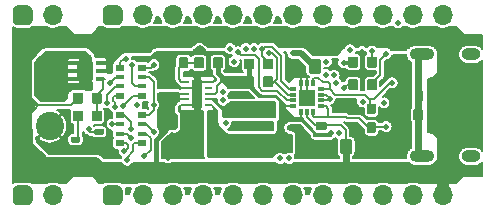
<source format=gbl>
G04 #@! TF.GenerationSoftware,KiCad,Pcbnew,(5.1.5)-3*
G04 #@! TF.CreationDate,2021-01-27T12:55:09+11:00*
G04 #@! TF.ProjectId,PD_Micro,50445f4d-6963-4726-9f2e-6b696361645f,rev?*
G04 #@! TF.SameCoordinates,PX7ce2370PY67d8790*
G04 #@! TF.FileFunction,Copper,L4,Bot*
G04 #@! TF.FilePolarity,Positive*
%FSLAX46Y46*%
G04 Gerber Fmt 4.6, Leading zero omitted, Abs format (unit mm)*
G04 Created by KiCad (PCBNEW (5.1.5)-3) date 2021-01-27 12:55:09*
%MOMM*%
%LPD*%
G04 APERTURE LIST*
%ADD10O,2.100000X1.000000*%
%ADD11O,1.600000X1.000000*%
%ADD12C,0.100000*%
%ADD13C,2.400000*%
%ADD14R,0.700000X0.380000*%
%ADD15R,1.450000X1.450000*%
%ADD16R,0.300000X0.580000*%
%ADD17O,0.200000X0.400000*%
%ADD18O,0.400000X0.200000*%
%ADD19R,0.580000X0.300000*%
%ADD20R,0.500000X0.250000*%
%ADD21R,0.840000X2.400000*%
%ADD22O,1.700000X1.700000*%
%ADD23R,0.800000X0.500000*%
%ADD24R,0.800000X0.400000*%
%ADD25C,0.500000*%
%ADD26C,0.600000*%
%ADD27C,0.150000*%
%ADD28C,0.200000*%
%ADD29C,0.600000*%
%ADD30C,0.500000*%
%ADD31C,0.400000*%
%ADD32C,0.300000*%
%ADD33C,1.000000*%
G04 APERTURE END LIST*
D10*
X35070000Y4570000D03*
X35070000Y13210000D03*
D11*
X39250000Y4570000D03*
X39250000Y13210000D03*
G04 #@! TA.AperFunction,ComponentPad*
D12*
G36*
X4208810Y11837111D02*
G01*
X4267054Y11828471D01*
X4324171Y11814164D01*
X4379610Y11794328D01*
X4432838Y11769153D01*
X4483342Y11738882D01*
X4530636Y11703806D01*
X4574264Y11664264D01*
X4613806Y11620636D01*
X4648882Y11573342D01*
X4679153Y11522838D01*
X4704328Y11469610D01*
X4724164Y11414171D01*
X4738471Y11357054D01*
X4747111Y11298810D01*
X4750000Y11240000D01*
X4750000Y10040000D01*
X4747111Y9981190D01*
X4738471Y9922946D01*
X4724164Y9865829D01*
X4704328Y9810390D01*
X4679153Y9757162D01*
X4648882Y9706658D01*
X4613806Y9659364D01*
X4574264Y9615736D01*
X4530636Y9576194D01*
X4483342Y9541118D01*
X4432838Y9510847D01*
X4379610Y9485672D01*
X4324171Y9465836D01*
X4267054Y9451529D01*
X4208810Y9442889D01*
X4150000Y9440000D01*
X2950000Y9440000D01*
X2891190Y9442889D01*
X2832946Y9451529D01*
X2775829Y9465836D01*
X2720390Y9485672D01*
X2667162Y9510847D01*
X2616658Y9541118D01*
X2569364Y9576194D01*
X2525736Y9615736D01*
X2486194Y9659364D01*
X2451118Y9706658D01*
X2420847Y9757162D01*
X2395672Y9810390D01*
X2375836Y9865829D01*
X2361529Y9922946D01*
X2352889Y9981190D01*
X2350000Y10040000D01*
X2350000Y11240000D01*
X2352889Y11298810D01*
X2361529Y11357054D01*
X2375836Y11414171D01*
X2395672Y11469610D01*
X2420847Y11522838D01*
X2451118Y11573342D01*
X2486194Y11620636D01*
X2525736Y11664264D01*
X2569364Y11703806D01*
X2616658Y11738882D01*
X2667162Y11769153D01*
X2720390Y11794328D01*
X2775829Y11814164D01*
X2832946Y11828471D01*
X2891190Y11837111D01*
X2950000Y11840000D01*
X4150000Y11840000D01*
X4208810Y11837111D01*
G37*
G04 #@! TD.AperFunction*
D13*
X3550000Y7140000D03*
G04 #@! TA.AperFunction,SMDPad,CuDef*
D12*
G36*
X22573722Y6239326D02*
G01*
X22587313Y6237310D01*
X22600640Y6233972D01*
X22613576Y6229343D01*
X22625996Y6223469D01*
X22637780Y6216406D01*
X22648815Y6208221D01*
X22658995Y6198995D01*
X22668221Y6188815D01*
X22676406Y6177780D01*
X22683469Y6165996D01*
X22689343Y6153576D01*
X22693972Y6140640D01*
X22697310Y6127313D01*
X22699326Y6113722D01*
X22700000Y6100000D01*
X22700000Y4980000D01*
X22699326Y4966278D01*
X22697310Y4952687D01*
X22693972Y4939360D01*
X22689343Y4926424D01*
X22683469Y4914004D01*
X22676406Y4902220D01*
X22668221Y4891185D01*
X22658995Y4881005D01*
X22648815Y4871779D01*
X22637780Y4863594D01*
X22625996Y4856531D01*
X22613576Y4850657D01*
X22600640Y4846028D01*
X22587313Y4842690D01*
X22573722Y4840674D01*
X22560000Y4840000D01*
X18940000Y4840000D01*
X18926278Y4840674D01*
X18912687Y4842690D01*
X18899360Y4846028D01*
X18886424Y4850657D01*
X18874004Y4856531D01*
X18862220Y4863594D01*
X18851185Y4871779D01*
X18841005Y4881005D01*
X18831779Y4891185D01*
X18823594Y4902220D01*
X18816531Y4914004D01*
X18810657Y4926424D01*
X18806028Y4939360D01*
X18802690Y4952687D01*
X18800674Y4966278D01*
X18800000Y4980000D01*
X18800000Y6100000D01*
X18800674Y6113722D01*
X18802690Y6127313D01*
X18806028Y6140640D01*
X18810657Y6153576D01*
X18816531Y6165996D01*
X18823594Y6177780D01*
X18831779Y6188815D01*
X18841005Y6198995D01*
X18851185Y6208221D01*
X18862220Y6216406D01*
X18874004Y6223469D01*
X18886424Y6229343D01*
X18899360Y6233972D01*
X18912687Y6237310D01*
X18926278Y6239326D01*
X18940000Y6240000D01*
X22560000Y6240000D01*
X22573722Y6239326D01*
G37*
G04 #@! TD.AperFunction*
G04 #@! TA.AperFunction,SMDPad,CuDef*
G36*
X22573722Y9239326D02*
G01*
X22587313Y9237310D01*
X22600640Y9233972D01*
X22613576Y9229343D01*
X22625996Y9223469D01*
X22637780Y9216406D01*
X22648815Y9208221D01*
X22658995Y9198995D01*
X22668221Y9188815D01*
X22676406Y9177780D01*
X22683469Y9165996D01*
X22689343Y9153576D01*
X22693972Y9140640D01*
X22697310Y9127313D01*
X22699326Y9113722D01*
X22700000Y9100000D01*
X22700000Y7980000D01*
X22699326Y7966278D01*
X22697310Y7952687D01*
X22693972Y7939360D01*
X22689343Y7926424D01*
X22683469Y7914004D01*
X22676406Y7902220D01*
X22668221Y7891185D01*
X22658995Y7881005D01*
X22648815Y7871779D01*
X22637780Y7863594D01*
X22625996Y7856531D01*
X22613576Y7850657D01*
X22600640Y7846028D01*
X22587313Y7842690D01*
X22573722Y7840674D01*
X22560000Y7840000D01*
X18940000Y7840000D01*
X18926278Y7840674D01*
X18912687Y7842690D01*
X18899360Y7846028D01*
X18886424Y7850657D01*
X18874004Y7856531D01*
X18862220Y7863594D01*
X18851185Y7871779D01*
X18841005Y7881005D01*
X18831779Y7891185D01*
X18823594Y7902220D01*
X18816531Y7914004D01*
X18810657Y7926424D01*
X18806028Y7939360D01*
X18802690Y7952687D01*
X18800674Y7966278D01*
X18800000Y7980000D01*
X18800000Y9100000D01*
X18800674Y9113722D01*
X18802690Y9127313D01*
X18806028Y9140640D01*
X18810657Y9153576D01*
X18816531Y9165996D01*
X18823594Y9177780D01*
X18831779Y9188815D01*
X18841005Y9198995D01*
X18851185Y9208221D01*
X18862220Y9216406D01*
X18874004Y9223469D01*
X18886424Y9229343D01*
X18899360Y9233972D01*
X18912687Y9237310D01*
X18926278Y9239326D01*
X18940000Y9240000D01*
X22560000Y9240000D01*
X22573722Y9239326D01*
G37*
G04 #@! TD.AperFunction*
D14*
X7850000Y12440000D03*
X7850000Y11790000D03*
X7850000Y11140000D03*
X5650000Y11140000D03*
X5650000Y11790000D03*
X5650000Y12440000D03*
G04 #@! TA.AperFunction,SMDPad,CuDef*
D12*
G36*
X7049513Y12639036D02*
G01*
X7068938Y12636155D01*
X7087986Y12631384D01*
X7106475Y12624768D01*
X7124226Y12616372D01*
X7141070Y12606277D01*
X7156842Y12594579D01*
X7171392Y12581392D01*
X7184579Y12566842D01*
X7196277Y12551070D01*
X7206372Y12534226D01*
X7214768Y12516475D01*
X7221384Y12497986D01*
X7226155Y12478938D01*
X7229036Y12459513D01*
X7230000Y12439900D01*
X7230000Y11140100D01*
X7229036Y11120487D01*
X7226155Y11101062D01*
X7221384Y11082014D01*
X7214768Y11063525D01*
X7206372Y11045774D01*
X7196277Y11028930D01*
X7184579Y11013158D01*
X7171392Y10998608D01*
X7156842Y10985421D01*
X7141070Y10973723D01*
X7124226Y10963628D01*
X7106475Y10955232D01*
X7087986Y10948616D01*
X7068938Y10943845D01*
X7049513Y10940964D01*
X7029900Y10940000D01*
X6050100Y10940000D01*
X6030487Y10940964D01*
X6011062Y10943845D01*
X5992014Y10948616D01*
X5973525Y10955232D01*
X5955774Y10963628D01*
X5938930Y10973723D01*
X5923158Y10985421D01*
X5908608Y10998608D01*
X5895421Y11013158D01*
X5883723Y11028930D01*
X5873628Y11045774D01*
X5865232Y11063525D01*
X5858616Y11082014D01*
X5853845Y11101062D01*
X5850964Y11120487D01*
X5850000Y11140100D01*
X5850000Y12439900D01*
X5850964Y12459513D01*
X5853845Y12478938D01*
X5858616Y12497986D01*
X5865232Y12516475D01*
X5873628Y12534226D01*
X5883723Y12551070D01*
X5895421Y12566842D01*
X5908608Y12581392D01*
X5923158Y12594579D01*
X5938930Y12606277D01*
X5955774Y12616372D01*
X5973525Y12624768D01*
X5992014Y12631384D01*
X6011062Y12636155D01*
X6030487Y12639036D01*
X6050100Y12640000D01*
X7029900Y12640000D01*
X7049513Y12639036D01*
G37*
G04 #@! TD.AperFunction*
D15*
X25350000Y9552500D03*
D16*
X25850000Y10767500D03*
D17*
X25850000Y8102500D03*
D18*
X23900000Y9302500D03*
X23900000Y9802500D03*
D17*
X25350000Y11002500D03*
D19*
X26565000Y8802500D03*
D16*
X24850000Y10767500D03*
D17*
X24850000Y8102500D03*
D18*
X23900000Y10302500D03*
X23900000Y8802500D03*
D17*
X24850000Y11002500D03*
D19*
X26565000Y9302500D03*
X24135000Y9802500D03*
X24135000Y10302500D03*
X24135000Y9302500D03*
D16*
X25350000Y10767500D03*
D18*
X26800000Y9802500D03*
X26800000Y10302500D03*
D19*
X24135000Y8802500D03*
D16*
X25850000Y8337500D03*
D17*
X25350000Y8102500D03*
D18*
X26800000Y8802500D03*
X26800000Y9302500D03*
D19*
X26565000Y10302500D03*
X26565000Y9802500D03*
D17*
X25850000Y11002500D03*
D16*
X25350000Y8337500D03*
X24850000Y8337500D03*
G04 #@! TA.AperFunction,SMDPad,CuDef*
D12*
G36*
X8037252Y6889398D02*
G01*
X8049386Y6887598D01*
X8061286Y6884618D01*
X8072835Y6880485D01*
X8083925Y6875240D01*
X8094446Y6868934D01*
X8104299Y6861626D01*
X8113388Y6853388D01*
X8121626Y6844299D01*
X8128934Y6834446D01*
X8135240Y6823925D01*
X8140485Y6812835D01*
X8144618Y6801286D01*
X8147598Y6789386D01*
X8149398Y6777252D01*
X8150000Y6765000D01*
X8150000Y6515000D01*
X8149398Y6502748D01*
X8147598Y6490614D01*
X8144618Y6478714D01*
X8140485Y6467165D01*
X8135240Y6456075D01*
X8128934Y6445554D01*
X8121626Y6435701D01*
X8113388Y6426612D01*
X8104299Y6418374D01*
X8094446Y6411066D01*
X8083925Y6404760D01*
X8072835Y6399515D01*
X8061286Y6395382D01*
X8049386Y6392402D01*
X8037252Y6390602D01*
X8025000Y6390000D01*
X7475000Y6390000D01*
X7462748Y6390602D01*
X7450614Y6392402D01*
X7438714Y6395382D01*
X7427165Y6399515D01*
X7416075Y6404760D01*
X7405554Y6411066D01*
X7395701Y6418374D01*
X7386612Y6426612D01*
X7378374Y6435701D01*
X7371066Y6445554D01*
X7364760Y6456075D01*
X7359515Y6467165D01*
X7355382Y6478714D01*
X7352402Y6490614D01*
X7350602Y6502748D01*
X7350000Y6515000D01*
X7350000Y6765000D01*
X7350602Y6777252D01*
X7352402Y6789386D01*
X7355382Y6801286D01*
X7359515Y6812835D01*
X7364760Y6823925D01*
X7371066Y6834446D01*
X7378374Y6844299D01*
X7386612Y6853388D01*
X7395701Y6861626D01*
X7405554Y6868934D01*
X7416075Y6875240D01*
X7427165Y6880485D01*
X7438714Y6884618D01*
X7450614Y6887598D01*
X7462748Y6889398D01*
X7475000Y6890000D01*
X8025000Y6890000D01*
X8037252Y6889398D01*
G37*
G04 #@! TD.AperFunction*
G04 #@! TA.AperFunction,SMDPad,CuDef*
G36*
X8037252Y5589398D02*
G01*
X8049386Y5587598D01*
X8061286Y5584618D01*
X8072835Y5580485D01*
X8083925Y5575240D01*
X8094446Y5568934D01*
X8104299Y5561626D01*
X8113388Y5553388D01*
X8121626Y5544299D01*
X8128934Y5534446D01*
X8135240Y5523925D01*
X8140485Y5512835D01*
X8144618Y5501286D01*
X8147598Y5489386D01*
X8149398Y5477252D01*
X8150000Y5465000D01*
X8150000Y5215000D01*
X8149398Y5202748D01*
X8147598Y5190614D01*
X8144618Y5178714D01*
X8140485Y5167165D01*
X8135240Y5156075D01*
X8128934Y5145554D01*
X8121626Y5135701D01*
X8113388Y5126612D01*
X8104299Y5118374D01*
X8094446Y5111066D01*
X8083925Y5104760D01*
X8072835Y5099515D01*
X8061286Y5095382D01*
X8049386Y5092402D01*
X8037252Y5090602D01*
X8025000Y5090000D01*
X7475000Y5090000D01*
X7462748Y5090602D01*
X7450614Y5092402D01*
X7438714Y5095382D01*
X7427165Y5099515D01*
X7416075Y5104760D01*
X7405554Y5111066D01*
X7395701Y5118374D01*
X7386612Y5126612D01*
X7378374Y5135701D01*
X7371066Y5145554D01*
X7364760Y5156075D01*
X7359515Y5167165D01*
X7355382Y5178714D01*
X7352402Y5190614D01*
X7350602Y5202748D01*
X7350000Y5215000D01*
X7350000Y5465000D01*
X7350602Y5477252D01*
X7352402Y5489386D01*
X7355382Y5501286D01*
X7359515Y5512835D01*
X7364760Y5523925D01*
X7371066Y5534446D01*
X7378374Y5544299D01*
X7386612Y5553388D01*
X7395701Y5561626D01*
X7405554Y5568934D01*
X7416075Y5575240D01*
X7427165Y5580485D01*
X7438714Y5584618D01*
X7450614Y5587598D01*
X7462748Y5589398D01*
X7475000Y5590000D01*
X8025000Y5590000D01*
X8037252Y5589398D01*
G37*
G04 #@! TD.AperFunction*
G04 #@! TA.AperFunction,SMDPad,CuDef*
G36*
X6037252Y6239398D02*
G01*
X6049386Y6237598D01*
X6061286Y6234618D01*
X6072835Y6230485D01*
X6083925Y6225240D01*
X6094446Y6218934D01*
X6104299Y6211626D01*
X6113388Y6203388D01*
X6121626Y6194299D01*
X6128934Y6184446D01*
X6135240Y6173925D01*
X6140485Y6162835D01*
X6144618Y6151286D01*
X6147598Y6139386D01*
X6149398Y6127252D01*
X6150000Y6115000D01*
X6150000Y5865000D01*
X6149398Y5852748D01*
X6147598Y5840614D01*
X6144618Y5828714D01*
X6140485Y5817165D01*
X6135240Y5806075D01*
X6128934Y5795554D01*
X6121626Y5785701D01*
X6113388Y5776612D01*
X6104299Y5768374D01*
X6094446Y5761066D01*
X6083925Y5754760D01*
X6072835Y5749515D01*
X6061286Y5745382D01*
X6049386Y5742402D01*
X6037252Y5740602D01*
X6025000Y5740000D01*
X5475000Y5740000D01*
X5462748Y5740602D01*
X5450614Y5742402D01*
X5438714Y5745382D01*
X5427165Y5749515D01*
X5416075Y5754760D01*
X5405554Y5761066D01*
X5395701Y5768374D01*
X5386612Y5776612D01*
X5378374Y5785701D01*
X5371066Y5795554D01*
X5364760Y5806075D01*
X5359515Y5817165D01*
X5355382Y5828714D01*
X5352402Y5840614D01*
X5350602Y5852748D01*
X5350000Y5865000D01*
X5350000Y6115000D01*
X5350602Y6127252D01*
X5352402Y6139386D01*
X5355382Y6151286D01*
X5359515Y6162835D01*
X5364760Y6173925D01*
X5371066Y6184446D01*
X5378374Y6194299D01*
X5386612Y6203388D01*
X5395701Y6211626D01*
X5405554Y6218934D01*
X5416075Y6225240D01*
X5427165Y6230485D01*
X5438714Y6234618D01*
X5450614Y6237598D01*
X5462748Y6239398D01*
X5475000Y6240000D01*
X6025000Y6240000D01*
X6037252Y6239398D01*
G37*
G04 #@! TD.AperFunction*
G04 #@! TA.AperFunction,SMDPad,CuDef*
G36*
X7877841Y8439615D02*
G01*
X7885607Y8438463D01*
X7893223Y8436555D01*
X7900615Y8433910D01*
X7907712Y8430554D01*
X7914446Y8426518D01*
X7920751Y8421841D01*
X7926569Y8416569D01*
X7931841Y8410751D01*
X7936518Y8404446D01*
X7940554Y8397712D01*
X7943910Y8390615D01*
X7946555Y8383223D01*
X7948463Y8375607D01*
X7949615Y8367841D01*
X7950000Y8360000D01*
X7950000Y7620000D01*
X7949615Y7612159D01*
X7948463Y7604393D01*
X7946555Y7596777D01*
X7943910Y7589385D01*
X7940554Y7582288D01*
X7936518Y7575554D01*
X7931841Y7569249D01*
X7926569Y7563431D01*
X7920751Y7558159D01*
X7914446Y7553482D01*
X7907712Y7549446D01*
X7900615Y7546090D01*
X7893223Y7543445D01*
X7885607Y7541537D01*
X7877841Y7540385D01*
X7870000Y7540000D01*
X7230000Y7540000D01*
X7222159Y7540385D01*
X7214393Y7541537D01*
X7206777Y7543445D01*
X7199385Y7546090D01*
X7192288Y7549446D01*
X7185554Y7553482D01*
X7179249Y7558159D01*
X7173431Y7563431D01*
X7168159Y7569249D01*
X7163482Y7575554D01*
X7159446Y7582288D01*
X7156090Y7589385D01*
X7153445Y7596777D01*
X7151537Y7604393D01*
X7150385Y7612159D01*
X7150000Y7620000D01*
X7150000Y8360000D01*
X7150385Y8367841D01*
X7151537Y8375607D01*
X7153445Y8383223D01*
X7156090Y8390615D01*
X7159446Y8397712D01*
X7163482Y8404446D01*
X7168159Y8410751D01*
X7173431Y8416569D01*
X7179249Y8421841D01*
X7185554Y8426518D01*
X7192288Y8430554D01*
X7199385Y8433910D01*
X7206777Y8436555D01*
X7214393Y8438463D01*
X7222159Y8439615D01*
X7230000Y8440000D01*
X7870000Y8440000D01*
X7877841Y8439615D01*
G37*
G04 #@! TD.AperFunction*
G04 #@! TA.AperFunction,SMDPad,CuDef*
G36*
X6277841Y8439615D02*
G01*
X6285607Y8438463D01*
X6293223Y8436555D01*
X6300615Y8433910D01*
X6307712Y8430554D01*
X6314446Y8426518D01*
X6320751Y8421841D01*
X6326569Y8416569D01*
X6331841Y8410751D01*
X6336518Y8404446D01*
X6340554Y8397712D01*
X6343910Y8390615D01*
X6346555Y8383223D01*
X6348463Y8375607D01*
X6349615Y8367841D01*
X6350000Y8360000D01*
X6350000Y7620000D01*
X6349615Y7612159D01*
X6348463Y7604393D01*
X6346555Y7596777D01*
X6343910Y7589385D01*
X6340554Y7582288D01*
X6336518Y7575554D01*
X6331841Y7569249D01*
X6326569Y7563431D01*
X6320751Y7558159D01*
X6314446Y7553482D01*
X6307712Y7549446D01*
X6300615Y7546090D01*
X6293223Y7543445D01*
X6285607Y7541537D01*
X6277841Y7540385D01*
X6270000Y7540000D01*
X5630000Y7540000D01*
X5622159Y7540385D01*
X5614393Y7541537D01*
X5606777Y7543445D01*
X5599385Y7546090D01*
X5592288Y7549446D01*
X5585554Y7553482D01*
X5579249Y7558159D01*
X5573431Y7563431D01*
X5568159Y7569249D01*
X5563482Y7575554D01*
X5559446Y7582288D01*
X5556090Y7589385D01*
X5553445Y7596777D01*
X5551537Y7604393D01*
X5550385Y7612159D01*
X5550000Y7620000D01*
X5550000Y8360000D01*
X5550385Y8367841D01*
X5551537Y8375607D01*
X5553445Y8383223D01*
X5556090Y8390615D01*
X5559446Y8397712D01*
X5563482Y8404446D01*
X5568159Y8410751D01*
X5573431Y8416569D01*
X5579249Y8421841D01*
X5585554Y8426518D01*
X5592288Y8430554D01*
X5599385Y8433910D01*
X5606777Y8436555D01*
X5614393Y8438463D01*
X5622159Y8439615D01*
X5630000Y8440000D01*
X6270000Y8440000D01*
X6277841Y8439615D01*
G37*
G04 #@! TD.AperFunction*
G04 #@! TA.AperFunction,SMDPad,CuDef*
G36*
X6277841Y9939615D02*
G01*
X6285607Y9938463D01*
X6293223Y9936555D01*
X6300615Y9933910D01*
X6307712Y9930554D01*
X6314446Y9926518D01*
X6320751Y9921841D01*
X6326569Y9916569D01*
X6331841Y9910751D01*
X6336518Y9904446D01*
X6340554Y9897712D01*
X6343910Y9890615D01*
X6346555Y9883223D01*
X6348463Y9875607D01*
X6349615Y9867841D01*
X6350000Y9860000D01*
X6350000Y9120000D01*
X6349615Y9112159D01*
X6348463Y9104393D01*
X6346555Y9096777D01*
X6343910Y9089385D01*
X6340554Y9082288D01*
X6336518Y9075554D01*
X6331841Y9069249D01*
X6326569Y9063431D01*
X6320751Y9058159D01*
X6314446Y9053482D01*
X6307712Y9049446D01*
X6300615Y9046090D01*
X6293223Y9043445D01*
X6285607Y9041537D01*
X6277841Y9040385D01*
X6270000Y9040000D01*
X5630000Y9040000D01*
X5622159Y9040385D01*
X5614393Y9041537D01*
X5606777Y9043445D01*
X5599385Y9046090D01*
X5592288Y9049446D01*
X5585554Y9053482D01*
X5579249Y9058159D01*
X5573431Y9063431D01*
X5568159Y9069249D01*
X5563482Y9075554D01*
X5559446Y9082288D01*
X5556090Y9089385D01*
X5553445Y9096777D01*
X5551537Y9104393D01*
X5550385Y9112159D01*
X5550000Y9120000D01*
X5550000Y9860000D01*
X5550385Y9867841D01*
X5551537Y9875607D01*
X5553445Y9883223D01*
X5556090Y9890615D01*
X5559446Y9897712D01*
X5563482Y9904446D01*
X5568159Y9910751D01*
X5573431Y9916569D01*
X5579249Y9921841D01*
X5585554Y9926518D01*
X5592288Y9930554D01*
X5599385Y9933910D01*
X5606777Y9936555D01*
X5614393Y9938463D01*
X5622159Y9939615D01*
X5630000Y9940000D01*
X6270000Y9940000D01*
X6277841Y9939615D01*
G37*
G04 #@! TD.AperFunction*
G04 #@! TA.AperFunction,SMDPad,CuDef*
G36*
X7877841Y9939615D02*
G01*
X7885607Y9938463D01*
X7893223Y9936555D01*
X7900615Y9933910D01*
X7907712Y9930554D01*
X7914446Y9926518D01*
X7920751Y9921841D01*
X7926569Y9916569D01*
X7931841Y9910751D01*
X7936518Y9904446D01*
X7940554Y9897712D01*
X7943910Y9890615D01*
X7946555Y9883223D01*
X7948463Y9875607D01*
X7949615Y9867841D01*
X7950000Y9860000D01*
X7950000Y9120000D01*
X7949615Y9112159D01*
X7948463Y9104393D01*
X7946555Y9096777D01*
X7943910Y9089385D01*
X7940554Y9082288D01*
X7936518Y9075554D01*
X7931841Y9069249D01*
X7926569Y9063431D01*
X7920751Y9058159D01*
X7914446Y9053482D01*
X7907712Y9049446D01*
X7900615Y9046090D01*
X7893223Y9043445D01*
X7885607Y9041537D01*
X7877841Y9040385D01*
X7870000Y9040000D01*
X7230000Y9040000D01*
X7222159Y9040385D01*
X7214393Y9041537D01*
X7206777Y9043445D01*
X7199385Y9046090D01*
X7192288Y9049446D01*
X7185554Y9053482D01*
X7179249Y9058159D01*
X7173431Y9063431D01*
X7168159Y9069249D01*
X7163482Y9075554D01*
X7159446Y9082288D01*
X7156090Y9089385D01*
X7153445Y9096777D01*
X7151537Y9104393D01*
X7150385Y9112159D01*
X7150000Y9120000D01*
X7150000Y9860000D01*
X7150385Y9867841D01*
X7151537Y9875607D01*
X7153445Y9883223D01*
X7156090Y9890615D01*
X7159446Y9897712D01*
X7163482Y9904446D01*
X7168159Y9910751D01*
X7173431Y9916569D01*
X7179249Y9921841D01*
X7185554Y9926518D01*
X7192288Y9930554D01*
X7199385Y9933910D01*
X7206777Y9936555D01*
X7214393Y9938463D01*
X7222159Y9939615D01*
X7230000Y9940000D01*
X7870000Y9940000D01*
X7877841Y9939615D01*
G37*
G04 #@! TD.AperFunction*
D18*
X17150000Y10890000D03*
X17150000Y10390000D03*
X17150000Y9890000D03*
X17150000Y8890000D03*
X17150000Y9390000D03*
X14950000Y10890000D03*
X14950000Y10390000D03*
X14950000Y9890000D03*
X14950000Y9390000D03*
X14950000Y8890000D03*
D20*
X15100000Y8890000D03*
X15100000Y9390000D03*
X15100000Y9890000D03*
X15100000Y10390000D03*
X15100000Y10890000D03*
X17000000Y10890000D03*
X17000000Y10390000D03*
X17000000Y9890000D03*
X17000000Y9390000D03*
X17000000Y8890000D03*
D21*
X16050000Y9890000D03*
G04 #@! TA.AperFunction,SMDPad,CuDef*
D12*
G36*
X29555292Y7439494D02*
G01*
X29565484Y7437982D01*
X29575480Y7435479D01*
X29585182Y7432007D01*
X29594497Y7427602D01*
X29603335Y7422304D01*
X29611611Y7416166D01*
X29619246Y7409246D01*
X29626166Y7401611D01*
X29632304Y7393335D01*
X29637602Y7384497D01*
X29642007Y7375182D01*
X29645479Y7365480D01*
X29647982Y7355484D01*
X29649494Y7345292D01*
X29650000Y7335000D01*
X29650000Y6645000D01*
X29649494Y6634708D01*
X29647982Y6624516D01*
X29645479Y6614520D01*
X29642007Y6604818D01*
X29637602Y6595503D01*
X29632304Y6586665D01*
X29626166Y6578389D01*
X29619246Y6570754D01*
X29611611Y6563834D01*
X29603335Y6557696D01*
X29594497Y6552398D01*
X29585182Y6547993D01*
X29575480Y6544521D01*
X29565484Y6542018D01*
X29555292Y6540506D01*
X29545000Y6540000D01*
X29055000Y6540000D01*
X29044708Y6540506D01*
X29034516Y6542018D01*
X29024520Y6544521D01*
X29014818Y6547993D01*
X29005503Y6552398D01*
X28996665Y6557696D01*
X28988389Y6563834D01*
X28980754Y6570754D01*
X28973834Y6578389D01*
X28967696Y6586665D01*
X28962398Y6595503D01*
X28957993Y6604818D01*
X28954521Y6614520D01*
X28952018Y6624516D01*
X28950506Y6634708D01*
X28950000Y6645000D01*
X28950000Y7335000D01*
X28950506Y7345292D01*
X28952018Y7355484D01*
X28954521Y7365480D01*
X28957993Y7375182D01*
X28962398Y7384497D01*
X28967696Y7393335D01*
X28973834Y7401611D01*
X28980754Y7409246D01*
X28988389Y7416166D01*
X28996665Y7422304D01*
X29005503Y7427602D01*
X29014818Y7432007D01*
X29024520Y7435479D01*
X29034516Y7437982D01*
X29044708Y7439494D01*
X29055000Y7440000D01*
X29545000Y7440000D01*
X29555292Y7439494D01*
G37*
G04 #@! TD.AperFunction*
G04 #@! TA.AperFunction,SMDPad,CuDef*
G36*
X31055292Y7439494D02*
G01*
X31065484Y7437982D01*
X31075480Y7435479D01*
X31085182Y7432007D01*
X31094497Y7427602D01*
X31103335Y7422304D01*
X31111611Y7416166D01*
X31119246Y7409246D01*
X31126166Y7401611D01*
X31132304Y7393335D01*
X31137602Y7384497D01*
X31142007Y7375182D01*
X31145479Y7365480D01*
X31147982Y7355484D01*
X31149494Y7345292D01*
X31150000Y7335000D01*
X31150000Y6645000D01*
X31149494Y6634708D01*
X31147982Y6624516D01*
X31145479Y6614520D01*
X31142007Y6604818D01*
X31137602Y6595503D01*
X31132304Y6586665D01*
X31126166Y6578389D01*
X31119246Y6570754D01*
X31111611Y6563834D01*
X31103335Y6557696D01*
X31094497Y6552398D01*
X31085182Y6547993D01*
X31075480Y6544521D01*
X31065484Y6542018D01*
X31055292Y6540506D01*
X31045000Y6540000D01*
X30555000Y6540000D01*
X30544708Y6540506D01*
X30534516Y6542018D01*
X30524520Y6544521D01*
X30514818Y6547993D01*
X30505503Y6552398D01*
X30496665Y6557696D01*
X30488389Y6563834D01*
X30480754Y6570754D01*
X30473834Y6578389D01*
X30467696Y6586665D01*
X30462398Y6595503D01*
X30457993Y6604818D01*
X30454521Y6614520D01*
X30452018Y6624516D01*
X30450506Y6634708D01*
X30450000Y6645000D01*
X30450000Y7335000D01*
X30450506Y7345292D01*
X30452018Y7355484D01*
X30454521Y7365480D01*
X30457993Y7375182D01*
X30462398Y7384497D01*
X30467696Y7393335D01*
X30473834Y7401611D01*
X30480754Y7409246D01*
X30488389Y7416166D01*
X30496665Y7422304D01*
X30505503Y7427602D01*
X30514818Y7432007D01*
X30524520Y7435479D01*
X30534516Y7437982D01*
X30544708Y7439494D01*
X30555000Y7440000D01*
X31045000Y7440000D01*
X31055292Y7439494D01*
G37*
G04 #@! TD.AperFunction*
G04 #@! TA.AperFunction,SMDPad,CuDef*
G36*
X29555292Y9039494D02*
G01*
X29565484Y9037982D01*
X29575480Y9035479D01*
X29585182Y9032007D01*
X29594497Y9027602D01*
X29603335Y9022304D01*
X29611611Y9016166D01*
X29619246Y9009246D01*
X29626166Y9001611D01*
X29632304Y8993335D01*
X29637602Y8984497D01*
X29642007Y8975182D01*
X29645479Y8965480D01*
X29647982Y8955484D01*
X29649494Y8945292D01*
X29650000Y8935000D01*
X29650000Y8245000D01*
X29649494Y8234708D01*
X29647982Y8224516D01*
X29645479Y8214520D01*
X29642007Y8204818D01*
X29637602Y8195503D01*
X29632304Y8186665D01*
X29626166Y8178389D01*
X29619246Y8170754D01*
X29611611Y8163834D01*
X29603335Y8157696D01*
X29594497Y8152398D01*
X29585182Y8147993D01*
X29575480Y8144521D01*
X29565484Y8142018D01*
X29555292Y8140506D01*
X29545000Y8140000D01*
X29055000Y8140000D01*
X29044708Y8140506D01*
X29034516Y8142018D01*
X29024520Y8144521D01*
X29014818Y8147993D01*
X29005503Y8152398D01*
X28996665Y8157696D01*
X28988389Y8163834D01*
X28980754Y8170754D01*
X28973834Y8178389D01*
X28967696Y8186665D01*
X28962398Y8195503D01*
X28957993Y8204818D01*
X28954521Y8214520D01*
X28952018Y8224516D01*
X28950506Y8234708D01*
X28950000Y8245000D01*
X28950000Y8935000D01*
X28950506Y8945292D01*
X28952018Y8955484D01*
X28954521Y8965480D01*
X28957993Y8975182D01*
X28962398Y8984497D01*
X28967696Y8993335D01*
X28973834Y9001611D01*
X28980754Y9009246D01*
X28988389Y9016166D01*
X28996665Y9022304D01*
X29005503Y9027602D01*
X29014818Y9032007D01*
X29024520Y9035479D01*
X29034516Y9037982D01*
X29044708Y9039494D01*
X29055000Y9040000D01*
X29545000Y9040000D01*
X29555292Y9039494D01*
G37*
G04 #@! TD.AperFunction*
G04 #@! TA.AperFunction,SMDPad,CuDef*
G36*
X31055292Y9039494D02*
G01*
X31065484Y9037982D01*
X31075480Y9035479D01*
X31085182Y9032007D01*
X31094497Y9027602D01*
X31103335Y9022304D01*
X31111611Y9016166D01*
X31119246Y9009246D01*
X31126166Y9001611D01*
X31132304Y8993335D01*
X31137602Y8984497D01*
X31142007Y8975182D01*
X31145479Y8965480D01*
X31147982Y8955484D01*
X31149494Y8945292D01*
X31150000Y8935000D01*
X31150000Y8245000D01*
X31149494Y8234708D01*
X31147982Y8224516D01*
X31145479Y8214520D01*
X31142007Y8204818D01*
X31137602Y8195503D01*
X31132304Y8186665D01*
X31126166Y8178389D01*
X31119246Y8170754D01*
X31111611Y8163834D01*
X31103335Y8157696D01*
X31094497Y8152398D01*
X31085182Y8147993D01*
X31075480Y8144521D01*
X31065484Y8142018D01*
X31055292Y8140506D01*
X31045000Y8140000D01*
X30555000Y8140000D01*
X30544708Y8140506D01*
X30534516Y8142018D01*
X30524520Y8144521D01*
X30514818Y8147993D01*
X30505503Y8152398D01*
X30496665Y8157696D01*
X30488389Y8163834D01*
X30480754Y8170754D01*
X30473834Y8178389D01*
X30467696Y8186665D01*
X30462398Y8195503D01*
X30457993Y8204818D01*
X30454521Y8214520D01*
X30452018Y8224516D01*
X30450506Y8234708D01*
X30450000Y8245000D01*
X30450000Y8935000D01*
X30450506Y8945292D01*
X30452018Y8955484D01*
X30454521Y8965480D01*
X30457993Y8975182D01*
X30462398Y8984497D01*
X30467696Y8993335D01*
X30473834Y9001611D01*
X30480754Y9009246D01*
X30488389Y9016166D01*
X30496665Y9022304D01*
X30505503Y9027602D01*
X30514818Y9032007D01*
X30524520Y9035479D01*
X30534516Y9037982D01*
X30544708Y9039494D01*
X30555000Y9040000D01*
X31045000Y9040000D01*
X31055292Y9039494D01*
G37*
G04 #@! TD.AperFunction*
G04 #@! TA.AperFunction,SMDPad,CuDef*
G36*
X23955292Y6339494D02*
G01*
X23965484Y6337982D01*
X23975480Y6335479D01*
X23985182Y6332007D01*
X23994497Y6327602D01*
X24003335Y6322304D01*
X24011611Y6316166D01*
X24019246Y6309246D01*
X24026166Y6301611D01*
X24032304Y6293335D01*
X24037602Y6284497D01*
X24042007Y6275182D01*
X24045479Y6265480D01*
X24047982Y6255484D01*
X24049494Y6245292D01*
X24050000Y6235000D01*
X24050000Y5545000D01*
X24049494Y5534708D01*
X24047982Y5524516D01*
X24045479Y5514520D01*
X24042007Y5504818D01*
X24037602Y5495503D01*
X24032304Y5486665D01*
X24026166Y5478389D01*
X24019246Y5470754D01*
X24011611Y5463834D01*
X24003335Y5457696D01*
X23994497Y5452398D01*
X23985182Y5447993D01*
X23975480Y5444521D01*
X23965484Y5442018D01*
X23955292Y5440506D01*
X23945000Y5440000D01*
X23455000Y5440000D01*
X23444708Y5440506D01*
X23434516Y5442018D01*
X23424520Y5444521D01*
X23414818Y5447993D01*
X23405503Y5452398D01*
X23396665Y5457696D01*
X23388389Y5463834D01*
X23380754Y5470754D01*
X23373834Y5478389D01*
X23367696Y5486665D01*
X23362398Y5495503D01*
X23357993Y5504818D01*
X23354521Y5514520D01*
X23352018Y5524516D01*
X23350506Y5534708D01*
X23350000Y5545000D01*
X23350000Y6235000D01*
X23350506Y6245292D01*
X23352018Y6255484D01*
X23354521Y6265480D01*
X23357993Y6275182D01*
X23362398Y6284497D01*
X23367696Y6293335D01*
X23373834Y6301611D01*
X23380754Y6309246D01*
X23388389Y6316166D01*
X23396665Y6322304D01*
X23405503Y6327602D01*
X23414818Y6332007D01*
X23424520Y6335479D01*
X23434516Y6337982D01*
X23444708Y6339494D01*
X23455000Y6340000D01*
X23945000Y6340000D01*
X23955292Y6339494D01*
G37*
G04 #@! TD.AperFunction*
G04 #@! TA.AperFunction,SMDPad,CuDef*
G36*
X25455292Y6339494D02*
G01*
X25465484Y6337982D01*
X25475480Y6335479D01*
X25485182Y6332007D01*
X25494497Y6327602D01*
X25503335Y6322304D01*
X25511611Y6316166D01*
X25519246Y6309246D01*
X25526166Y6301611D01*
X25532304Y6293335D01*
X25537602Y6284497D01*
X25542007Y6275182D01*
X25545479Y6265480D01*
X25547982Y6255484D01*
X25549494Y6245292D01*
X25550000Y6235000D01*
X25550000Y5545000D01*
X25549494Y5534708D01*
X25547982Y5524516D01*
X25545479Y5514520D01*
X25542007Y5504818D01*
X25537602Y5495503D01*
X25532304Y5486665D01*
X25526166Y5478389D01*
X25519246Y5470754D01*
X25511611Y5463834D01*
X25503335Y5457696D01*
X25494497Y5452398D01*
X25485182Y5447993D01*
X25475480Y5444521D01*
X25465484Y5442018D01*
X25455292Y5440506D01*
X25445000Y5440000D01*
X24955000Y5440000D01*
X24944708Y5440506D01*
X24934516Y5442018D01*
X24924520Y5444521D01*
X24914818Y5447993D01*
X24905503Y5452398D01*
X24896665Y5457696D01*
X24888389Y5463834D01*
X24880754Y5470754D01*
X24873834Y5478389D01*
X24867696Y5486665D01*
X24862398Y5495503D01*
X24857993Y5504818D01*
X24854521Y5514520D01*
X24852018Y5524516D01*
X24850506Y5534708D01*
X24850000Y5545000D01*
X24850000Y6235000D01*
X24850506Y6245292D01*
X24852018Y6255484D01*
X24854521Y6265480D01*
X24857993Y6275182D01*
X24862398Y6284497D01*
X24867696Y6293335D01*
X24873834Y6301611D01*
X24880754Y6309246D01*
X24888389Y6316166D01*
X24896665Y6322304D01*
X24905503Y6327602D01*
X24914818Y6332007D01*
X24924520Y6335479D01*
X24934516Y6337982D01*
X24944708Y6339494D01*
X24955000Y6340000D01*
X25445000Y6340000D01*
X25455292Y6339494D01*
G37*
G04 #@! TD.AperFunction*
G04 #@! TA.AperFunction,ComponentPad*
G36*
X9279989Y17357544D02*
G01*
X9329496Y17350200D01*
X9378045Y17338040D01*
X9425169Y17321179D01*
X9470412Y17299780D01*
X9513341Y17274050D01*
X9553541Y17244235D01*
X9590624Y17210624D01*
X9624235Y17173541D01*
X9654050Y17133341D01*
X9679780Y17090412D01*
X9701179Y17045169D01*
X9718040Y16998045D01*
X9730200Y16949496D01*
X9737544Y16899989D01*
X9740000Y16850000D01*
X9740000Y16170000D01*
X9737544Y16120011D01*
X9730200Y16070504D01*
X9718040Y16021955D01*
X9701179Y15974831D01*
X9679780Y15929588D01*
X9654050Y15886659D01*
X9624235Y15846459D01*
X9590624Y15809376D01*
X9553541Y15775765D01*
X9513341Y15745950D01*
X9470412Y15720220D01*
X9425169Y15698821D01*
X9378045Y15681960D01*
X9329496Y15669800D01*
X9279989Y15662456D01*
X9230000Y15660000D01*
X8550000Y15660000D01*
X8500011Y15662456D01*
X8450504Y15669800D01*
X8401955Y15681960D01*
X8354831Y15698821D01*
X8309588Y15720220D01*
X8266659Y15745950D01*
X8226459Y15775765D01*
X8189376Y15809376D01*
X8155765Y15846459D01*
X8125950Y15886659D01*
X8100220Y15929588D01*
X8078821Y15974831D01*
X8061960Y16021955D01*
X8049800Y16070504D01*
X8042456Y16120011D01*
X8040000Y16170000D01*
X8040000Y16850000D01*
X8042456Y16899989D01*
X8049800Y16949496D01*
X8061960Y16998045D01*
X8078821Y17045169D01*
X8100220Y17090412D01*
X8125950Y17133341D01*
X8155765Y17173541D01*
X8189376Y17210624D01*
X8226459Y17244235D01*
X8266659Y17274050D01*
X8309588Y17299780D01*
X8354831Y17321179D01*
X8401955Y17338040D01*
X8450504Y17350200D01*
X8500011Y17357544D01*
X8550000Y17360000D01*
X9230000Y17360000D01*
X9279989Y17357544D01*
G37*
G04 #@! TD.AperFunction*
D22*
X11430000Y16510000D03*
X13970000Y16510000D03*
X16510000Y16510000D03*
X19050000Y16510000D03*
X21590000Y16510000D03*
X24130000Y16510000D03*
X26670000Y16510000D03*
X29210000Y16510000D03*
X31750000Y16510000D03*
X34290000Y16510000D03*
X36830000Y16510000D03*
G04 #@! TA.AperFunction,SMDPad,CuDef*
D12*
G36*
X15227841Y12939615D02*
G01*
X15235607Y12938463D01*
X15243223Y12936555D01*
X15250615Y12933910D01*
X15257712Y12930554D01*
X15264446Y12926518D01*
X15270751Y12921841D01*
X15276569Y12916569D01*
X15281841Y12910751D01*
X15286518Y12904446D01*
X15290554Y12897712D01*
X15293910Y12890615D01*
X15296555Y12883223D01*
X15298463Y12875607D01*
X15299615Y12867841D01*
X15300000Y12860000D01*
X15300000Y12120000D01*
X15299615Y12112159D01*
X15298463Y12104393D01*
X15296555Y12096777D01*
X15293910Y12089385D01*
X15290554Y12082288D01*
X15286518Y12075554D01*
X15281841Y12069249D01*
X15276569Y12063431D01*
X15270751Y12058159D01*
X15264446Y12053482D01*
X15257712Y12049446D01*
X15250615Y12046090D01*
X15243223Y12043445D01*
X15235607Y12041537D01*
X15227841Y12040385D01*
X15220000Y12040000D01*
X14580000Y12040000D01*
X14572159Y12040385D01*
X14564393Y12041537D01*
X14556777Y12043445D01*
X14549385Y12046090D01*
X14542288Y12049446D01*
X14535554Y12053482D01*
X14529249Y12058159D01*
X14523431Y12063431D01*
X14518159Y12069249D01*
X14513482Y12075554D01*
X14509446Y12082288D01*
X14506090Y12089385D01*
X14503445Y12096777D01*
X14501537Y12104393D01*
X14500385Y12112159D01*
X14500000Y12120000D01*
X14500000Y12860000D01*
X14500385Y12867841D01*
X14501537Y12875607D01*
X14503445Y12883223D01*
X14506090Y12890615D01*
X14509446Y12897712D01*
X14513482Y12904446D01*
X14518159Y12910751D01*
X14523431Y12916569D01*
X14529249Y12921841D01*
X14535554Y12926518D01*
X14542288Y12930554D01*
X14549385Y12933910D01*
X14556777Y12936555D01*
X14564393Y12938463D01*
X14572159Y12939615D01*
X14580000Y12940000D01*
X15220000Y12940000D01*
X15227841Y12939615D01*
G37*
G04 #@! TD.AperFunction*
G04 #@! TA.AperFunction,SMDPad,CuDef*
G36*
X13627841Y12939615D02*
G01*
X13635607Y12938463D01*
X13643223Y12936555D01*
X13650615Y12933910D01*
X13657712Y12930554D01*
X13664446Y12926518D01*
X13670751Y12921841D01*
X13676569Y12916569D01*
X13681841Y12910751D01*
X13686518Y12904446D01*
X13690554Y12897712D01*
X13693910Y12890615D01*
X13696555Y12883223D01*
X13698463Y12875607D01*
X13699615Y12867841D01*
X13700000Y12860000D01*
X13700000Y12120000D01*
X13699615Y12112159D01*
X13698463Y12104393D01*
X13696555Y12096777D01*
X13693910Y12089385D01*
X13690554Y12082288D01*
X13686518Y12075554D01*
X13681841Y12069249D01*
X13676569Y12063431D01*
X13670751Y12058159D01*
X13664446Y12053482D01*
X13657712Y12049446D01*
X13650615Y12046090D01*
X13643223Y12043445D01*
X13635607Y12041537D01*
X13627841Y12040385D01*
X13620000Y12040000D01*
X12980000Y12040000D01*
X12972159Y12040385D01*
X12964393Y12041537D01*
X12956777Y12043445D01*
X12949385Y12046090D01*
X12942288Y12049446D01*
X12935554Y12053482D01*
X12929249Y12058159D01*
X12923431Y12063431D01*
X12918159Y12069249D01*
X12913482Y12075554D01*
X12909446Y12082288D01*
X12906090Y12089385D01*
X12903445Y12096777D01*
X12901537Y12104393D01*
X12900385Y12112159D01*
X12900000Y12120000D01*
X12900000Y12860000D01*
X12900385Y12867841D01*
X12901537Y12875607D01*
X12903445Y12883223D01*
X12906090Y12890615D01*
X12909446Y12897712D01*
X12913482Y12904446D01*
X12918159Y12910751D01*
X12923431Y12916569D01*
X12929249Y12921841D01*
X12935554Y12926518D01*
X12942288Y12930554D01*
X12949385Y12933910D01*
X12956777Y12936555D01*
X12964393Y12938463D01*
X12972159Y12939615D01*
X12980000Y12940000D01*
X13620000Y12940000D01*
X13627841Y12939615D01*
G37*
G04 #@! TD.AperFunction*
G04 #@! TA.AperFunction,SMDPad,CuDef*
G36*
X18127841Y12939615D02*
G01*
X18135607Y12938463D01*
X18143223Y12936555D01*
X18150615Y12933910D01*
X18157712Y12930554D01*
X18164446Y12926518D01*
X18170751Y12921841D01*
X18176569Y12916569D01*
X18181841Y12910751D01*
X18186518Y12904446D01*
X18190554Y12897712D01*
X18193910Y12890615D01*
X18196555Y12883223D01*
X18198463Y12875607D01*
X18199615Y12867841D01*
X18200000Y12860000D01*
X18200000Y12120000D01*
X18199615Y12112159D01*
X18198463Y12104393D01*
X18196555Y12096777D01*
X18193910Y12089385D01*
X18190554Y12082288D01*
X18186518Y12075554D01*
X18181841Y12069249D01*
X18176569Y12063431D01*
X18170751Y12058159D01*
X18164446Y12053482D01*
X18157712Y12049446D01*
X18150615Y12046090D01*
X18143223Y12043445D01*
X18135607Y12041537D01*
X18127841Y12040385D01*
X18120000Y12040000D01*
X17480000Y12040000D01*
X17472159Y12040385D01*
X17464393Y12041537D01*
X17456777Y12043445D01*
X17449385Y12046090D01*
X17442288Y12049446D01*
X17435554Y12053482D01*
X17429249Y12058159D01*
X17423431Y12063431D01*
X17418159Y12069249D01*
X17413482Y12075554D01*
X17409446Y12082288D01*
X17406090Y12089385D01*
X17403445Y12096777D01*
X17401537Y12104393D01*
X17400385Y12112159D01*
X17400000Y12120000D01*
X17400000Y12860000D01*
X17400385Y12867841D01*
X17401537Y12875607D01*
X17403445Y12883223D01*
X17406090Y12890615D01*
X17409446Y12897712D01*
X17413482Y12904446D01*
X17418159Y12910751D01*
X17423431Y12916569D01*
X17429249Y12921841D01*
X17435554Y12926518D01*
X17442288Y12930554D01*
X17449385Y12933910D01*
X17456777Y12936555D01*
X17464393Y12938463D01*
X17472159Y12939615D01*
X17480000Y12940000D01*
X18120000Y12940000D01*
X18127841Y12939615D01*
G37*
G04 #@! TD.AperFunction*
G04 #@! TA.AperFunction,SMDPad,CuDef*
G36*
X16527841Y12939615D02*
G01*
X16535607Y12938463D01*
X16543223Y12936555D01*
X16550615Y12933910D01*
X16557712Y12930554D01*
X16564446Y12926518D01*
X16570751Y12921841D01*
X16576569Y12916569D01*
X16581841Y12910751D01*
X16586518Y12904446D01*
X16590554Y12897712D01*
X16593910Y12890615D01*
X16596555Y12883223D01*
X16598463Y12875607D01*
X16599615Y12867841D01*
X16600000Y12860000D01*
X16600000Y12120000D01*
X16599615Y12112159D01*
X16598463Y12104393D01*
X16596555Y12096777D01*
X16593910Y12089385D01*
X16590554Y12082288D01*
X16586518Y12075554D01*
X16581841Y12069249D01*
X16576569Y12063431D01*
X16570751Y12058159D01*
X16564446Y12053482D01*
X16557712Y12049446D01*
X16550615Y12046090D01*
X16543223Y12043445D01*
X16535607Y12041537D01*
X16527841Y12040385D01*
X16520000Y12040000D01*
X15880000Y12040000D01*
X15872159Y12040385D01*
X15864393Y12041537D01*
X15856777Y12043445D01*
X15849385Y12046090D01*
X15842288Y12049446D01*
X15835554Y12053482D01*
X15829249Y12058159D01*
X15823431Y12063431D01*
X15818159Y12069249D01*
X15813482Y12075554D01*
X15809446Y12082288D01*
X15806090Y12089385D01*
X15803445Y12096777D01*
X15801537Y12104393D01*
X15800385Y12112159D01*
X15800000Y12120000D01*
X15800000Y12860000D01*
X15800385Y12867841D01*
X15801537Y12875607D01*
X15803445Y12883223D01*
X15806090Y12890615D01*
X15809446Y12897712D01*
X15813482Y12904446D01*
X15818159Y12910751D01*
X15823431Y12916569D01*
X15829249Y12921841D01*
X15835554Y12926518D01*
X15842288Y12930554D01*
X15849385Y12933910D01*
X15856777Y12936555D01*
X15864393Y12938463D01*
X15872159Y12939615D01*
X15880000Y12940000D01*
X16520000Y12940000D01*
X16527841Y12939615D01*
G37*
G04 #@! TD.AperFunction*
G04 #@! TA.AperFunction,SMDPad,CuDef*
G36*
X17714703Y6014278D02*
G01*
X17729264Y6012118D01*
X17743543Y6008541D01*
X17757403Y6003582D01*
X17770710Y5997288D01*
X17783336Y5989720D01*
X17795159Y5980952D01*
X17806066Y5971066D01*
X17815952Y5960159D01*
X17824720Y5948336D01*
X17832288Y5935710D01*
X17838582Y5922403D01*
X17843541Y5908543D01*
X17847118Y5894264D01*
X17849278Y5879703D01*
X17850000Y5865000D01*
X17850000Y4915000D01*
X17849278Y4900297D01*
X17847118Y4885736D01*
X17843541Y4871457D01*
X17838582Y4857597D01*
X17832288Y4844290D01*
X17824720Y4831664D01*
X17815952Y4819841D01*
X17806066Y4808934D01*
X17795159Y4799048D01*
X17783336Y4790280D01*
X17770710Y4782712D01*
X17757403Y4776418D01*
X17743543Y4771459D01*
X17729264Y4767882D01*
X17714703Y4765722D01*
X17700000Y4765000D01*
X17000000Y4765000D01*
X16985297Y4765722D01*
X16970736Y4767882D01*
X16956457Y4771459D01*
X16942597Y4776418D01*
X16929290Y4782712D01*
X16916664Y4790280D01*
X16904841Y4799048D01*
X16893934Y4808934D01*
X16884048Y4819841D01*
X16875280Y4831664D01*
X16867712Y4844290D01*
X16861418Y4857597D01*
X16856459Y4871457D01*
X16852882Y4885736D01*
X16850722Y4900297D01*
X16850000Y4915000D01*
X16850000Y5865000D01*
X16850722Y5879703D01*
X16852882Y5894264D01*
X16856459Y5908543D01*
X16861418Y5922403D01*
X16867712Y5935710D01*
X16875280Y5948336D01*
X16884048Y5960159D01*
X16893934Y5971066D01*
X16904841Y5980952D01*
X16916664Y5989720D01*
X16929290Y5997288D01*
X16942597Y6003582D01*
X16956457Y6008541D01*
X16970736Y6012118D01*
X16985297Y6014278D01*
X17000000Y6015000D01*
X17700000Y6015000D01*
X17714703Y6014278D01*
G37*
G04 #@! TD.AperFunction*
G04 #@! TA.AperFunction,SMDPad,CuDef*
G36*
X15714703Y6014278D02*
G01*
X15729264Y6012118D01*
X15743543Y6008541D01*
X15757403Y6003582D01*
X15770710Y5997288D01*
X15783336Y5989720D01*
X15795159Y5980952D01*
X15806066Y5971066D01*
X15815952Y5960159D01*
X15824720Y5948336D01*
X15832288Y5935710D01*
X15838582Y5922403D01*
X15843541Y5908543D01*
X15847118Y5894264D01*
X15849278Y5879703D01*
X15850000Y5865000D01*
X15850000Y4915000D01*
X15849278Y4900297D01*
X15847118Y4885736D01*
X15843541Y4871457D01*
X15838582Y4857597D01*
X15832288Y4844290D01*
X15824720Y4831664D01*
X15815952Y4819841D01*
X15806066Y4808934D01*
X15795159Y4799048D01*
X15783336Y4790280D01*
X15770710Y4782712D01*
X15757403Y4776418D01*
X15743543Y4771459D01*
X15729264Y4767882D01*
X15714703Y4765722D01*
X15700000Y4765000D01*
X15000000Y4765000D01*
X14985297Y4765722D01*
X14970736Y4767882D01*
X14956457Y4771459D01*
X14942597Y4776418D01*
X14929290Y4782712D01*
X14916664Y4790280D01*
X14904841Y4799048D01*
X14893934Y4808934D01*
X14884048Y4819841D01*
X14875280Y4831664D01*
X14867712Y4844290D01*
X14861418Y4857597D01*
X14856459Y4871457D01*
X14852882Y4885736D01*
X14850722Y4900297D01*
X14850000Y4915000D01*
X14850000Y5865000D01*
X14850722Y5879703D01*
X14852882Y5894264D01*
X14856459Y5908543D01*
X14861418Y5922403D01*
X14867712Y5935710D01*
X14875280Y5948336D01*
X14884048Y5960159D01*
X14893934Y5971066D01*
X14904841Y5980952D01*
X14916664Y5989720D01*
X14929290Y5997288D01*
X14942597Y6003582D01*
X14956457Y6008541D01*
X14970736Y6012118D01*
X14985297Y6014278D01*
X15000000Y6015000D01*
X15700000Y6015000D01*
X15714703Y6014278D01*
G37*
G04 #@! TD.AperFunction*
G04 #@! TA.AperFunction,SMDPad,CuDef*
G36*
X26364703Y12814278D02*
G01*
X26379264Y12812118D01*
X26393543Y12808541D01*
X26407403Y12803582D01*
X26420710Y12797288D01*
X26433336Y12789720D01*
X26445159Y12780952D01*
X26456066Y12771066D01*
X26465952Y12760159D01*
X26474720Y12748336D01*
X26482288Y12735710D01*
X26488582Y12722403D01*
X26493541Y12708543D01*
X26497118Y12694264D01*
X26499278Y12679703D01*
X26500000Y12665000D01*
X26500000Y11715000D01*
X26499278Y11700297D01*
X26497118Y11685736D01*
X26493541Y11671457D01*
X26488582Y11657597D01*
X26482288Y11644290D01*
X26474720Y11631664D01*
X26465952Y11619841D01*
X26456066Y11608934D01*
X26445159Y11599048D01*
X26433336Y11590280D01*
X26420710Y11582712D01*
X26407403Y11576418D01*
X26393543Y11571459D01*
X26379264Y11567882D01*
X26364703Y11565722D01*
X26350000Y11565000D01*
X25650000Y11565000D01*
X25635297Y11565722D01*
X25620736Y11567882D01*
X25606457Y11571459D01*
X25592597Y11576418D01*
X25579290Y11582712D01*
X25566664Y11590280D01*
X25554841Y11599048D01*
X25543934Y11608934D01*
X25534048Y11619841D01*
X25525280Y11631664D01*
X25517712Y11644290D01*
X25511418Y11657597D01*
X25506459Y11671457D01*
X25502882Y11685736D01*
X25500722Y11700297D01*
X25500000Y11715000D01*
X25500000Y12665000D01*
X25500722Y12679703D01*
X25502882Y12694264D01*
X25506459Y12708543D01*
X25511418Y12722403D01*
X25517712Y12735710D01*
X25525280Y12748336D01*
X25534048Y12760159D01*
X25543934Y12771066D01*
X25554841Y12780952D01*
X25566664Y12789720D01*
X25579290Y12797288D01*
X25592597Y12803582D01*
X25606457Y12808541D01*
X25620736Y12812118D01*
X25635297Y12814278D01*
X25650000Y12815000D01*
X26350000Y12815000D01*
X26364703Y12814278D01*
G37*
G04 #@! TD.AperFunction*
G04 #@! TA.AperFunction,SMDPad,CuDef*
G36*
X24364703Y12814278D02*
G01*
X24379264Y12812118D01*
X24393543Y12808541D01*
X24407403Y12803582D01*
X24420710Y12797288D01*
X24433336Y12789720D01*
X24445159Y12780952D01*
X24456066Y12771066D01*
X24465952Y12760159D01*
X24474720Y12748336D01*
X24482288Y12735710D01*
X24488582Y12722403D01*
X24493541Y12708543D01*
X24497118Y12694264D01*
X24499278Y12679703D01*
X24500000Y12665000D01*
X24500000Y11715000D01*
X24499278Y11700297D01*
X24497118Y11685736D01*
X24493541Y11671457D01*
X24488582Y11657597D01*
X24482288Y11644290D01*
X24474720Y11631664D01*
X24465952Y11619841D01*
X24456066Y11608934D01*
X24445159Y11599048D01*
X24433336Y11590280D01*
X24420710Y11582712D01*
X24407403Y11576418D01*
X24393543Y11571459D01*
X24379264Y11567882D01*
X24364703Y11565722D01*
X24350000Y11565000D01*
X23650000Y11565000D01*
X23635297Y11565722D01*
X23620736Y11567882D01*
X23606457Y11571459D01*
X23592597Y11576418D01*
X23579290Y11582712D01*
X23566664Y11590280D01*
X23554841Y11599048D01*
X23543934Y11608934D01*
X23534048Y11619841D01*
X23525280Y11631664D01*
X23517712Y11644290D01*
X23511418Y11657597D01*
X23506459Y11671457D01*
X23502882Y11685736D01*
X23500722Y11700297D01*
X23500000Y11715000D01*
X23500000Y12665000D01*
X23500722Y12679703D01*
X23502882Y12694264D01*
X23506459Y12708543D01*
X23511418Y12722403D01*
X23517712Y12735710D01*
X23525280Y12748336D01*
X23534048Y12760159D01*
X23543934Y12771066D01*
X23554841Y12780952D01*
X23566664Y12789720D01*
X23579290Y12797288D01*
X23592597Y12803582D01*
X23606457Y12808541D01*
X23620736Y12812118D01*
X23635297Y12814278D01*
X23650000Y12815000D01*
X24350000Y12815000D01*
X24364703Y12814278D01*
G37*
G04 #@! TD.AperFunction*
G04 #@! TA.AperFunction,SMDPad,CuDef*
G36*
X15714703Y7814278D02*
G01*
X15729264Y7812118D01*
X15743543Y7808541D01*
X15757403Y7803582D01*
X15770710Y7797288D01*
X15783336Y7789720D01*
X15795159Y7780952D01*
X15806066Y7771066D01*
X15815952Y7760159D01*
X15824720Y7748336D01*
X15832288Y7735710D01*
X15838582Y7722403D01*
X15843541Y7708543D01*
X15847118Y7694264D01*
X15849278Y7679703D01*
X15850000Y7665000D01*
X15850000Y6715000D01*
X15849278Y6700297D01*
X15847118Y6685736D01*
X15843541Y6671457D01*
X15838582Y6657597D01*
X15832288Y6644290D01*
X15824720Y6631664D01*
X15815952Y6619841D01*
X15806066Y6608934D01*
X15795159Y6599048D01*
X15783336Y6590280D01*
X15770710Y6582712D01*
X15757403Y6576418D01*
X15743543Y6571459D01*
X15729264Y6567882D01*
X15714703Y6565722D01*
X15700000Y6565000D01*
X15000000Y6565000D01*
X14985297Y6565722D01*
X14970736Y6567882D01*
X14956457Y6571459D01*
X14942597Y6576418D01*
X14929290Y6582712D01*
X14916664Y6590280D01*
X14904841Y6599048D01*
X14893934Y6608934D01*
X14884048Y6619841D01*
X14875280Y6631664D01*
X14867712Y6644290D01*
X14861418Y6657597D01*
X14856459Y6671457D01*
X14852882Y6685736D01*
X14850722Y6700297D01*
X14850000Y6715000D01*
X14850000Y7665000D01*
X14850722Y7679703D01*
X14852882Y7694264D01*
X14856459Y7708543D01*
X14861418Y7722403D01*
X14867712Y7735710D01*
X14875280Y7748336D01*
X14884048Y7760159D01*
X14893934Y7771066D01*
X14904841Y7780952D01*
X14916664Y7789720D01*
X14929290Y7797288D01*
X14942597Y7803582D01*
X14956457Y7808541D01*
X14970736Y7812118D01*
X14985297Y7814278D01*
X15000000Y7815000D01*
X15700000Y7815000D01*
X15714703Y7814278D01*
G37*
G04 #@! TD.AperFunction*
G04 #@! TA.AperFunction,SMDPad,CuDef*
G36*
X17714703Y7814278D02*
G01*
X17729264Y7812118D01*
X17743543Y7808541D01*
X17757403Y7803582D01*
X17770710Y7797288D01*
X17783336Y7789720D01*
X17795159Y7780952D01*
X17806066Y7771066D01*
X17815952Y7760159D01*
X17824720Y7748336D01*
X17832288Y7735710D01*
X17838582Y7722403D01*
X17843541Y7708543D01*
X17847118Y7694264D01*
X17849278Y7679703D01*
X17850000Y7665000D01*
X17850000Y6715000D01*
X17849278Y6700297D01*
X17847118Y6685736D01*
X17843541Y6671457D01*
X17838582Y6657597D01*
X17832288Y6644290D01*
X17824720Y6631664D01*
X17815952Y6619841D01*
X17806066Y6608934D01*
X17795159Y6599048D01*
X17783336Y6590280D01*
X17770710Y6582712D01*
X17757403Y6576418D01*
X17743543Y6571459D01*
X17729264Y6567882D01*
X17714703Y6565722D01*
X17700000Y6565000D01*
X17000000Y6565000D01*
X16985297Y6565722D01*
X16970736Y6567882D01*
X16956457Y6571459D01*
X16942597Y6576418D01*
X16929290Y6582712D01*
X16916664Y6590280D01*
X16904841Y6599048D01*
X16893934Y6608934D01*
X16884048Y6619841D01*
X16875280Y6631664D01*
X16867712Y6644290D01*
X16861418Y6657597D01*
X16856459Y6671457D01*
X16852882Y6685736D01*
X16850722Y6700297D01*
X16850000Y6715000D01*
X16850000Y7665000D01*
X16850722Y7679703D01*
X16852882Y7694264D01*
X16856459Y7708543D01*
X16861418Y7722403D01*
X16867712Y7735710D01*
X16875280Y7748336D01*
X16884048Y7760159D01*
X16893934Y7771066D01*
X16904841Y7780952D01*
X16916664Y7789720D01*
X16929290Y7797288D01*
X16942597Y7803582D01*
X16956457Y7808541D01*
X16970736Y7812118D01*
X16985297Y7814278D01*
X17000000Y7815000D01*
X17700000Y7815000D01*
X17714703Y7814278D01*
G37*
G04 #@! TD.AperFunction*
G04 #@! TA.AperFunction,SMDPad,CuDef*
G36*
X20777841Y11339615D02*
G01*
X20785607Y11338463D01*
X20793223Y11336555D01*
X20800615Y11333910D01*
X20807712Y11330554D01*
X20814446Y11326518D01*
X20820751Y11321841D01*
X20826569Y11316569D01*
X20831841Y11310751D01*
X20836518Y11304446D01*
X20840554Y11297712D01*
X20843910Y11290615D01*
X20846555Y11283223D01*
X20848463Y11275607D01*
X20849615Y11267841D01*
X20850000Y11260000D01*
X20850000Y10520000D01*
X20849615Y10512159D01*
X20848463Y10504393D01*
X20846555Y10496777D01*
X20843910Y10489385D01*
X20840554Y10482288D01*
X20836518Y10475554D01*
X20831841Y10469249D01*
X20826569Y10463431D01*
X20820751Y10458159D01*
X20814446Y10453482D01*
X20807712Y10449446D01*
X20800615Y10446090D01*
X20793223Y10443445D01*
X20785607Y10441537D01*
X20777841Y10440385D01*
X20770000Y10440000D01*
X20130000Y10440000D01*
X20122159Y10440385D01*
X20114393Y10441537D01*
X20106777Y10443445D01*
X20099385Y10446090D01*
X20092288Y10449446D01*
X20085554Y10453482D01*
X20079249Y10458159D01*
X20073431Y10463431D01*
X20068159Y10469249D01*
X20063482Y10475554D01*
X20059446Y10482288D01*
X20056090Y10489385D01*
X20053445Y10496777D01*
X20051537Y10504393D01*
X20050385Y10512159D01*
X20050000Y10520000D01*
X20050000Y11260000D01*
X20050385Y11267841D01*
X20051537Y11275607D01*
X20053445Y11283223D01*
X20056090Y11290615D01*
X20059446Y11297712D01*
X20063482Y11304446D01*
X20068159Y11310751D01*
X20073431Y11316569D01*
X20079249Y11321841D01*
X20085554Y11326518D01*
X20092288Y11330554D01*
X20099385Y11333910D01*
X20106777Y11336555D01*
X20114393Y11338463D01*
X20122159Y11339615D01*
X20130000Y11340000D01*
X20770000Y11340000D01*
X20777841Y11339615D01*
G37*
G04 #@! TD.AperFunction*
G04 #@! TA.AperFunction,SMDPad,CuDef*
G36*
X22377841Y11339615D02*
G01*
X22385607Y11338463D01*
X22393223Y11336555D01*
X22400615Y11333910D01*
X22407712Y11330554D01*
X22414446Y11326518D01*
X22420751Y11321841D01*
X22426569Y11316569D01*
X22431841Y11310751D01*
X22436518Y11304446D01*
X22440554Y11297712D01*
X22443910Y11290615D01*
X22446555Y11283223D01*
X22448463Y11275607D01*
X22449615Y11267841D01*
X22450000Y11260000D01*
X22450000Y10520000D01*
X22449615Y10512159D01*
X22448463Y10504393D01*
X22446555Y10496777D01*
X22443910Y10489385D01*
X22440554Y10482288D01*
X22436518Y10475554D01*
X22431841Y10469249D01*
X22426569Y10463431D01*
X22420751Y10458159D01*
X22414446Y10453482D01*
X22407712Y10449446D01*
X22400615Y10446090D01*
X22393223Y10443445D01*
X22385607Y10441537D01*
X22377841Y10440385D01*
X22370000Y10440000D01*
X21730000Y10440000D01*
X21722159Y10440385D01*
X21714393Y10441537D01*
X21706777Y10443445D01*
X21699385Y10446090D01*
X21692288Y10449446D01*
X21685554Y10453482D01*
X21679249Y10458159D01*
X21673431Y10463431D01*
X21668159Y10469249D01*
X21663482Y10475554D01*
X21659446Y10482288D01*
X21656090Y10489385D01*
X21653445Y10496777D01*
X21651537Y10504393D01*
X21650385Y10512159D01*
X21650000Y10520000D01*
X21650000Y11260000D01*
X21650385Y11267841D01*
X21651537Y11275607D01*
X21653445Y11283223D01*
X21656090Y11290615D01*
X21659446Y11297712D01*
X21663482Y11304446D01*
X21668159Y11310751D01*
X21673431Y11316569D01*
X21679249Y11321841D01*
X21685554Y11326518D01*
X21692288Y11330554D01*
X21699385Y11333910D01*
X21706777Y11336555D01*
X21714393Y11338463D01*
X21722159Y11339615D01*
X21730000Y11340000D01*
X22370000Y11340000D01*
X22377841Y11339615D01*
G37*
G04 #@! TD.AperFunction*
G04 #@! TA.AperFunction,SMDPad,CuDef*
G36*
X20777841Y12839615D02*
G01*
X20785607Y12838463D01*
X20793223Y12836555D01*
X20800615Y12833910D01*
X20807712Y12830554D01*
X20814446Y12826518D01*
X20820751Y12821841D01*
X20826569Y12816569D01*
X20831841Y12810751D01*
X20836518Y12804446D01*
X20840554Y12797712D01*
X20843910Y12790615D01*
X20846555Y12783223D01*
X20848463Y12775607D01*
X20849615Y12767841D01*
X20850000Y12760000D01*
X20850000Y12020000D01*
X20849615Y12012159D01*
X20848463Y12004393D01*
X20846555Y11996777D01*
X20843910Y11989385D01*
X20840554Y11982288D01*
X20836518Y11975554D01*
X20831841Y11969249D01*
X20826569Y11963431D01*
X20820751Y11958159D01*
X20814446Y11953482D01*
X20807712Y11949446D01*
X20800615Y11946090D01*
X20793223Y11943445D01*
X20785607Y11941537D01*
X20777841Y11940385D01*
X20770000Y11940000D01*
X20130000Y11940000D01*
X20122159Y11940385D01*
X20114393Y11941537D01*
X20106777Y11943445D01*
X20099385Y11946090D01*
X20092288Y11949446D01*
X20085554Y11953482D01*
X20079249Y11958159D01*
X20073431Y11963431D01*
X20068159Y11969249D01*
X20063482Y11975554D01*
X20059446Y11982288D01*
X20056090Y11989385D01*
X20053445Y11996777D01*
X20051537Y12004393D01*
X20050385Y12012159D01*
X20050000Y12020000D01*
X20050000Y12760000D01*
X20050385Y12767841D01*
X20051537Y12775607D01*
X20053445Y12783223D01*
X20056090Y12790615D01*
X20059446Y12797712D01*
X20063482Y12804446D01*
X20068159Y12810751D01*
X20073431Y12816569D01*
X20079249Y12821841D01*
X20085554Y12826518D01*
X20092288Y12830554D01*
X20099385Y12833910D01*
X20106777Y12836555D01*
X20114393Y12838463D01*
X20122159Y12839615D01*
X20130000Y12840000D01*
X20770000Y12840000D01*
X20777841Y12839615D01*
G37*
G04 #@! TD.AperFunction*
G04 #@! TA.AperFunction,SMDPad,CuDef*
G36*
X22377841Y12839615D02*
G01*
X22385607Y12838463D01*
X22393223Y12836555D01*
X22400615Y12833910D01*
X22407712Y12830554D01*
X22414446Y12826518D01*
X22420751Y12821841D01*
X22426569Y12816569D01*
X22431841Y12810751D01*
X22436518Y12804446D01*
X22440554Y12797712D01*
X22443910Y12790615D01*
X22446555Y12783223D01*
X22448463Y12775607D01*
X22449615Y12767841D01*
X22450000Y12760000D01*
X22450000Y12020000D01*
X22449615Y12012159D01*
X22448463Y12004393D01*
X22446555Y11996777D01*
X22443910Y11989385D01*
X22440554Y11982288D01*
X22436518Y11975554D01*
X22431841Y11969249D01*
X22426569Y11963431D01*
X22420751Y11958159D01*
X22414446Y11953482D01*
X22407712Y11949446D01*
X22400615Y11946090D01*
X22393223Y11943445D01*
X22385607Y11941537D01*
X22377841Y11940385D01*
X22370000Y11940000D01*
X21730000Y11940000D01*
X21722159Y11940385D01*
X21714393Y11941537D01*
X21706777Y11943445D01*
X21699385Y11946090D01*
X21692288Y11949446D01*
X21685554Y11953482D01*
X21679249Y11958159D01*
X21673431Y11963431D01*
X21668159Y11969249D01*
X21663482Y11975554D01*
X21659446Y11982288D01*
X21656090Y11989385D01*
X21653445Y11996777D01*
X21651537Y12004393D01*
X21650385Y12012159D01*
X21650000Y12020000D01*
X21650000Y12760000D01*
X21650385Y12767841D01*
X21651537Y12775607D01*
X21653445Y12783223D01*
X21656090Y12790615D01*
X21659446Y12797712D01*
X21663482Y12804446D01*
X21668159Y12810751D01*
X21673431Y12816569D01*
X21679249Y12821841D01*
X21685554Y12826518D01*
X21692288Y12830554D01*
X21699385Y12833910D01*
X21706777Y12836555D01*
X21714393Y12838463D01*
X21722159Y12839615D01*
X21730000Y12840000D01*
X22370000Y12840000D01*
X22377841Y12839615D01*
G37*
G04 #@! TD.AperFunction*
G04 #@! TA.AperFunction,SMDPad,CuDef*
G36*
X26905292Y7489494D02*
G01*
X26915484Y7487982D01*
X26925480Y7485479D01*
X26935182Y7482007D01*
X26944497Y7477602D01*
X26953335Y7472304D01*
X26961611Y7466166D01*
X26969246Y7459246D01*
X26976166Y7451611D01*
X26982304Y7443335D01*
X26987602Y7434497D01*
X26992007Y7425182D01*
X26995479Y7415480D01*
X26997982Y7405484D01*
X26999494Y7395292D01*
X27000000Y7385000D01*
X27000000Y6895000D01*
X26999494Y6884708D01*
X26997982Y6874516D01*
X26995479Y6864520D01*
X26992007Y6854818D01*
X26987602Y6845503D01*
X26982304Y6836665D01*
X26976166Y6828389D01*
X26969246Y6820754D01*
X26961611Y6813834D01*
X26953335Y6807696D01*
X26944497Y6802398D01*
X26935182Y6797993D01*
X26925480Y6794521D01*
X26915484Y6792018D01*
X26905292Y6790506D01*
X26895000Y6790000D01*
X26205000Y6790000D01*
X26194708Y6790506D01*
X26184516Y6792018D01*
X26174520Y6794521D01*
X26164818Y6797993D01*
X26155503Y6802398D01*
X26146665Y6807696D01*
X26138389Y6813834D01*
X26130754Y6820754D01*
X26123834Y6828389D01*
X26117696Y6836665D01*
X26112398Y6845503D01*
X26107993Y6854818D01*
X26104521Y6864520D01*
X26102018Y6874516D01*
X26100506Y6884708D01*
X26100000Y6895000D01*
X26100000Y7385000D01*
X26100506Y7395292D01*
X26102018Y7405484D01*
X26104521Y7415480D01*
X26107993Y7425182D01*
X26112398Y7434497D01*
X26117696Y7443335D01*
X26123834Y7451611D01*
X26130754Y7459246D01*
X26138389Y7466166D01*
X26146665Y7472304D01*
X26155503Y7477602D01*
X26164818Y7482007D01*
X26174520Y7485479D01*
X26184516Y7487982D01*
X26194708Y7489494D01*
X26205000Y7490000D01*
X26895000Y7490000D01*
X26905292Y7489494D01*
G37*
G04 #@! TD.AperFunction*
G04 #@! TA.AperFunction,SMDPad,CuDef*
G36*
X26905292Y5989494D02*
G01*
X26915484Y5987982D01*
X26925480Y5985479D01*
X26935182Y5982007D01*
X26944497Y5977602D01*
X26953335Y5972304D01*
X26961611Y5966166D01*
X26969246Y5959246D01*
X26976166Y5951611D01*
X26982304Y5943335D01*
X26987602Y5934497D01*
X26992007Y5925182D01*
X26995479Y5915480D01*
X26997982Y5905484D01*
X26999494Y5895292D01*
X27000000Y5885000D01*
X27000000Y5395000D01*
X26999494Y5384708D01*
X26997982Y5374516D01*
X26995479Y5364520D01*
X26992007Y5354818D01*
X26987602Y5345503D01*
X26982304Y5336665D01*
X26976166Y5328389D01*
X26969246Y5320754D01*
X26961611Y5313834D01*
X26953335Y5307696D01*
X26944497Y5302398D01*
X26935182Y5297993D01*
X26925480Y5294521D01*
X26915484Y5292018D01*
X26905292Y5290506D01*
X26895000Y5290000D01*
X26205000Y5290000D01*
X26194708Y5290506D01*
X26184516Y5292018D01*
X26174520Y5294521D01*
X26164818Y5297993D01*
X26155503Y5302398D01*
X26146665Y5307696D01*
X26138389Y5313834D01*
X26130754Y5320754D01*
X26123834Y5328389D01*
X26117696Y5336665D01*
X26112398Y5345503D01*
X26107993Y5354818D01*
X26104521Y5364520D01*
X26102018Y5374516D01*
X26100506Y5384708D01*
X26100000Y5395000D01*
X26100000Y5885000D01*
X26100506Y5895292D01*
X26102018Y5905484D01*
X26104521Y5915480D01*
X26107993Y5925182D01*
X26112398Y5934497D01*
X26117696Y5943335D01*
X26123834Y5951611D01*
X26130754Y5959246D01*
X26138389Y5966166D01*
X26146665Y5972304D01*
X26155503Y5977602D01*
X26164818Y5982007D01*
X26174520Y5985479D01*
X26184516Y5987982D01*
X26194708Y5989494D01*
X26205000Y5990000D01*
X26895000Y5990000D01*
X26905292Y5989494D01*
G37*
G04 #@! TD.AperFunction*
G04 #@! TA.AperFunction,SMDPad,CuDef*
G36*
X31177841Y12989615D02*
G01*
X31185607Y12988463D01*
X31193223Y12986555D01*
X31200615Y12983910D01*
X31207712Y12980554D01*
X31214446Y12976518D01*
X31220751Y12971841D01*
X31226569Y12966569D01*
X31231841Y12960751D01*
X31236518Y12954446D01*
X31240554Y12947712D01*
X31243910Y12940615D01*
X31246555Y12933223D01*
X31248463Y12925607D01*
X31249615Y12917841D01*
X31250000Y12910000D01*
X31250000Y12170000D01*
X31249615Y12162159D01*
X31248463Y12154393D01*
X31246555Y12146777D01*
X31243910Y12139385D01*
X31240554Y12132288D01*
X31236518Y12125554D01*
X31231841Y12119249D01*
X31226569Y12113431D01*
X31220751Y12108159D01*
X31214446Y12103482D01*
X31207712Y12099446D01*
X31200615Y12096090D01*
X31193223Y12093445D01*
X31185607Y12091537D01*
X31177841Y12090385D01*
X31170000Y12090000D01*
X30530000Y12090000D01*
X30522159Y12090385D01*
X30514393Y12091537D01*
X30506777Y12093445D01*
X30499385Y12096090D01*
X30492288Y12099446D01*
X30485554Y12103482D01*
X30479249Y12108159D01*
X30473431Y12113431D01*
X30468159Y12119249D01*
X30463482Y12125554D01*
X30459446Y12132288D01*
X30456090Y12139385D01*
X30453445Y12146777D01*
X30451537Y12154393D01*
X30450385Y12162159D01*
X30450000Y12170000D01*
X30450000Y12910000D01*
X30450385Y12917841D01*
X30451537Y12925607D01*
X30453445Y12933223D01*
X30456090Y12940615D01*
X30459446Y12947712D01*
X30463482Y12954446D01*
X30468159Y12960751D01*
X30473431Y12966569D01*
X30479249Y12971841D01*
X30485554Y12976518D01*
X30492288Y12980554D01*
X30499385Y12983910D01*
X30506777Y12986555D01*
X30514393Y12988463D01*
X30522159Y12989615D01*
X30530000Y12990000D01*
X31170000Y12990000D01*
X31177841Y12989615D01*
G37*
G04 #@! TD.AperFunction*
G04 #@! TA.AperFunction,SMDPad,CuDef*
G36*
X29577841Y12989615D02*
G01*
X29585607Y12988463D01*
X29593223Y12986555D01*
X29600615Y12983910D01*
X29607712Y12980554D01*
X29614446Y12976518D01*
X29620751Y12971841D01*
X29626569Y12966569D01*
X29631841Y12960751D01*
X29636518Y12954446D01*
X29640554Y12947712D01*
X29643910Y12940615D01*
X29646555Y12933223D01*
X29648463Y12925607D01*
X29649615Y12917841D01*
X29650000Y12910000D01*
X29650000Y12170000D01*
X29649615Y12162159D01*
X29648463Y12154393D01*
X29646555Y12146777D01*
X29643910Y12139385D01*
X29640554Y12132288D01*
X29636518Y12125554D01*
X29631841Y12119249D01*
X29626569Y12113431D01*
X29620751Y12108159D01*
X29614446Y12103482D01*
X29607712Y12099446D01*
X29600615Y12096090D01*
X29593223Y12093445D01*
X29585607Y12091537D01*
X29577841Y12090385D01*
X29570000Y12090000D01*
X28930000Y12090000D01*
X28922159Y12090385D01*
X28914393Y12091537D01*
X28906777Y12093445D01*
X28899385Y12096090D01*
X28892288Y12099446D01*
X28885554Y12103482D01*
X28879249Y12108159D01*
X28873431Y12113431D01*
X28868159Y12119249D01*
X28863482Y12125554D01*
X28859446Y12132288D01*
X28856090Y12139385D01*
X28853445Y12146777D01*
X28851537Y12154393D01*
X28850385Y12162159D01*
X28850000Y12170000D01*
X28850000Y12910000D01*
X28850385Y12917841D01*
X28851537Y12925607D01*
X28853445Y12933223D01*
X28856090Y12940615D01*
X28859446Y12947712D01*
X28863482Y12954446D01*
X28868159Y12960751D01*
X28873431Y12966569D01*
X28879249Y12971841D01*
X28885554Y12976518D01*
X28892288Y12980554D01*
X28899385Y12983910D01*
X28906777Y12986555D01*
X28914393Y12988463D01*
X28922159Y12989615D01*
X28930000Y12990000D01*
X29570000Y12990000D01*
X29577841Y12989615D01*
G37*
G04 #@! TD.AperFunction*
G04 #@! TA.AperFunction,SMDPad,CuDef*
G36*
X31177841Y11089615D02*
G01*
X31185607Y11088463D01*
X31193223Y11086555D01*
X31200615Y11083910D01*
X31207712Y11080554D01*
X31214446Y11076518D01*
X31220751Y11071841D01*
X31226569Y11066569D01*
X31231841Y11060751D01*
X31236518Y11054446D01*
X31240554Y11047712D01*
X31243910Y11040615D01*
X31246555Y11033223D01*
X31248463Y11025607D01*
X31249615Y11017841D01*
X31250000Y11010000D01*
X31250000Y10270000D01*
X31249615Y10262159D01*
X31248463Y10254393D01*
X31246555Y10246777D01*
X31243910Y10239385D01*
X31240554Y10232288D01*
X31236518Y10225554D01*
X31231841Y10219249D01*
X31226569Y10213431D01*
X31220751Y10208159D01*
X31214446Y10203482D01*
X31207712Y10199446D01*
X31200615Y10196090D01*
X31193223Y10193445D01*
X31185607Y10191537D01*
X31177841Y10190385D01*
X31170000Y10190000D01*
X30530000Y10190000D01*
X30522159Y10190385D01*
X30514393Y10191537D01*
X30506777Y10193445D01*
X30499385Y10196090D01*
X30492288Y10199446D01*
X30485554Y10203482D01*
X30479249Y10208159D01*
X30473431Y10213431D01*
X30468159Y10219249D01*
X30463482Y10225554D01*
X30459446Y10232288D01*
X30456090Y10239385D01*
X30453445Y10246777D01*
X30451537Y10254393D01*
X30450385Y10262159D01*
X30450000Y10270000D01*
X30450000Y11010000D01*
X30450385Y11017841D01*
X30451537Y11025607D01*
X30453445Y11033223D01*
X30456090Y11040615D01*
X30459446Y11047712D01*
X30463482Y11054446D01*
X30468159Y11060751D01*
X30473431Y11066569D01*
X30479249Y11071841D01*
X30485554Y11076518D01*
X30492288Y11080554D01*
X30499385Y11083910D01*
X30506777Y11086555D01*
X30514393Y11088463D01*
X30522159Y11089615D01*
X30530000Y11090000D01*
X31170000Y11090000D01*
X31177841Y11089615D01*
G37*
G04 #@! TD.AperFunction*
G04 #@! TA.AperFunction,SMDPad,CuDef*
G36*
X29577841Y11089615D02*
G01*
X29585607Y11088463D01*
X29593223Y11086555D01*
X29600615Y11083910D01*
X29607712Y11080554D01*
X29614446Y11076518D01*
X29620751Y11071841D01*
X29626569Y11066569D01*
X29631841Y11060751D01*
X29636518Y11054446D01*
X29640554Y11047712D01*
X29643910Y11040615D01*
X29646555Y11033223D01*
X29648463Y11025607D01*
X29649615Y11017841D01*
X29650000Y11010000D01*
X29650000Y10270000D01*
X29649615Y10262159D01*
X29648463Y10254393D01*
X29646555Y10246777D01*
X29643910Y10239385D01*
X29640554Y10232288D01*
X29636518Y10225554D01*
X29631841Y10219249D01*
X29626569Y10213431D01*
X29620751Y10208159D01*
X29614446Y10203482D01*
X29607712Y10199446D01*
X29600615Y10196090D01*
X29593223Y10193445D01*
X29585607Y10191537D01*
X29577841Y10190385D01*
X29570000Y10190000D01*
X28930000Y10190000D01*
X28922159Y10190385D01*
X28914393Y10191537D01*
X28906777Y10193445D01*
X28899385Y10196090D01*
X28892288Y10199446D01*
X28885554Y10203482D01*
X28879249Y10208159D01*
X28873431Y10213431D01*
X28868159Y10219249D01*
X28863482Y10225554D01*
X28859446Y10232288D01*
X28856090Y10239385D01*
X28853445Y10246777D01*
X28851537Y10254393D01*
X28850385Y10262159D01*
X28850000Y10270000D01*
X28850000Y11010000D01*
X28850385Y11017841D01*
X28851537Y11025607D01*
X28853445Y11033223D01*
X28856090Y11040615D01*
X28859446Y11047712D01*
X28863482Y11054446D01*
X28868159Y11060751D01*
X28873431Y11066569D01*
X28879249Y11071841D01*
X28885554Y11076518D01*
X28892288Y11080554D01*
X28899385Y11083910D01*
X28906777Y11086555D01*
X28914393Y11088463D01*
X28922159Y11089615D01*
X28930000Y11090000D01*
X29570000Y11090000D01*
X29577841Y11089615D01*
G37*
G04 #@! TD.AperFunction*
D23*
X11350000Y8090000D03*
D24*
X11350000Y6490000D03*
X11350000Y7290000D03*
D23*
X11350000Y5690000D03*
D24*
X9550000Y7290000D03*
D23*
X9550000Y8090000D03*
D24*
X9550000Y6490000D03*
D23*
X9550000Y5690000D03*
X11350000Y12090000D03*
D24*
X11350000Y10490000D03*
X11350000Y11290000D03*
D23*
X11350000Y9690000D03*
D24*
X9550000Y11290000D03*
D23*
X9550000Y12090000D03*
D24*
X9550000Y10490000D03*
D23*
X9550000Y9690000D03*
G04 #@! TA.AperFunction,ComponentPad*
D12*
G36*
X9279989Y2117544D02*
G01*
X9329496Y2110200D01*
X9378045Y2098040D01*
X9425169Y2081179D01*
X9470412Y2059780D01*
X9513341Y2034050D01*
X9553541Y2004235D01*
X9590624Y1970624D01*
X9624235Y1933541D01*
X9654050Y1893341D01*
X9679780Y1850412D01*
X9701179Y1805169D01*
X9718040Y1758045D01*
X9730200Y1709496D01*
X9737544Y1659989D01*
X9740000Y1610000D01*
X9740000Y930000D01*
X9737544Y880011D01*
X9730200Y830504D01*
X9718040Y781955D01*
X9701179Y734831D01*
X9679780Y689588D01*
X9654050Y646659D01*
X9624235Y606459D01*
X9590624Y569376D01*
X9553541Y535765D01*
X9513341Y505950D01*
X9470412Y480220D01*
X9425169Y458821D01*
X9378045Y441960D01*
X9329496Y429800D01*
X9279989Y422456D01*
X9230000Y420000D01*
X8550000Y420000D01*
X8500011Y422456D01*
X8450504Y429800D01*
X8401955Y441960D01*
X8354831Y458821D01*
X8309588Y480220D01*
X8266659Y505950D01*
X8226459Y535765D01*
X8189376Y569376D01*
X8155765Y606459D01*
X8125950Y646659D01*
X8100220Y689588D01*
X8078821Y734831D01*
X8061960Y781955D01*
X8049800Y830504D01*
X8042456Y880011D01*
X8040000Y930000D01*
X8040000Y1610000D01*
X8042456Y1659989D01*
X8049800Y1709496D01*
X8061960Y1758045D01*
X8078821Y1805169D01*
X8100220Y1850412D01*
X8125950Y1893341D01*
X8155765Y1933541D01*
X8189376Y1970624D01*
X8226459Y2004235D01*
X8266659Y2034050D01*
X8309588Y2059780D01*
X8354831Y2081179D01*
X8401955Y2098040D01*
X8450504Y2110200D01*
X8500011Y2117544D01*
X8550000Y2120000D01*
X9230000Y2120000D01*
X9279989Y2117544D01*
G37*
G04 #@! TD.AperFunction*
D22*
X11430000Y1270000D03*
X13970000Y1270000D03*
X16510000Y1270000D03*
X19050000Y1270000D03*
X21590000Y1270000D03*
X24130000Y1270000D03*
X26670000Y1270000D03*
X29210000Y1270000D03*
X31750000Y1270000D03*
X34290000Y1270000D03*
X36830000Y1270000D03*
X3810000Y16510000D03*
G04 #@! TA.AperFunction,ComponentPad*
D12*
G36*
X1659989Y17357544D02*
G01*
X1709496Y17350200D01*
X1758045Y17338040D01*
X1805169Y17321179D01*
X1850412Y17299780D01*
X1893341Y17274050D01*
X1933541Y17244235D01*
X1970624Y17210624D01*
X2004235Y17173541D01*
X2034050Y17133341D01*
X2059780Y17090412D01*
X2081179Y17045169D01*
X2098040Y16998045D01*
X2110200Y16949496D01*
X2117544Y16899989D01*
X2120000Y16850000D01*
X2120000Y16170000D01*
X2117544Y16120011D01*
X2110200Y16070504D01*
X2098040Y16021955D01*
X2081179Y15974831D01*
X2059780Y15929588D01*
X2034050Y15886659D01*
X2004235Y15846459D01*
X1970624Y15809376D01*
X1933541Y15775765D01*
X1893341Y15745950D01*
X1850412Y15720220D01*
X1805169Y15698821D01*
X1758045Y15681960D01*
X1709496Y15669800D01*
X1659989Y15662456D01*
X1610000Y15660000D01*
X930000Y15660000D01*
X880011Y15662456D01*
X830504Y15669800D01*
X781955Y15681960D01*
X734831Y15698821D01*
X689588Y15720220D01*
X646659Y15745950D01*
X606459Y15775765D01*
X569376Y15809376D01*
X535765Y15846459D01*
X505950Y15886659D01*
X480220Y15929588D01*
X458821Y15974831D01*
X441960Y16021955D01*
X429800Y16070504D01*
X422456Y16120011D01*
X420000Y16170000D01*
X420000Y16850000D01*
X422456Y16899989D01*
X429800Y16949496D01*
X441960Y16998045D01*
X458821Y17045169D01*
X480220Y17090412D01*
X505950Y17133341D01*
X535765Y17173541D01*
X569376Y17210624D01*
X606459Y17244235D01*
X646659Y17274050D01*
X689588Y17299780D01*
X734831Y17321179D01*
X781955Y17338040D01*
X830504Y17350200D01*
X880011Y17357544D01*
X930000Y17360000D01*
X1610000Y17360000D01*
X1659989Y17357544D01*
G37*
G04 #@! TD.AperFunction*
D22*
X3810000Y1270000D03*
G04 #@! TA.AperFunction,ComponentPad*
D12*
G36*
X1659989Y2117544D02*
G01*
X1709496Y2110200D01*
X1758045Y2098040D01*
X1805169Y2081179D01*
X1850412Y2059780D01*
X1893341Y2034050D01*
X1933541Y2004235D01*
X1970624Y1970624D01*
X2004235Y1933541D01*
X2034050Y1893341D01*
X2059780Y1850412D01*
X2081179Y1805169D01*
X2098040Y1758045D01*
X2110200Y1709496D01*
X2117544Y1659989D01*
X2120000Y1610000D01*
X2120000Y930000D01*
X2117544Y880011D01*
X2110200Y830504D01*
X2098040Y781955D01*
X2081179Y734831D01*
X2059780Y689588D01*
X2034050Y646659D01*
X2004235Y606459D01*
X1970624Y569376D01*
X1933541Y535765D01*
X1893341Y505950D01*
X1850412Y480220D01*
X1805169Y458821D01*
X1758045Y441960D01*
X1709496Y429800D01*
X1659989Y422456D01*
X1610000Y420000D01*
X930000Y420000D01*
X880011Y422456D01*
X830504Y429800D01*
X781955Y441960D01*
X734831Y458821D01*
X689588Y480220D01*
X646659Y505950D01*
X606459Y535765D01*
X569376Y569376D01*
X535765Y606459D01*
X505950Y646659D01*
X480220Y689588D01*
X458821Y734831D01*
X441960Y781955D01*
X429800Y830504D01*
X422456Y880011D01*
X420000Y930000D01*
X420000Y1610000D01*
X422456Y1659989D01*
X429800Y1709496D01*
X441960Y1758045D01*
X458821Y1805169D01*
X480220Y1850412D01*
X505950Y1893341D01*
X535765Y1933541D01*
X569376Y1970624D01*
X606459Y2004235D01*
X646659Y2034050D01*
X689588Y2059780D01*
X734831Y2081179D01*
X781955Y2098040D01*
X830504Y2110200D01*
X880011Y2117544D01*
X930000Y2120000D01*
X1610000Y2120000D01*
X1659989Y2117544D01*
G37*
G04 #@! TD.AperFunction*
G04 #@! TA.AperFunction,SMDPad,CuDef*
G36*
X35077841Y8539615D02*
G01*
X35085607Y8538463D01*
X35093223Y8536555D01*
X35100615Y8533910D01*
X35107712Y8530554D01*
X35114446Y8526518D01*
X35120751Y8521841D01*
X35126569Y8516569D01*
X35131841Y8510751D01*
X35136518Y8504446D01*
X35140554Y8497712D01*
X35143910Y8490615D01*
X35146555Y8483223D01*
X35148463Y8475607D01*
X35149615Y8467841D01*
X35150000Y8460000D01*
X35150000Y7720000D01*
X35149615Y7712159D01*
X35148463Y7704393D01*
X35146555Y7696777D01*
X35143910Y7689385D01*
X35140554Y7682288D01*
X35136518Y7675554D01*
X35131841Y7669249D01*
X35126569Y7663431D01*
X35120751Y7658159D01*
X35114446Y7653482D01*
X35107712Y7649446D01*
X35100615Y7646090D01*
X35093223Y7643445D01*
X35085607Y7641537D01*
X35077841Y7640385D01*
X35070000Y7640000D01*
X34430000Y7640000D01*
X34422159Y7640385D01*
X34414393Y7641537D01*
X34406777Y7643445D01*
X34399385Y7646090D01*
X34392288Y7649446D01*
X34385554Y7653482D01*
X34379249Y7658159D01*
X34373431Y7663431D01*
X34368159Y7669249D01*
X34363482Y7675554D01*
X34359446Y7682288D01*
X34356090Y7689385D01*
X34353445Y7696777D01*
X34351537Y7704393D01*
X34350385Y7712159D01*
X34350000Y7720000D01*
X34350000Y8460000D01*
X34350385Y8467841D01*
X34351537Y8475607D01*
X34353445Y8483223D01*
X34356090Y8490615D01*
X34359446Y8497712D01*
X34363482Y8504446D01*
X34368159Y8510751D01*
X34373431Y8516569D01*
X34379249Y8521841D01*
X34385554Y8526518D01*
X34392288Y8530554D01*
X34399385Y8533910D01*
X34406777Y8536555D01*
X34414393Y8538463D01*
X34422159Y8539615D01*
X34430000Y8540000D01*
X35070000Y8540000D01*
X35077841Y8539615D01*
G37*
G04 #@! TD.AperFunction*
G04 #@! TA.AperFunction,SMDPad,CuDef*
G36*
X33477841Y8539615D02*
G01*
X33485607Y8538463D01*
X33493223Y8536555D01*
X33500615Y8533910D01*
X33507712Y8530554D01*
X33514446Y8526518D01*
X33520751Y8521841D01*
X33526569Y8516569D01*
X33531841Y8510751D01*
X33536518Y8504446D01*
X33540554Y8497712D01*
X33543910Y8490615D01*
X33546555Y8483223D01*
X33548463Y8475607D01*
X33549615Y8467841D01*
X33550000Y8460000D01*
X33550000Y7720000D01*
X33549615Y7712159D01*
X33548463Y7704393D01*
X33546555Y7696777D01*
X33543910Y7689385D01*
X33540554Y7682288D01*
X33536518Y7675554D01*
X33531841Y7669249D01*
X33526569Y7663431D01*
X33520751Y7658159D01*
X33514446Y7653482D01*
X33507712Y7649446D01*
X33500615Y7646090D01*
X33493223Y7643445D01*
X33485607Y7641537D01*
X33477841Y7640385D01*
X33470000Y7640000D01*
X32830000Y7640000D01*
X32822159Y7640385D01*
X32814393Y7641537D01*
X32806777Y7643445D01*
X32799385Y7646090D01*
X32792288Y7649446D01*
X32785554Y7653482D01*
X32779249Y7658159D01*
X32773431Y7663431D01*
X32768159Y7669249D01*
X32763482Y7675554D01*
X32759446Y7682288D01*
X32756090Y7689385D01*
X32753445Y7696777D01*
X32751537Y7704393D01*
X32750385Y7712159D01*
X32750000Y7720000D01*
X32750000Y8460000D01*
X32750385Y8467841D01*
X32751537Y8475607D01*
X32753445Y8483223D01*
X32756090Y8490615D01*
X32759446Y8497712D01*
X32763482Y8504446D01*
X32768159Y8510751D01*
X32773431Y8516569D01*
X32779249Y8521841D01*
X32785554Y8526518D01*
X32792288Y8530554D01*
X32799385Y8533910D01*
X32806777Y8536555D01*
X32814393Y8538463D01*
X32822159Y8539615D01*
X32830000Y8540000D01*
X33470000Y8540000D01*
X33477841Y8539615D01*
G37*
G04 #@! TD.AperFunction*
G04 #@! TA.AperFunction,SMDPad,CuDef*
G36*
X35055292Y10139494D02*
G01*
X35065484Y10137982D01*
X35075480Y10135479D01*
X35085182Y10132007D01*
X35094497Y10127602D01*
X35103335Y10122304D01*
X35111611Y10116166D01*
X35119246Y10109246D01*
X35126166Y10101611D01*
X35132304Y10093335D01*
X35137602Y10084497D01*
X35142007Y10075182D01*
X35145479Y10065480D01*
X35147982Y10055484D01*
X35149494Y10045292D01*
X35150000Y10035000D01*
X35150000Y9345000D01*
X35149494Y9334708D01*
X35147982Y9324516D01*
X35145479Y9314520D01*
X35142007Y9304818D01*
X35137602Y9295503D01*
X35132304Y9286665D01*
X35126166Y9278389D01*
X35119246Y9270754D01*
X35111611Y9263834D01*
X35103335Y9257696D01*
X35094497Y9252398D01*
X35085182Y9247993D01*
X35075480Y9244521D01*
X35065484Y9242018D01*
X35055292Y9240506D01*
X35045000Y9240000D01*
X34555000Y9240000D01*
X34544708Y9240506D01*
X34534516Y9242018D01*
X34524520Y9244521D01*
X34514818Y9247993D01*
X34505503Y9252398D01*
X34496665Y9257696D01*
X34488389Y9263834D01*
X34480754Y9270754D01*
X34473834Y9278389D01*
X34467696Y9286665D01*
X34462398Y9295503D01*
X34457993Y9304818D01*
X34454521Y9314520D01*
X34452018Y9324516D01*
X34450506Y9334708D01*
X34450000Y9345000D01*
X34450000Y10035000D01*
X34450506Y10045292D01*
X34452018Y10055484D01*
X34454521Y10065480D01*
X34457993Y10075182D01*
X34462398Y10084497D01*
X34467696Y10093335D01*
X34473834Y10101611D01*
X34480754Y10109246D01*
X34488389Y10116166D01*
X34496665Y10122304D01*
X34505503Y10127602D01*
X34514818Y10132007D01*
X34524520Y10135479D01*
X34534516Y10137982D01*
X34544708Y10139494D01*
X34555000Y10140000D01*
X35045000Y10140000D01*
X35055292Y10139494D01*
G37*
G04 #@! TD.AperFunction*
G04 #@! TA.AperFunction,SMDPad,CuDef*
G36*
X33555292Y10139494D02*
G01*
X33565484Y10137982D01*
X33575480Y10135479D01*
X33585182Y10132007D01*
X33594497Y10127602D01*
X33603335Y10122304D01*
X33611611Y10116166D01*
X33619246Y10109246D01*
X33626166Y10101611D01*
X33632304Y10093335D01*
X33637602Y10084497D01*
X33642007Y10075182D01*
X33645479Y10065480D01*
X33647982Y10055484D01*
X33649494Y10045292D01*
X33650000Y10035000D01*
X33650000Y9345000D01*
X33649494Y9334708D01*
X33647982Y9324516D01*
X33645479Y9314520D01*
X33642007Y9304818D01*
X33637602Y9295503D01*
X33632304Y9286665D01*
X33626166Y9278389D01*
X33619246Y9270754D01*
X33611611Y9263834D01*
X33603335Y9257696D01*
X33594497Y9252398D01*
X33585182Y9247993D01*
X33575480Y9244521D01*
X33565484Y9242018D01*
X33555292Y9240506D01*
X33545000Y9240000D01*
X33055000Y9240000D01*
X33044708Y9240506D01*
X33034516Y9242018D01*
X33024520Y9244521D01*
X33014818Y9247993D01*
X33005503Y9252398D01*
X32996665Y9257696D01*
X32988389Y9263834D01*
X32980754Y9270754D01*
X32973834Y9278389D01*
X32967696Y9286665D01*
X32962398Y9295503D01*
X32957993Y9304818D01*
X32954521Y9314520D01*
X32952018Y9324516D01*
X32950506Y9334708D01*
X32950000Y9345000D01*
X32950000Y10035000D01*
X32950506Y10045292D01*
X32952018Y10055484D01*
X32954521Y10065480D01*
X32957993Y10075182D01*
X32962398Y10084497D01*
X32967696Y10093335D01*
X32973834Y10101611D01*
X32980754Y10109246D01*
X32988389Y10116166D01*
X32996665Y10122304D01*
X33005503Y10127602D01*
X33014818Y10132007D01*
X33024520Y10135479D01*
X33034516Y10137982D01*
X33044708Y10139494D01*
X33055000Y10140000D01*
X33545000Y10140000D01*
X33555292Y10139494D01*
G37*
G04 #@! TD.AperFunction*
G04 #@! TA.AperFunction,SMDPad,CuDef*
G36*
X31014703Y6014278D02*
G01*
X31029264Y6012118D01*
X31043543Y6008541D01*
X31057403Y6003582D01*
X31070710Y5997288D01*
X31083336Y5989720D01*
X31095159Y5980952D01*
X31106066Y5971066D01*
X31115952Y5960159D01*
X31124720Y5948336D01*
X31132288Y5935710D01*
X31138582Y5922403D01*
X31143541Y5908543D01*
X31147118Y5894264D01*
X31149278Y5879703D01*
X31150000Y5865000D01*
X31150000Y4915000D01*
X31149278Y4900297D01*
X31147118Y4885736D01*
X31143541Y4871457D01*
X31138582Y4857597D01*
X31132288Y4844290D01*
X31124720Y4831664D01*
X31115952Y4819841D01*
X31106066Y4808934D01*
X31095159Y4799048D01*
X31083336Y4790280D01*
X31070710Y4782712D01*
X31057403Y4776418D01*
X31043543Y4771459D01*
X31029264Y4767882D01*
X31014703Y4765722D01*
X31000000Y4765000D01*
X30300000Y4765000D01*
X30285297Y4765722D01*
X30270736Y4767882D01*
X30256457Y4771459D01*
X30242597Y4776418D01*
X30229290Y4782712D01*
X30216664Y4790280D01*
X30204841Y4799048D01*
X30193934Y4808934D01*
X30184048Y4819841D01*
X30175280Y4831664D01*
X30167712Y4844290D01*
X30161418Y4857597D01*
X30156459Y4871457D01*
X30152882Y4885736D01*
X30150722Y4900297D01*
X30150000Y4915000D01*
X30150000Y5865000D01*
X30150722Y5879703D01*
X30152882Y5894264D01*
X30156459Y5908543D01*
X30161418Y5922403D01*
X30167712Y5935710D01*
X30175280Y5948336D01*
X30184048Y5960159D01*
X30193934Y5971066D01*
X30204841Y5980952D01*
X30216664Y5989720D01*
X30229290Y5997288D01*
X30242597Y6003582D01*
X30256457Y6008541D01*
X30270736Y6012118D01*
X30285297Y6014278D01*
X30300000Y6015000D01*
X31000000Y6015000D01*
X31014703Y6014278D01*
G37*
G04 #@! TD.AperFunction*
G04 #@! TA.AperFunction,SMDPad,CuDef*
G36*
X29014703Y6014278D02*
G01*
X29029264Y6012118D01*
X29043543Y6008541D01*
X29057403Y6003582D01*
X29070710Y5997288D01*
X29083336Y5989720D01*
X29095159Y5980952D01*
X29106066Y5971066D01*
X29115952Y5960159D01*
X29124720Y5948336D01*
X29132288Y5935710D01*
X29138582Y5922403D01*
X29143541Y5908543D01*
X29147118Y5894264D01*
X29149278Y5879703D01*
X29150000Y5865000D01*
X29150000Y4915000D01*
X29149278Y4900297D01*
X29147118Y4885736D01*
X29143541Y4871457D01*
X29138582Y4857597D01*
X29132288Y4844290D01*
X29124720Y4831664D01*
X29115952Y4819841D01*
X29106066Y4808934D01*
X29095159Y4799048D01*
X29083336Y4790280D01*
X29070710Y4782712D01*
X29057403Y4776418D01*
X29043543Y4771459D01*
X29029264Y4767882D01*
X29014703Y4765722D01*
X29000000Y4765000D01*
X28300000Y4765000D01*
X28285297Y4765722D01*
X28270736Y4767882D01*
X28256457Y4771459D01*
X28242597Y4776418D01*
X28229290Y4782712D01*
X28216664Y4790280D01*
X28204841Y4799048D01*
X28193934Y4808934D01*
X28184048Y4819841D01*
X28175280Y4831664D01*
X28167712Y4844290D01*
X28161418Y4857597D01*
X28156459Y4871457D01*
X28152882Y4885736D01*
X28150722Y4900297D01*
X28150000Y4915000D01*
X28150000Y5865000D01*
X28150722Y5879703D01*
X28152882Y5894264D01*
X28156459Y5908543D01*
X28161418Y5922403D01*
X28167712Y5935710D01*
X28175280Y5948336D01*
X28184048Y5960159D01*
X28193934Y5971066D01*
X28204841Y5980952D01*
X28216664Y5989720D01*
X28229290Y5997288D01*
X28242597Y6003582D01*
X28256457Y6008541D01*
X28270736Y6012118D01*
X28285297Y6014278D01*
X28300000Y6015000D01*
X29000000Y6015000D01*
X29014703Y6014278D01*
G37*
G04 #@! TD.AperFunction*
G04 #@! TA.AperFunction,SMDPad,CuDef*
G36*
X14139703Y5889278D02*
G01*
X14154264Y5887118D01*
X14168543Y5883541D01*
X14182403Y5878582D01*
X14195710Y5872288D01*
X14208336Y5864720D01*
X14220159Y5855952D01*
X14231066Y5846066D01*
X14240952Y5835159D01*
X14249720Y5823336D01*
X14257288Y5810710D01*
X14263582Y5797403D01*
X14268541Y5783543D01*
X14272118Y5769264D01*
X14274278Y5754703D01*
X14275000Y5740000D01*
X14275000Y5040000D01*
X14274278Y5025297D01*
X14272118Y5010736D01*
X14268541Y4996457D01*
X14263582Y4982597D01*
X14257288Y4969290D01*
X14249720Y4956664D01*
X14240952Y4944841D01*
X14231066Y4933934D01*
X14220159Y4924048D01*
X14208336Y4915280D01*
X14195710Y4907712D01*
X14182403Y4901418D01*
X14168543Y4896459D01*
X14154264Y4892882D01*
X14139703Y4890722D01*
X14125000Y4890000D01*
X13175000Y4890000D01*
X13160297Y4890722D01*
X13145736Y4892882D01*
X13131457Y4896459D01*
X13117597Y4901418D01*
X13104290Y4907712D01*
X13091664Y4915280D01*
X13079841Y4924048D01*
X13068934Y4933934D01*
X13059048Y4944841D01*
X13050280Y4956664D01*
X13042712Y4969290D01*
X13036418Y4982597D01*
X13031459Y4996457D01*
X13027882Y5010736D01*
X13025722Y5025297D01*
X13025000Y5040000D01*
X13025000Y5740000D01*
X13025722Y5754703D01*
X13027882Y5769264D01*
X13031459Y5783543D01*
X13036418Y5797403D01*
X13042712Y5810710D01*
X13050280Y5823336D01*
X13059048Y5835159D01*
X13068934Y5846066D01*
X13079841Y5855952D01*
X13091664Y5864720D01*
X13104290Y5872288D01*
X13117597Y5878582D01*
X13131457Y5883541D01*
X13145736Y5887118D01*
X13160297Y5889278D01*
X13175000Y5890000D01*
X14125000Y5890000D01*
X14139703Y5889278D01*
G37*
G04 #@! TD.AperFunction*
G04 #@! TA.AperFunction,SMDPad,CuDef*
G36*
X14139703Y7889278D02*
G01*
X14154264Y7887118D01*
X14168543Y7883541D01*
X14182403Y7878582D01*
X14195710Y7872288D01*
X14208336Y7864720D01*
X14220159Y7855952D01*
X14231066Y7846066D01*
X14240952Y7835159D01*
X14249720Y7823336D01*
X14257288Y7810710D01*
X14263582Y7797403D01*
X14268541Y7783543D01*
X14272118Y7769264D01*
X14274278Y7754703D01*
X14275000Y7740000D01*
X14275000Y7040000D01*
X14274278Y7025297D01*
X14272118Y7010736D01*
X14268541Y6996457D01*
X14263582Y6982597D01*
X14257288Y6969290D01*
X14249720Y6956664D01*
X14240952Y6944841D01*
X14231066Y6933934D01*
X14220159Y6924048D01*
X14208336Y6915280D01*
X14195710Y6907712D01*
X14182403Y6901418D01*
X14168543Y6896459D01*
X14154264Y6892882D01*
X14139703Y6890722D01*
X14125000Y6890000D01*
X13175000Y6890000D01*
X13160297Y6890722D01*
X13145736Y6892882D01*
X13131457Y6896459D01*
X13117597Y6901418D01*
X13104290Y6907712D01*
X13091664Y6915280D01*
X13079841Y6924048D01*
X13068934Y6933934D01*
X13059048Y6944841D01*
X13050280Y6956664D01*
X13042712Y6969290D01*
X13036418Y6982597D01*
X13031459Y6996457D01*
X13027882Y7010736D01*
X13025722Y7025297D01*
X13025000Y7040000D01*
X13025000Y7740000D01*
X13025722Y7754703D01*
X13027882Y7769264D01*
X13031459Y7783543D01*
X13036418Y7797403D01*
X13042712Y7810710D01*
X13050280Y7823336D01*
X13059048Y7835159D01*
X13068934Y7846066D01*
X13079841Y7855952D01*
X13091664Y7864720D01*
X13104290Y7872288D01*
X13117597Y7878582D01*
X13131457Y7883541D01*
X13145736Y7887118D01*
X13160297Y7889278D01*
X13175000Y7890000D01*
X14125000Y7890000D01*
X14139703Y7889278D01*
G37*
G04 #@! TD.AperFunction*
G04 #@! TA.AperFunction,SMDPad,CuDef*
G36*
X13939703Y11489278D02*
G01*
X13954264Y11487118D01*
X13968543Y11483541D01*
X13982403Y11478582D01*
X13995710Y11472288D01*
X14008336Y11464720D01*
X14020159Y11455952D01*
X14031066Y11446066D01*
X14040952Y11435159D01*
X14049720Y11423336D01*
X14057288Y11410710D01*
X14063582Y11397403D01*
X14068541Y11383543D01*
X14072118Y11369264D01*
X14074278Y11354703D01*
X14075000Y11340000D01*
X14075000Y10640000D01*
X14074278Y10625297D01*
X14072118Y10610736D01*
X14068541Y10596457D01*
X14063582Y10582597D01*
X14057288Y10569290D01*
X14049720Y10556664D01*
X14040952Y10544841D01*
X14031066Y10533934D01*
X14020159Y10524048D01*
X14008336Y10515280D01*
X13995710Y10507712D01*
X13982403Y10501418D01*
X13968543Y10496459D01*
X13954264Y10492882D01*
X13939703Y10490722D01*
X13925000Y10490000D01*
X12975000Y10490000D01*
X12960297Y10490722D01*
X12945736Y10492882D01*
X12931457Y10496459D01*
X12917597Y10501418D01*
X12904290Y10507712D01*
X12891664Y10515280D01*
X12879841Y10524048D01*
X12868934Y10533934D01*
X12859048Y10544841D01*
X12850280Y10556664D01*
X12842712Y10569290D01*
X12836418Y10582597D01*
X12831459Y10596457D01*
X12827882Y10610736D01*
X12825722Y10625297D01*
X12825000Y10640000D01*
X12825000Y11340000D01*
X12825722Y11354703D01*
X12827882Y11369264D01*
X12831459Y11383543D01*
X12836418Y11397403D01*
X12842712Y11410710D01*
X12850280Y11423336D01*
X12859048Y11435159D01*
X12868934Y11446066D01*
X12879841Y11455952D01*
X12891664Y11464720D01*
X12904290Y11472288D01*
X12917597Y11478582D01*
X12931457Y11483541D01*
X12945736Y11487118D01*
X12960297Y11489278D01*
X12975000Y11490000D01*
X13925000Y11490000D01*
X13939703Y11489278D01*
G37*
G04 #@! TD.AperFunction*
G04 #@! TA.AperFunction,SMDPad,CuDef*
G36*
X13939703Y9489278D02*
G01*
X13954264Y9487118D01*
X13968543Y9483541D01*
X13982403Y9478582D01*
X13995710Y9472288D01*
X14008336Y9464720D01*
X14020159Y9455952D01*
X14031066Y9446066D01*
X14040952Y9435159D01*
X14049720Y9423336D01*
X14057288Y9410710D01*
X14063582Y9397403D01*
X14068541Y9383543D01*
X14072118Y9369264D01*
X14074278Y9354703D01*
X14075000Y9340000D01*
X14075000Y8640000D01*
X14074278Y8625297D01*
X14072118Y8610736D01*
X14068541Y8596457D01*
X14063582Y8582597D01*
X14057288Y8569290D01*
X14049720Y8556664D01*
X14040952Y8544841D01*
X14031066Y8533934D01*
X14020159Y8524048D01*
X14008336Y8515280D01*
X13995710Y8507712D01*
X13982403Y8501418D01*
X13968543Y8496459D01*
X13954264Y8492882D01*
X13939703Y8490722D01*
X13925000Y8490000D01*
X12975000Y8490000D01*
X12960297Y8490722D01*
X12945736Y8492882D01*
X12931457Y8496459D01*
X12917597Y8501418D01*
X12904290Y8507712D01*
X12891664Y8515280D01*
X12879841Y8524048D01*
X12868934Y8533934D01*
X12859048Y8544841D01*
X12850280Y8556664D01*
X12842712Y8569290D01*
X12836418Y8582597D01*
X12831459Y8596457D01*
X12827882Y8610736D01*
X12825722Y8625297D01*
X12825000Y8640000D01*
X12825000Y9340000D01*
X12825722Y9354703D01*
X12827882Y9369264D01*
X12831459Y9383543D01*
X12836418Y9397403D01*
X12842712Y9410710D01*
X12850280Y9423336D01*
X12859048Y9435159D01*
X12868934Y9446066D01*
X12879841Y9455952D01*
X12891664Y9464720D01*
X12904290Y9472288D01*
X12917597Y9478582D01*
X12931457Y9483541D01*
X12945736Y9487118D01*
X12960297Y9489278D01*
X12975000Y9490000D01*
X13925000Y9490000D01*
X13939703Y9489278D01*
G37*
G04 #@! TD.AperFunction*
D25*
X25400000Y1740000D03*
X26150000Y4890000D03*
X24650000Y6990000D03*
X23950000Y6990000D03*
X15240000Y16075000D03*
X17780000Y16075000D03*
X22860000Y16075000D03*
X20320000Y16075000D03*
X12700000Y16075000D03*
X24950000Y9190000D03*
X21350000Y6990000D03*
X22250000Y6990000D03*
X20450000Y6990000D03*
X23850000Y11090000D03*
X16050000Y9190000D03*
X28150000Y8690000D03*
X16250000Y13740000D03*
X15750000Y11490000D03*
X17780000Y1740000D03*
X18650000Y11890000D03*
X30350000Y11590000D03*
X24950000Y9890000D03*
X16150000Y6390000D03*
X32500000Y9382136D03*
X32500000Y10090000D03*
X15240000Y1740000D03*
D26*
X32850000Y4890000D03*
X32850000Y5590000D03*
X32850000Y6990000D03*
X32850000Y11490000D03*
X32850000Y12190000D03*
X32850000Y12890000D03*
X32150000Y6090000D03*
X32223000Y11938000D03*
D25*
X30000000Y13440000D03*
X13900000Y6340000D03*
X13550000Y4440000D03*
X14550000Y6340000D03*
X11750000Y12790000D03*
X11650000Y8946059D03*
X12500000Y13040000D03*
X6450000Y5290000D03*
X4950000Y5290000D03*
X8400000Y4590000D03*
X5350000Y6990000D03*
X4950000Y8290000D03*
X29650000Y4590000D03*
X29650000Y5890000D03*
X8450000Y8390000D03*
X20350000Y9790000D03*
D26*
X33550000Y4890000D03*
X32850000Y6290000D03*
X33550000Y12890000D03*
D25*
X10200000Y1740000D03*
X32050000Y7090000D03*
X31850000Y9090000D03*
X32550000Y10790000D03*
X24150000Y13290000D03*
X18299999Y11140001D03*
X12350000Y8946059D03*
X30047382Y9192618D03*
X27250000Y9440000D03*
X27357682Y6535870D03*
X18350000Y5790000D03*
X18350000Y5140000D03*
D26*
X35850000Y8190000D03*
X35850000Y8890000D03*
X35850000Y9590000D03*
X35850000Y10290000D03*
X35850000Y10990000D03*
X35850000Y7490000D03*
X35850000Y6790000D03*
D25*
X10499998Y12290000D03*
X9087213Y8786438D03*
X10450000Y6890000D03*
X12361790Y6646030D03*
X10422576Y6131921D03*
X8437694Y9089892D03*
X23800000Y4390000D03*
X11550000Y4590000D03*
X23050000Y4390000D03*
X10100000Y4240000D03*
X26975000Y12590001D03*
X8850000Y7290000D03*
X18250000Y10039991D03*
X10000001Y12840001D03*
X9786091Y8826091D03*
X10950000Y8890000D03*
X6850000Y6890000D03*
X27646122Y11416417D03*
X26950000Y11490000D03*
X27826296Y10740000D03*
X28057370Y6514913D03*
X19499889Y13419119D03*
X18250000Y9330000D03*
X18445735Y7379337D03*
X18850000Y13690000D03*
X22150000Y13290000D03*
X21545353Y13692710D03*
X20845357Y13690000D03*
X33020000Y15875000D03*
X20145354Y13690000D03*
X29000000Y13590000D03*
X12380000Y12330000D03*
X8660000Y10780000D03*
X32050000Y13240000D03*
X9850000Y5040000D03*
X30850000Y13490000D03*
X28450000Y10390000D03*
X28451890Y12491890D03*
X19167784Y12590000D03*
X6850000Y11290000D03*
X6850000Y12290000D03*
X6250000Y12290000D03*
X6250000Y11290000D03*
X4550000Y12390000D03*
X3900000Y12390000D03*
X4550000Y13040000D03*
D27*
X24850000Y10790000D02*
X24850000Y9940000D01*
X25350000Y10790000D02*
X25350000Y9940000D01*
X15100000Y8890000D02*
X15950000Y8890000D01*
X17000000Y10890000D02*
X16150000Y10890000D01*
D28*
X16050000Y7240000D02*
X16050000Y7190000D01*
X15350000Y7190000D02*
X16150000Y6390000D01*
X16250000Y11490000D02*
X16850000Y11490000D01*
X16050000Y9890000D02*
X16050000Y11290000D01*
X16050000Y11290000D02*
X16250000Y11490000D01*
D29*
X16050000Y9890000D02*
X16050000Y11440000D01*
X16050000Y10040000D02*
X16050000Y8390000D01*
D27*
X15100000Y10390000D02*
X15950000Y10390000D01*
D28*
X23950000Y11390000D02*
X23850000Y11290000D01*
X25350000Y11295000D02*
X25350000Y11002500D01*
X25255000Y11390000D02*
X25350000Y11295000D01*
X24850000Y10767500D02*
X24850000Y11390000D01*
X25255000Y11390000D02*
X24850000Y11390000D01*
X24850000Y11390000D02*
X23950000Y11390000D01*
X29350000Y8690000D02*
X28150000Y8690000D01*
X29450000Y8690000D02*
X29350000Y8690000D01*
X30300010Y7839990D02*
X29450000Y8690000D01*
X31549990Y7839990D02*
X30300010Y7839990D01*
X32500000Y8790000D02*
X31549990Y7839990D01*
X32500000Y9382136D02*
X32500000Y8790000D01*
X17400000Y10890000D02*
X17150000Y10890000D01*
X17550000Y11040000D02*
X17400000Y10890000D01*
X17550000Y11190000D02*
X17550000Y11040000D01*
X16950000Y11590000D02*
X17150000Y11590000D01*
X17150000Y11590000D02*
X17550000Y11190000D01*
X15350000Y5390000D02*
X15350000Y5540000D01*
X15350000Y5540000D02*
X14550000Y6340000D01*
X14550000Y6340000D02*
X14550000Y6340000D01*
X14050000Y10390000D02*
X13450000Y10990000D01*
X15100000Y10390000D02*
X14050000Y10390000D01*
X13300000Y12490000D02*
X13050000Y12490000D01*
X13050000Y12490000D02*
X12450000Y13090000D01*
X7700000Y5290000D02*
X6450000Y5290000D01*
X7750000Y5340000D02*
X7700000Y5290000D01*
X8450000Y4690000D02*
X8450000Y4590000D01*
X7750000Y5340000D02*
X7800000Y5340000D01*
X7800000Y5340000D02*
X8450000Y4690000D01*
X14650000Y8890000D02*
X14500000Y8740000D01*
X15100000Y8890000D02*
X14650000Y8890000D01*
X14500000Y8740000D02*
X14500000Y8440000D01*
X14500000Y8440000D02*
X15000000Y7940000D01*
X15640000Y13390000D02*
X15350000Y13390000D01*
X15850000Y13540000D02*
X15700000Y13390000D01*
X16860000Y13390000D02*
X17050000Y13390000D01*
X16400000Y13790000D02*
X16800000Y13390000D01*
D30*
X16250000Y13740000D02*
X15900000Y13390000D01*
X16250000Y13740000D02*
X16600000Y13390000D01*
D28*
X32050000Y7090000D02*
X30750000Y7090000D01*
X32150000Y7190000D02*
X32050000Y7090000D01*
X27150000Y8602500D02*
X27150000Y7890000D01*
X26550000Y8802500D02*
X26950000Y8802500D01*
X26950000Y8802500D02*
X27150000Y8602500D01*
X25950000Y7890000D02*
X27150000Y7890000D01*
X25850000Y8290000D02*
X25850000Y7990000D01*
X25850000Y7990000D02*
X25950000Y7890000D01*
X28650000Y7890000D02*
X27050000Y7890000D01*
X28750000Y7790000D02*
X28650000Y7890000D01*
X30600000Y6940000D02*
X29750000Y7790000D01*
X29750000Y7790000D02*
X28750000Y7790000D01*
X30650000Y9404002D02*
X30600000Y9454002D01*
X30600000Y8290000D02*
X30650000Y8340000D01*
X30650000Y8340000D02*
X30650000Y9404002D01*
X31014002Y9454002D02*
X30600000Y9454002D01*
X32550000Y10790000D02*
X32350000Y10790000D01*
X32350000Y10790000D02*
X31014002Y9454002D01*
X30264002Y9790000D02*
X30600000Y9454002D01*
X27750000Y9790000D02*
X30264002Y9790000D01*
X27250000Y10290000D02*
X27750000Y9790000D01*
X25850000Y10767500D02*
X25850000Y11002500D01*
X25850000Y11140000D02*
X25950000Y11240000D01*
X25850000Y10767500D02*
X25850000Y11140000D01*
X25950000Y11240000D02*
X26285998Y11240000D01*
X27237500Y10302500D02*
X26550000Y10302500D01*
X26285998Y11240000D02*
X26685999Y10839999D01*
X27250000Y10290000D02*
X27237500Y10302500D01*
X27250000Y10690000D02*
X27250000Y10290000D01*
X26685999Y10839999D02*
X27100001Y10839999D01*
X27100001Y10839999D02*
X27250000Y10690000D01*
D29*
X35070000Y4570000D02*
X35670000Y4570000D01*
X34970000Y13210000D02*
X35670000Y13210000D01*
X34774999Y13014999D02*
X34970000Y13210000D01*
X35070000Y4570000D02*
X34774999Y4865001D01*
X34774999Y4865001D02*
X34774999Y13014999D01*
D28*
X20100000Y5540000D02*
X20000000Y5540000D01*
X20100000Y5540000D02*
X20150000Y5490000D01*
X18250000Y4640000D02*
X17450000Y5440000D01*
D31*
X17900000Y12390000D02*
X17800000Y12490000D01*
D28*
X23537500Y8802500D02*
X23972500Y8802500D01*
X26987500Y9802500D02*
X26550000Y9802500D01*
X27350000Y9440000D02*
X26987500Y9802500D01*
X26550000Y9302500D02*
X27212500Y9302500D01*
X27212500Y9402500D02*
X27350000Y9540000D01*
X23525002Y8802500D02*
X24135000Y8802500D01*
D31*
X18550000Y10890000D02*
X20450000Y10890000D01*
X18350000Y11090000D02*
X18550000Y10890000D01*
D28*
X17000000Y8890000D02*
X17150000Y8890000D01*
X18050000Y10890002D02*
X18299999Y11140001D01*
X17699999Y10540001D02*
X18050000Y10890002D01*
X17699999Y10039999D02*
X17699999Y10540001D01*
X17550000Y9890000D02*
X17699999Y10039999D01*
X17150000Y9890000D02*
X17550000Y9890000D01*
X11350000Y8090000D02*
X11493941Y8090000D01*
X24850000Y7690000D02*
X24850000Y8290000D01*
X11950000Y11290000D02*
X11350000Y11290000D01*
X12350000Y10890000D02*
X11950000Y11290000D01*
X12350000Y8490000D02*
X12350000Y10890000D01*
X11350000Y8090000D02*
X11950000Y8090000D01*
X11950000Y8090000D02*
X12350000Y8490000D01*
D31*
X20450000Y12390000D02*
X20450000Y10890000D01*
X18050000Y11390000D02*
X18299999Y11140001D01*
X18050000Y11397120D02*
X18050000Y11390000D01*
X17800000Y11647120D02*
X18050000Y11397120D01*
X17800000Y12490000D02*
X17800000Y11647120D01*
D28*
X17000000Y8890000D02*
X17267152Y8890000D01*
X17750000Y7590000D02*
X17350000Y7190000D01*
X17750000Y8407152D02*
X17750000Y7590000D01*
X17150000Y8890000D02*
X17267152Y8890000D01*
X17500000Y8640000D02*
X17500000Y8340000D01*
X17408576Y8748576D02*
X17750000Y8407152D01*
X17267152Y8890000D02*
X17408576Y8748576D01*
D30*
X25825000Y12290000D02*
X26000000Y12290000D01*
X24150000Y13290000D02*
X24825000Y13290000D01*
X24825000Y13290000D02*
X25825000Y12290000D01*
D28*
X2300000Y8590000D02*
X2600000Y8890000D01*
D29*
X35850000Y6790000D02*
X35850000Y10990000D01*
D31*
X550000Y9090000D02*
X550000Y8890000D01*
X550000Y8890000D02*
X550000Y8690000D01*
D28*
X2300000Y9190000D02*
X2600000Y8890000D01*
D30*
X13650000Y8790000D02*
X13450000Y8990000D01*
X13650000Y7390000D02*
X13650000Y8790000D01*
D29*
X28650000Y5390000D02*
X28650000Y3490000D01*
D28*
X14350000Y9890000D02*
X13450000Y8990000D01*
X15100000Y9890000D02*
X14350000Y9890000D01*
X13850000Y9390000D02*
X13450000Y8990000D01*
X14950000Y9390000D02*
X13850000Y9390000D01*
D31*
X12600000Y5965000D02*
X12600000Y2740000D01*
X13350000Y7390000D02*
X13350000Y6715000D01*
X13350000Y6715000D02*
X12600000Y5965000D01*
D28*
X28607371Y6232629D02*
X28607371Y5632629D01*
X28607371Y6778914D02*
X28607371Y6232629D01*
X28196285Y7190000D02*
X28607371Y6778914D01*
X26050000Y7190000D02*
X28196285Y7190000D01*
X25350000Y8290000D02*
X25350000Y7890000D01*
X25350000Y7890000D02*
X26050000Y7190000D01*
D32*
X7850000Y12440000D02*
X8600000Y12440000D01*
X7850000Y11790000D02*
X8500000Y11790000D01*
D28*
X5350000Y8890000D02*
X5950000Y9490000D01*
X550000Y8890000D02*
X5350000Y8890000D01*
D33*
X37050000Y13647781D02*
X35907781Y14790000D01*
X37050000Y2990000D02*
X37050000Y13647781D01*
X36830000Y2770000D02*
X37050000Y2990000D01*
X36830000Y1270000D02*
X36830000Y2770000D01*
D28*
X11350000Y10490000D02*
X10750000Y10490000D01*
X10499998Y10740002D02*
X10499998Y11540002D01*
X10499998Y11540002D02*
X10499998Y12290000D01*
X10750000Y10490000D02*
X10499998Y10740002D01*
X8950000Y9290000D02*
X8950000Y9590000D01*
X8950000Y9590000D02*
X9050000Y9690000D01*
X9087213Y8786438D02*
X9087213Y9152787D01*
X9050000Y9690000D02*
X9550000Y9690000D01*
X9087213Y9152787D02*
X8950000Y9290000D01*
X10450000Y7490000D02*
X10450000Y6890000D01*
X9850000Y8090000D02*
X10450000Y7490000D01*
X9550000Y8090000D02*
X9850000Y8090000D01*
X11717820Y7290000D02*
X12361790Y6646030D01*
X11350000Y7290000D02*
X11717820Y7290000D01*
X9550000Y6490000D02*
X10064497Y6490000D01*
X10064497Y6490000D02*
X10422576Y6131921D01*
X8437694Y9089892D02*
X8437694Y9443445D01*
X8437694Y9767696D02*
X8437694Y9443445D01*
X9159998Y10490000D02*
X8437694Y9767696D01*
X11740002Y6490000D02*
X12099990Y6130012D01*
X11350000Y6490000D02*
X11740002Y6490000D01*
X12099990Y6130012D02*
X12099990Y5139990D01*
X12099990Y5139990D02*
X11550000Y4590000D01*
X10100000Y4440000D02*
X10100000Y4240000D01*
X10650000Y4990000D02*
X10100000Y4440000D01*
X10650000Y5590000D02*
X10650000Y4990000D01*
X11350000Y5690000D02*
X10750000Y5690000D01*
X10750000Y5690000D02*
X10650000Y5590000D01*
X9550000Y7290000D02*
X8850000Y7290000D01*
X9550000Y12540000D02*
X9550000Y12090000D01*
X9850001Y12840001D02*
X9550000Y12540000D01*
X10000001Y12840001D02*
X9850001Y12840001D01*
X10750000Y9690000D02*
X11350000Y9690000D01*
X10700000Y9690000D02*
X10750000Y9690000D01*
X10700000Y9690000D02*
X10650000Y9690000D01*
X10650000Y9690000D02*
X9786091Y8826091D01*
X6850000Y6790000D02*
X6850000Y6890000D01*
X7750000Y6640000D02*
X7000000Y6640000D01*
X7000000Y6640000D02*
X6850000Y6790000D01*
X20927418Y13140000D02*
X19779008Y13140000D01*
X23656102Y9302500D02*
X22818612Y10139990D01*
X24135000Y9302500D02*
X23656102Y9302500D01*
X19779008Y13140000D02*
X19499889Y13419119D01*
X22818612Y10139990D02*
X21572592Y10139990D01*
X21572592Y10139990D02*
X21250000Y10462582D01*
X21250000Y10462582D02*
X21250000Y12817418D01*
X21250000Y12817418D02*
X20927418Y13140000D01*
X23720000Y16510000D02*
X23870000Y16510000D01*
X22450000Y10790000D02*
X22775000Y11115000D01*
X22775000Y12892418D02*
X22775000Y11115000D01*
X22377418Y13290000D02*
X22775000Y12892418D01*
X22150000Y13290000D02*
X22377418Y13290000D01*
X24135000Y9802500D02*
X23721801Y9802500D01*
X22634302Y10890000D02*
X22050000Y10890000D01*
X23721801Y9802500D02*
X22634302Y10890000D01*
X22050000Y12583117D02*
X22050000Y12390000D01*
X21545353Y13087764D02*
X22050000Y12583117D01*
X21545353Y13692710D02*
X21545353Y13087764D01*
X21692644Y13840001D02*
X21545353Y13692710D01*
X22393115Y13840001D02*
X21692644Y13840001D01*
X23175000Y13058116D02*
X22393115Y13840001D01*
X23175000Y10915000D02*
X23175000Y13058116D01*
X24135000Y10302500D02*
X23787500Y10302500D01*
X23787500Y10302500D02*
X23175000Y10915000D01*
X17332850Y9390000D02*
X17315699Y9390000D01*
X20100000Y8540000D02*
X18182850Y8540000D01*
X18182850Y8540000D02*
X17332850Y9390000D01*
X17000000Y9390000D02*
X17650000Y9390000D01*
X11350000Y12090000D02*
X11818544Y12090000D01*
X11350000Y12090000D02*
X12140000Y12090000D01*
X12140000Y12090000D02*
X12380000Y12330000D01*
X9550000Y11290000D02*
X9170000Y11290000D01*
X9170000Y11290000D02*
X8660000Y10780000D01*
X7700000Y11140000D02*
X7800000Y11140000D01*
X7850000Y11140000D02*
X7850000Y11190000D01*
X7819002Y11140000D02*
X8225000Y11140000D01*
X8075000Y11140000D02*
X8075000Y10315000D01*
X7550000Y9790000D02*
X7550000Y7990000D01*
X8075000Y10315000D02*
X7550000Y9790000D01*
X5950000Y6190000D02*
X5750000Y5990000D01*
X5850000Y8090000D02*
X5950000Y8090000D01*
X5950000Y8090000D02*
X5950000Y6190000D01*
X31550000Y12740000D02*
X31550000Y11440000D01*
X32050000Y13240000D02*
X31550000Y12740000D01*
X31550000Y11440000D02*
X30650000Y10540000D01*
X10050000Y5690000D02*
X9550000Y5690000D01*
X10200000Y5540000D02*
X10050000Y5690000D01*
X10200000Y5265000D02*
X10200000Y5540000D01*
X9850000Y5040000D02*
X9975000Y5040000D01*
X9975000Y5040000D02*
X10200000Y5265000D01*
X30850000Y12540000D02*
X30850000Y13490000D01*
X14700000Y12440000D02*
X16000000Y12440000D01*
X14800000Y12440000D02*
X14700000Y12440000D01*
X15050000Y12190000D02*
X14800000Y12440000D01*
X14700000Y10890000D02*
X15100000Y10890000D01*
X14500000Y11090000D02*
X14700000Y10890000D01*
X14900000Y12490000D02*
X14500000Y12090000D01*
X14500000Y12090000D02*
X14500000Y11090000D01*
X29250000Y10640000D02*
X28700000Y10640000D01*
X28700000Y10640000D02*
X28450000Y10390000D01*
D32*
X29201890Y12491890D02*
X29250000Y12540000D01*
X28451890Y12491890D02*
X29201890Y12491890D01*
X5650000Y11790000D02*
X6250000Y11790000D01*
X5890000Y12440000D02*
X6145000Y12185000D01*
X5650000Y12440000D02*
X5890000Y12440000D01*
X5890000Y11140000D02*
X6095000Y11345000D01*
X5650000Y11140000D02*
X5890000Y11140000D01*
X5650000Y12440000D02*
X4900000Y12440000D01*
X5650000Y11790000D02*
X5000000Y11790000D01*
X4050000Y11140000D02*
X3550000Y10640000D01*
X5650000Y11140000D02*
X4050000Y11140000D01*
X6250000Y11790000D02*
X6540000Y11790000D01*
X6145000Y12185000D02*
X6540000Y11790000D01*
X6095000Y11345000D02*
X6540000Y11790000D01*
X4900000Y12440000D02*
X4900000Y12440000D01*
X5000000Y11790000D02*
X5000000Y11790000D01*
D28*
G36*
X17700000Y9384170D02*
G01*
X17700000Y9275830D01*
X17721136Y9169571D01*
X17762597Y9069477D01*
X17822787Y8979396D01*
X17899396Y8902787D01*
X17989477Y8842597D01*
X18089571Y8801136D01*
X18195830Y8780000D01*
X18304170Y8780000D01*
X18410429Y8801136D01*
X18510523Y8842597D01*
X18600604Y8902787D01*
X18677213Y8979396D01*
X18737403Y9069477D01*
X18745904Y9090000D01*
X22540149Y9090000D01*
X22587520Y9080577D01*
X22619325Y9059325D01*
X22640577Y9027520D01*
X22650000Y8980149D01*
X22650000Y7999851D01*
X22640577Y7952480D01*
X22619325Y7920675D01*
X22587520Y7899423D01*
X22540149Y7890000D01*
X18650104Y7890000D01*
X18606164Y7908201D01*
X18499905Y7929337D01*
X18391565Y7929337D01*
X18296123Y7910353D01*
X18280675Y7920675D01*
X18259423Y7952480D01*
X18250000Y7999851D01*
X18250000Y8358927D01*
X18248152Y8378065D01*
X18233502Y8453199D01*
X18227882Y8471980D01*
X18219123Y8488670D01*
X18177320Y8552798D01*
X18165321Y8567820D01*
X17550000Y9202073D01*
X17550000Y9390000D01*
X17701160Y9390000D01*
X17700000Y9384170D01*
G37*
X17700000Y9384170D02*
X17700000Y9275830D01*
X17721136Y9169571D01*
X17762597Y9069477D01*
X17822787Y8979396D01*
X17899396Y8902787D01*
X17989477Y8842597D01*
X18089571Y8801136D01*
X18195830Y8780000D01*
X18304170Y8780000D01*
X18410429Y8801136D01*
X18510523Y8842597D01*
X18600604Y8902787D01*
X18677213Y8979396D01*
X18737403Y9069477D01*
X18745904Y9090000D01*
X22540149Y9090000D01*
X22587520Y9080577D01*
X22619325Y9059325D01*
X22640577Y9027520D01*
X22650000Y8980149D01*
X22650000Y7999851D01*
X22640577Y7952480D01*
X22619325Y7920675D01*
X22587520Y7899423D01*
X22540149Y7890000D01*
X18650104Y7890000D01*
X18606164Y7908201D01*
X18499905Y7929337D01*
X18391565Y7929337D01*
X18296123Y7910353D01*
X18280675Y7920675D01*
X18259423Y7952480D01*
X18250000Y7999851D01*
X18250000Y8358927D01*
X18248152Y8378065D01*
X18233502Y8453199D01*
X18227882Y8471980D01*
X18219123Y8488670D01*
X18177320Y8552798D01*
X18165321Y8567820D01*
X17550000Y9202073D01*
X17550000Y9390000D01*
X17701160Y9390000D01*
X17700000Y9384170D01*
G36*
X10410884Y1814729D02*
G01*
X10324194Y1605443D01*
X10280000Y1383265D01*
X10280000Y1370000D01*
X10041451Y1370000D01*
X10041451Y1610000D01*
X10025859Y1768306D01*
X9988944Y1890000D01*
X10461178Y1890000D01*
X10410884Y1814729D01*
G37*
X10410884Y1814729D02*
X10324194Y1605443D01*
X10280000Y1383265D01*
X10280000Y1370000D01*
X10041451Y1370000D01*
X10041451Y1610000D01*
X10025859Y1768306D01*
X9988944Y1890000D01*
X10461178Y1890000D01*
X10410884Y1814729D01*
G36*
X15490884Y1814729D02*
G01*
X15404194Y1605443D01*
X15360000Y1383265D01*
X15360000Y1370000D01*
X15120000Y1370000D01*
X15120000Y1383265D01*
X15075806Y1605443D01*
X14989116Y1814729D01*
X14938822Y1890000D01*
X15541178Y1890000D01*
X15490884Y1814729D01*
G37*
X15490884Y1814729D02*
X15404194Y1605443D01*
X15360000Y1383265D01*
X15360000Y1370000D01*
X15120000Y1370000D01*
X15120000Y1383265D01*
X15075806Y1605443D01*
X14989116Y1814729D01*
X14938822Y1890000D01*
X15541178Y1890000D01*
X15490884Y1814729D01*
G36*
X18030884Y1814729D02*
G01*
X17944194Y1605443D01*
X17900000Y1383265D01*
X17900000Y1370000D01*
X17660000Y1370000D01*
X17660000Y1383265D01*
X17615806Y1605443D01*
X17529116Y1814729D01*
X17478822Y1890000D01*
X18081178Y1890000D01*
X18030884Y1814729D01*
G37*
X18030884Y1814729D02*
X17944194Y1605443D01*
X17900000Y1383265D01*
X17900000Y1370000D01*
X17660000Y1370000D01*
X17660000Y1383265D01*
X17615806Y1605443D01*
X17529116Y1814729D01*
X17478822Y1890000D01*
X18081178Y1890000D01*
X18030884Y1814729D01*
G36*
X25650884Y1814729D02*
G01*
X25564194Y1605443D01*
X25520000Y1383265D01*
X25520000Y1370000D01*
X25280000Y1370000D01*
X25280000Y1383265D01*
X25235806Y1605443D01*
X25149116Y1814729D01*
X25098822Y1890000D01*
X25701178Y1890000D01*
X25650884Y1814729D01*
G37*
X25650884Y1814729D02*
X25564194Y1605443D01*
X25520000Y1383265D01*
X25520000Y1370000D01*
X25280000Y1370000D01*
X25280000Y1383265D01*
X25235806Y1605443D01*
X25149116Y1814729D01*
X25098822Y1890000D01*
X25701178Y1890000D01*
X25650884Y1814729D01*
G36*
X25550000Y6365736D02*
G01*
X25550000Y6340000D01*
X25560222Y6262355D01*
X25580318Y6187355D01*
X25592932Y6150195D01*
X25620655Y6098329D01*
X25657964Y6052868D01*
X25712868Y5997964D01*
X25742372Y5972090D01*
X25792314Y5941034D01*
X25847355Y5920318D01*
X25922355Y5900222D01*
X26000000Y5890000D01*
X27267157Y5890000D01*
X27325684Y5895764D01*
X27402221Y5910988D01*
X27458500Y5928060D01*
X27510366Y5955784D01*
X27575251Y5999139D01*
X27620711Y6036447D01*
X27661981Y6077717D01*
X27694812Y6099654D01*
X27706766Y6087700D01*
X27796847Y6027510D01*
X27870544Y5996983D01*
X27857224Y5953074D01*
X27848549Y5865000D01*
X27848549Y4915000D01*
X27857224Y4826926D01*
X27882914Y4742237D01*
X27924632Y4664187D01*
X27980776Y4595776D01*
X28049187Y4539632D01*
X28050000Y4539197D01*
X28050001Y4390000D01*
X24350000Y4390000D01*
X24350000Y4444170D01*
X24328864Y4550429D01*
X24295852Y4630126D01*
X24303551Y4636445D01*
X24340860Y4681906D01*
X24384215Y4746790D01*
X24411940Y4798659D01*
X24429012Y4854936D01*
X24444236Y4931473D01*
X24450000Y4990000D01*
X24450000Y6290000D01*
X24444236Y6348527D01*
X24429012Y6425064D01*
X24411939Y6481345D01*
X24384215Y6533210D01*
X24340860Y6598094D01*
X24303555Y6643551D01*
X24258094Y6680860D01*
X24193210Y6724215D01*
X24141341Y6751940D01*
X24085064Y6769012D01*
X24008527Y6784236D01*
X23950000Y6790000D01*
X23874264Y6790000D01*
X23750000Y6914264D01*
X23750000Y7065736D01*
X23874264Y7190000D01*
X24725736Y7190000D01*
X25550000Y6365736D01*
G37*
X25550000Y6365736D02*
X25550000Y6340000D01*
X25560222Y6262355D01*
X25580318Y6187355D01*
X25592932Y6150195D01*
X25620655Y6098329D01*
X25657964Y6052868D01*
X25712868Y5997964D01*
X25742372Y5972090D01*
X25792314Y5941034D01*
X25847355Y5920318D01*
X25922355Y5900222D01*
X26000000Y5890000D01*
X27267157Y5890000D01*
X27325684Y5895764D01*
X27402221Y5910988D01*
X27458500Y5928060D01*
X27510366Y5955784D01*
X27575251Y5999139D01*
X27620711Y6036447D01*
X27661981Y6077717D01*
X27694812Y6099654D01*
X27706766Y6087700D01*
X27796847Y6027510D01*
X27870544Y5996983D01*
X27857224Y5953074D01*
X27848549Y5865000D01*
X27848549Y4915000D01*
X27857224Y4826926D01*
X27882914Y4742237D01*
X27924632Y4664187D01*
X27980776Y4595776D01*
X28049187Y4539632D01*
X28050000Y4539197D01*
X28050001Y4390000D01*
X24350000Y4390000D01*
X24350000Y4444170D01*
X24328864Y4550429D01*
X24295852Y4630126D01*
X24303551Y4636445D01*
X24340860Y4681906D01*
X24384215Y4746790D01*
X24411940Y4798659D01*
X24429012Y4854936D01*
X24444236Y4931473D01*
X24450000Y4990000D01*
X24450000Y6290000D01*
X24444236Y6348527D01*
X24429012Y6425064D01*
X24411939Y6481345D01*
X24384215Y6533210D01*
X24340860Y6598094D01*
X24303555Y6643551D01*
X24258094Y6680860D01*
X24193210Y6724215D01*
X24141341Y6751940D01*
X24085064Y6769012D01*
X24008527Y6784236D01*
X23950000Y6790000D01*
X23874264Y6790000D01*
X23750000Y6914264D01*
X23750000Y7065736D01*
X23874264Y7190000D01*
X24725736Y7190000D01*
X25550000Y6365736D01*
G36*
X33731576Y13053173D02*
G01*
X33777321Y12902372D01*
X33851607Y12763394D01*
X33951578Y12641578D01*
X34073394Y12541607D01*
X34175000Y12487297D01*
X34175000Y10175746D01*
X34156359Y10114295D01*
X34148549Y10035000D01*
X34148549Y9345000D01*
X34156359Y9265705D01*
X34175000Y9204255D01*
X34174999Y8741813D01*
X34160273Y8729727D01*
X34112835Y8671923D01*
X34077585Y8605975D01*
X34055878Y8534417D01*
X34048549Y8460000D01*
X34048549Y7720000D01*
X34055878Y7645583D01*
X34077585Y7574025D01*
X34112835Y7508077D01*
X34160273Y7450273D01*
X34174999Y7438188D01*
X34174999Y5292703D01*
X34073394Y5238393D01*
X33951578Y5138422D01*
X33851607Y5016606D01*
X33777321Y4877628D01*
X33731576Y4726827D01*
X33716130Y4570000D01*
X33731576Y4413173D01*
X33738605Y4390000D01*
X29250000Y4390000D01*
X29250000Y4539197D01*
X29250813Y4539632D01*
X29319224Y4595776D01*
X29375368Y4664187D01*
X29417086Y4742237D01*
X29442776Y4826926D01*
X29451451Y4915000D01*
X29451451Y5865000D01*
X29442776Y5953074D01*
X29417086Y6037763D01*
X29375368Y6115813D01*
X29319224Y6184224D01*
X29250813Y6240368D01*
X29172763Y6282086D01*
X29088074Y6307776D01*
X29007371Y6315725D01*
X29007371Y6759279D01*
X29009305Y6778915D01*
X29007371Y6798551D01*
X29007371Y6798561D01*
X29001583Y6857328D01*
X28978711Y6932728D01*
X28941568Y7002217D01*
X28891582Y7063125D01*
X28876320Y7075650D01*
X28493020Y7458950D01*
X28480496Y7474211D01*
X28461257Y7490000D01*
X28485028Y7490000D01*
X28526697Y7455803D01*
X28596186Y7418660D01*
X28671586Y7395788D01*
X28730353Y7390000D01*
X28730363Y7390000D01*
X28749999Y7388066D01*
X28769635Y7390000D01*
X29584315Y7390000D01*
X30148549Y6825766D01*
X30148549Y6645000D01*
X30156359Y6565705D01*
X30179488Y6489458D01*
X30217048Y6419188D01*
X30267596Y6357596D01*
X30329188Y6307048D01*
X30399458Y6269488D01*
X30475705Y6246359D01*
X30555000Y6238549D01*
X31045000Y6238549D01*
X31124295Y6246359D01*
X31200542Y6269488D01*
X31270812Y6307048D01*
X31332404Y6357596D01*
X31382952Y6419188D01*
X31420512Y6489458D01*
X31443641Y6565705D01*
X31451451Y6645000D01*
X31451451Y6690000D01*
X31672183Y6690000D01*
X31699396Y6662787D01*
X31789477Y6602597D01*
X31889571Y6561136D01*
X31995830Y6540000D01*
X32104170Y6540000D01*
X32210429Y6561136D01*
X32310523Y6602597D01*
X32400604Y6662787D01*
X32477213Y6739396D01*
X32537403Y6829477D01*
X32578864Y6929571D01*
X32600000Y7035830D01*
X32600000Y7144170D01*
X32578864Y7250429D01*
X32537403Y7350523D01*
X32477213Y7440604D01*
X32400604Y7517213D01*
X32310523Y7577403D01*
X32210429Y7618864D01*
X32104170Y7640000D01*
X31995830Y7640000D01*
X31889571Y7618864D01*
X31789477Y7577403D01*
X31699396Y7517213D01*
X31672183Y7490000D01*
X31420676Y7490000D01*
X31420512Y7490542D01*
X31382952Y7560812D01*
X31332404Y7622404D01*
X31270812Y7672952D01*
X31200542Y7710512D01*
X31124295Y7733641D01*
X31045000Y7741451D01*
X30555000Y7741451D01*
X30475705Y7733641D01*
X30399458Y7710512D01*
X30396666Y7709019D01*
X30046735Y8058950D01*
X30034211Y8074211D01*
X29973303Y8124197D01*
X29903814Y8161340D01*
X29828414Y8184212D01*
X29769647Y8190000D01*
X29769646Y8190000D01*
X29750000Y8191935D01*
X29730354Y8190000D01*
X28914972Y8190000D01*
X28873303Y8224197D01*
X28803814Y8261340D01*
X28728414Y8284212D01*
X28669647Y8290000D01*
X28669646Y8290000D01*
X28650000Y8291935D01*
X28630354Y8290000D01*
X27550000Y8290000D01*
X27550000Y8582853D01*
X27551935Y8602500D01*
X27547011Y8652500D01*
X27544212Y8680914D01*
X27521340Y8756314D01*
X27484197Y8825803D01*
X27434211Y8886711D01*
X27418944Y8899240D01*
X27407609Y8910575D01*
X27410429Y8911136D01*
X27510523Y8952597D01*
X27600604Y9012787D01*
X27677213Y9089396D01*
X27737403Y9179477D01*
X27778864Y9279571D01*
X27800000Y9385830D01*
X27800000Y9390000D01*
X29533825Y9390000D01*
X29518518Y9353047D01*
X29497382Y9246788D01*
X29497382Y9138448D01*
X29518518Y9032189D01*
X29559979Y8932095D01*
X29620169Y8842014D01*
X29696778Y8765405D01*
X29786859Y8705215D01*
X29886953Y8663754D01*
X29993212Y8642618D01*
X30101552Y8642618D01*
X30148549Y8651966D01*
X30148549Y8245000D01*
X30156359Y8165705D01*
X30179488Y8089458D01*
X30217048Y8019188D01*
X30267596Y7957596D01*
X30329188Y7907048D01*
X30399458Y7869488D01*
X30475705Y7846359D01*
X30555000Y7838549D01*
X31045000Y7838549D01*
X31124295Y7846359D01*
X31200542Y7869488D01*
X31270812Y7907048D01*
X31332404Y7957596D01*
X31382952Y8019188D01*
X31420512Y8089458D01*
X31443641Y8165705D01*
X31451451Y8245000D01*
X31451451Y8710732D01*
X31499396Y8662787D01*
X31589477Y8602597D01*
X31689571Y8561136D01*
X31795830Y8540000D01*
X31904170Y8540000D01*
X32010429Y8561136D01*
X32110523Y8602597D01*
X32200604Y8662787D01*
X32277213Y8739396D01*
X32337403Y8829477D01*
X32378864Y8929571D01*
X32400000Y9035830D01*
X32400000Y9144170D01*
X32378864Y9250429D01*
X32337403Y9350523D01*
X32277213Y9440604D01*
X32200604Y9517213D01*
X32110523Y9577403D01*
X32010429Y9618864D01*
X31904170Y9640000D01*
X31795830Y9640000D01*
X31758200Y9632515D01*
X32387626Y10261941D01*
X32389571Y10261136D01*
X32495830Y10240000D01*
X32604170Y10240000D01*
X32710429Y10261136D01*
X32810523Y10302597D01*
X32900604Y10362787D01*
X32977213Y10439396D01*
X33037403Y10529477D01*
X33078864Y10629571D01*
X33100000Y10735830D01*
X33100000Y10844170D01*
X33078864Y10950429D01*
X33037403Y11050523D01*
X32977213Y11140604D01*
X32900604Y11217213D01*
X32810523Y11277403D01*
X32710429Y11318864D01*
X32604170Y11340000D01*
X32495830Y11340000D01*
X32389571Y11318864D01*
X32289477Y11277403D01*
X32199396Y11217213D01*
X32122787Y11140604D01*
X32093766Y11097172D01*
X32065789Y11074211D01*
X32053265Y11058950D01*
X31551451Y10557136D01*
X31551451Y10875765D01*
X31818953Y11143267D01*
X31834211Y11155789D01*
X31847482Y11171959D01*
X31879800Y11211339D01*
X31884197Y11216697D01*
X31921340Y11286186D01*
X31944212Y11361586D01*
X31950000Y11420353D01*
X31950000Y11420363D01*
X31951934Y11439999D01*
X31950000Y11459635D01*
X31950000Y12574315D01*
X32065685Y12690000D01*
X32104170Y12690000D01*
X32210429Y12711136D01*
X32310523Y12752597D01*
X32400604Y12812787D01*
X32477213Y12889396D01*
X32537403Y12979477D01*
X32578864Y13079571D01*
X32600000Y13185830D01*
X32600000Y13190000D01*
X33667157Y13190000D01*
X33717610Y13194969D01*
X33731576Y13053173D01*
G37*
X33731576Y13053173D02*
X33777321Y12902372D01*
X33851607Y12763394D01*
X33951578Y12641578D01*
X34073394Y12541607D01*
X34175000Y12487297D01*
X34175000Y10175746D01*
X34156359Y10114295D01*
X34148549Y10035000D01*
X34148549Y9345000D01*
X34156359Y9265705D01*
X34175000Y9204255D01*
X34174999Y8741813D01*
X34160273Y8729727D01*
X34112835Y8671923D01*
X34077585Y8605975D01*
X34055878Y8534417D01*
X34048549Y8460000D01*
X34048549Y7720000D01*
X34055878Y7645583D01*
X34077585Y7574025D01*
X34112835Y7508077D01*
X34160273Y7450273D01*
X34174999Y7438188D01*
X34174999Y5292703D01*
X34073394Y5238393D01*
X33951578Y5138422D01*
X33851607Y5016606D01*
X33777321Y4877628D01*
X33731576Y4726827D01*
X33716130Y4570000D01*
X33731576Y4413173D01*
X33738605Y4390000D01*
X29250000Y4390000D01*
X29250000Y4539197D01*
X29250813Y4539632D01*
X29319224Y4595776D01*
X29375368Y4664187D01*
X29417086Y4742237D01*
X29442776Y4826926D01*
X29451451Y4915000D01*
X29451451Y5865000D01*
X29442776Y5953074D01*
X29417086Y6037763D01*
X29375368Y6115813D01*
X29319224Y6184224D01*
X29250813Y6240368D01*
X29172763Y6282086D01*
X29088074Y6307776D01*
X29007371Y6315725D01*
X29007371Y6759279D01*
X29009305Y6778915D01*
X29007371Y6798551D01*
X29007371Y6798561D01*
X29001583Y6857328D01*
X28978711Y6932728D01*
X28941568Y7002217D01*
X28891582Y7063125D01*
X28876320Y7075650D01*
X28493020Y7458950D01*
X28480496Y7474211D01*
X28461257Y7490000D01*
X28485028Y7490000D01*
X28526697Y7455803D01*
X28596186Y7418660D01*
X28671586Y7395788D01*
X28730353Y7390000D01*
X28730363Y7390000D01*
X28749999Y7388066D01*
X28769635Y7390000D01*
X29584315Y7390000D01*
X30148549Y6825766D01*
X30148549Y6645000D01*
X30156359Y6565705D01*
X30179488Y6489458D01*
X30217048Y6419188D01*
X30267596Y6357596D01*
X30329188Y6307048D01*
X30399458Y6269488D01*
X30475705Y6246359D01*
X30555000Y6238549D01*
X31045000Y6238549D01*
X31124295Y6246359D01*
X31200542Y6269488D01*
X31270812Y6307048D01*
X31332404Y6357596D01*
X31382952Y6419188D01*
X31420512Y6489458D01*
X31443641Y6565705D01*
X31451451Y6645000D01*
X31451451Y6690000D01*
X31672183Y6690000D01*
X31699396Y6662787D01*
X31789477Y6602597D01*
X31889571Y6561136D01*
X31995830Y6540000D01*
X32104170Y6540000D01*
X32210429Y6561136D01*
X32310523Y6602597D01*
X32400604Y6662787D01*
X32477213Y6739396D01*
X32537403Y6829477D01*
X32578864Y6929571D01*
X32600000Y7035830D01*
X32600000Y7144170D01*
X32578864Y7250429D01*
X32537403Y7350523D01*
X32477213Y7440604D01*
X32400604Y7517213D01*
X32310523Y7577403D01*
X32210429Y7618864D01*
X32104170Y7640000D01*
X31995830Y7640000D01*
X31889571Y7618864D01*
X31789477Y7577403D01*
X31699396Y7517213D01*
X31672183Y7490000D01*
X31420676Y7490000D01*
X31420512Y7490542D01*
X31382952Y7560812D01*
X31332404Y7622404D01*
X31270812Y7672952D01*
X31200542Y7710512D01*
X31124295Y7733641D01*
X31045000Y7741451D01*
X30555000Y7741451D01*
X30475705Y7733641D01*
X30399458Y7710512D01*
X30396666Y7709019D01*
X30046735Y8058950D01*
X30034211Y8074211D01*
X29973303Y8124197D01*
X29903814Y8161340D01*
X29828414Y8184212D01*
X29769647Y8190000D01*
X29769646Y8190000D01*
X29750000Y8191935D01*
X29730354Y8190000D01*
X28914972Y8190000D01*
X28873303Y8224197D01*
X28803814Y8261340D01*
X28728414Y8284212D01*
X28669647Y8290000D01*
X28669646Y8290000D01*
X28650000Y8291935D01*
X28630354Y8290000D01*
X27550000Y8290000D01*
X27550000Y8582853D01*
X27551935Y8602500D01*
X27547011Y8652500D01*
X27544212Y8680914D01*
X27521340Y8756314D01*
X27484197Y8825803D01*
X27434211Y8886711D01*
X27418944Y8899240D01*
X27407609Y8910575D01*
X27410429Y8911136D01*
X27510523Y8952597D01*
X27600604Y9012787D01*
X27677213Y9089396D01*
X27737403Y9179477D01*
X27778864Y9279571D01*
X27800000Y9385830D01*
X27800000Y9390000D01*
X29533825Y9390000D01*
X29518518Y9353047D01*
X29497382Y9246788D01*
X29497382Y9138448D01*
X29518518Y9032189D01*
X29559979Y8932095D01*
X29620169Y8842014D01*
X29696778Y8765405D01*
X29786859Y8705215D01*
X29886953Y8663754D01*
X29993212Y8642618D01*
X30101552Y8642618D01*
X30148549Y8651966D01*
X30148549Y8245000D01*
X30156359Y8165705D01*
X30179488Y8089458D01*
X30217048Y8019188D01*
X30267596Y7957596D01*
X30329188Y7907048D01*
X30399458Y7869488D01*
X30475705Y7846359D01*
X30555000Y7838549D01*
X31045000Y7838549D01*
X31124295Y7846359D01*
X31200542Y7869488D01*
X31270812Y7907048D01*
X31332404Y7957596D01*
X31382952Y8019188D01*
X31420512Y8089458D01*
X31443641Y8165705D01*
X31451451Y8245000D01*
X31451451Y8710732D01*
X31499396Y8662787D01*
X31589477Y8602597D01*
X31689571Y8561136D01*
X31795830Y8540000D01*
X31904170Y8540000D01*
X32010429Y8561136D01*
X32110523Y8602597D01*
X32200604Y8662787D01*
X32277213Y8739396D01*
X32337403Y8829477D01*
X32378864Y8929571D01*
X32400000Y9035830D01*
X32400000Y9144170D01*
X32378864Y9250429D01*
X32337403Y9350523D01*
X32277213Y9440604D01*
X32200604Y9517213D01*
X32110523Y9577403D01*
X32010429Y9618864D01*
X31904170Y9640000D01*
X31795830Y9640000D01*
X31758200Y9632515D01*
X32387626Y10261941D01*
X32389571Y10261136D01*
X32495830Y10240000D01*
X32604170Y10240000D01*
X32710429Y10261136D01*
X32810523Y10302597D01*
X32900604Y10362787D01*
X32977213Y10439396D01*
X33037403Y10529477D01*
X33078864Y10629571D01*
X33100000Y10735830D01*
X33100000Y10844170D01*
X33078864Y10950429D01*
X33037403Y11050523D01*
X32977213Y11140604D01*
X32900604Y11217213D01*
X32810523Y11277403D01*
X32710429Y11318864D01*
X32604170Y11340000D01*
X32495830Y11340000D01*
X32389571Y11318864D01*
X32289477Y11277403D01*
X32199396Y11217213D01*
X32122787Y11140604D01*
X32093766Y11097172D01*
X32065789Y11074211D01*
X32053265Y11058950D01*
X31551451Y10557136D01*
X31551451Y10875765D01*
X31818953Y11143267D01*
X31834211Y11155789D01*
X31847482Y11171959D01*
X31879800Y11211339D01*
X31884197Y11216697D01*
X31921340Y11286186D01*
X31944212Y11361586D01*
X31950000Y11420353D01*
X31950000Y11420363D01*
X31951934Y11439999D01*
X31950000Y11459635D01*
X31950000Y12574315D01*
X32065685Y12690000D01*
X32104170Y12690000D01*
X32210429Y12711136D01*
X32310523Y12752597D01*
X32400604Y12812787D01*
X32477213Y12889396D01*
X32537403Y12979477D01*
X32578864Y13079571D01*
X32600000Y13185830D01*
X32600000Y13190000D01*
X33667157Y13190000D01*
X33717610Y13194969D01*
X33731576Y13053173D01*
G36*
X14550000Y8540000D02*
G01*
X14551921Y8520491D01*
X14557612Y8501732D01*
X14566853Y8484443D01*
X14579289Y8469289D01*
X14594443Y8456853D01*
X14611732Y8447612D01*
X14630491Y8441921D01*
X14650000Y8440000D01*
X16570546Y8440000D01*
X16555764Y8365684D01*
X16550000Y8307157D01*
X16550000Y7679731D01*
X16548549Y7665000D01*
X16548549Y6715000D01*
X16550000Y6700269D01*
X16550000Y5879731D01*
X16548549Y5865000D01*
X16548549Y4915000D01*
X16550000Y4900269D01*
X16550000Y4672843D01*
X16555764Y4614316D01*
X16570988Y4537779D01*
X16588060Y4481500D01*
X16615784Y4429634D01*
X16642267Y4390000D01*
X13100000Y4390000D01*
X13100000Y5757895D01*
X13686181Y6344075D01*
X13705264Y6359736D01*
X13756813Y6422549D01*
X13824264Y6490000D01*
X14117157Y6490000D01*
X14175684Y6495764D01*
X14252221Y6510988D01*
X14308500Y6528060D01*
X14360366Y6555784D01*
X14425251Y6599139D01*
X14470711Y6636447D01*
X14553553Y6719289D01*
X14590861Y6764749D01*
X14634216Y6829634D01*
X14661940Y6881502D01*
X14679012Y6937779D01*
X14694236Y7014316D01*
X14700000Y7072843D01*
X14700000Y8007157D01*
X14694236Y8065684D01*
X14679012Y8142221D01*
X14661940Y8198500D01*
X14634216Y8250366D01*
X14590861Y8315251D01*
X14553553Y8360711D01*
X14500000Y8414264D01*
X14500000Y8715736D01*
X14550000Y8765736D01*
X14550000Y8540000D01*
G37*
X14550000Y8540000D02*
X14551921Y8520491D01*
X14557612Y8501732D01*
X14566853Y8484443D01*
X14579289Y8469289D01*
X14594443Y8456853D01*
X14611732Y8447612D01*
X14630491Y8441921D01*
X14650000Y8440000D01*
X16570546Y8440000D01*
X16555764Y8365684D01*
X16550000Y8307157D01*
X16550000Y7679731D01*
X16548549Y7665000D01*
X16548549Y6715000D01*
X16550000Y6700269D01*
X16550000Y5879731D01*
X16548549Y5865000D01*
X16548549Y4915000D01*
X16550000Y4900269D01*
X16550000Y4672843D01*
X16555764Y4614316D01*
X16570988Y4537779D01*
X16588060Y4481500D01*
X16615784Y4429634D01*
X16642267Y4390000D01*
X13100000Y4390000D01*
X13100000Y5757895D01*
X13686181Y6344075D01*
X13705264Y6359736D01*
X13756813Y6422549D01*
X13824264Y6490000D01*
X14117157Y6490000D01*
X14175684Y6495764D01*
X14252221Y6510988D01*
X14308500Y6528060D01*
X14360366Y6555784D01*
X14425251Y6599139D01*
X14470711Y6636447D01*
X14553553Y6719289D01*
X14590861Y6764749D01*
X14634216Y6829634D01*
X14661940Y6881502D01*
X14679012Y6937779D01*
X14694236Y7014316D01*
X14700000Y7072843D01*
X14700000Y8007157D01*
X14694236Y8065684D01*
X14679012Y8142221D01*
X14661940Y8198500D01*
X14634216Y8250366D01*
X14590861Y8315251D01*
X14553553Y8360711D01*
X14500000Y8414264D01*
X14500000Y8715736D01*
X14550000Y8765736D01*
X14550000Y8540000D01*
G36*
X8177171Y8602489D02*
G01*
X8277265Y8561028D01*
X8383524Y8539892D01*
X8491864Y8539892D01*
X8586244Y8558665D01*
X8599810Y8525915D01*
X8660000Y8435834D01*
X8736609Y8359225D01*
X8826690Y8299035D01*
X8848549Y8289981D01*
X8848549Y7840000D01*
X8795830Y7840000D01*
X8689571Y7818864D01*
X8589477Y7777403D01*
X8499396Y7717213D01*
X8422787Y7640604D01*
X8362597Y7550523D01*
X8321136Y7450429D01*
X8300000Y7344170D01*
X8300000Y7235830D01*
X8321136Y7129571D01*
X8362597Y7029477D01*
X8422787Y6939396D01*
X8499396Y6862787D01*
X8589477Y6802597D01*
X8689571Y6761136D01*
X8795830Y6740000D01*
X8853473Y6740000D01*
X8848549Y6690000D01*
X8848549Y6290000D01*
X8854341Y6231190D01*
X8871496Y6174640D01*
X8899353Y6122523D01*
X8905527Y6115000D01*
X8899353Y6107477D01*
X8871496Y6055360D01*
X8854341Y5998810D01*
X8848549Y5940000D01*
X8848549Y5440000D01*
X8854341Y5381190D01*
X8871496Y5324640D01*
X8899353Y5272523D01*
X8936842Y5226842D01*
X8982523Y5189353D01*
X9034640Y5161496D01*
X9091190Y5144341D01*
X9150000Y5138549D01*
X9308827Y5138549D01*
X9300000Y5094170D01*
X9300000Y4985830D01*
X9321136Y4879571D01*
X9362597Y4779477D01*
X9422787Y4689396D01*
X9499396Y4612787D01*
X9589477Y4552597D01*
X9634837Y4533808D01*
X9612597Y4500523D01*
X9571136Y4400429D01*
X9569062Y4390000D01*
X8174264Y4390000D01*
X7920711Y4643553D01*
X7875251Y4680861D01*
X7810366Y4724216D01*
X7758498Y4751940D01*
X7702221Y4769012D01*
X7625684Y4784236D01*
X7567157Y4790000D01*
X3474264Y4790000D01*
X2445072Y5819192D01*
X2434140Y6092503D01*
X2573213Y6092503D01*
X2704995Y5891884D01*
X2964726Y5751015D01*
X3246950Y5663522D01*
X3540820Y5632770D01*
X3835043Y5659940D01*
X4118311Y5743988D01*
X4379740Y5881684D01*
X4395005Y5891884D01*
X4526787Y6092503D01*
X3550000Y7069289D01*
X2573213Y6092503D01*
X2434140Y6092503D01*
X2429390Y6211239D01*
X2502503Y6163213D01*
X3479289Y7140000D01*
X3620711Y7140000D01*
X4597497Y6163213D01*
X4798116Y6294995D01*
X4938985Y6554726D01*
X5026478Y6836950D01*
X5057230Y7130820D01*
X5030060Y7425043D01*
X4946012Y7708311D01*
X4808316Y7969740D01*
X4798116Y7985005D01*
X4597497Y8116787D01*
X3620711Y7140000D01*
X3479289Y7140000D01*
X3465147Y7154142D01*
X3535858Y7224853D01*
X3550000Y7210711D01*
X4526787Y8187497D01*
X4395005Y8388116D01*
X4207154Y8490000D01*
X5272739Y8490000D01*
X5255878Y8434417D01*
X5248549Y8360000D01*
X5248549Y7620000D01*
X5255878Y7545583D01*
X5277585Y7474025D01*
X5312835Y7408077D01*
X5360273Y7350273D01*
X5418077Y7302835D01*
X5484025Y7267585D01*
X5550000Y7247571D01*
X5550001Y6541451D01*
X5475000Y6541451D01*
X5391804Y6533257D01*
X5311804Y6508989D01*
X5238077Y6469581D01*
X5173454Y6416546D01*
X5120419Y6351923D01*
X5081011Y6278196D01*
X5056743Y6198196D01*
X5048549Y6115000D01*
X5048549Y5865000D01*
X5056743Y5781804D01*
X5081011Y5701804D01*
X5120419Y5628077D01*
X5173454Y5563454D01*
X5238077Y5510419D01*
X5311804Y5471011D01*
X5391804Y5446743D01*
X5475000Y5438549D01*
X6025000Y5438549D01*
X6108196Y5446743D01*
X6188196Y5471011D01*
X6261923Y5510419D01*
X6326546Y5563454D01*
X6379581Y5628077D01*
X6418989Y5701804D01*
X6443257Y5781804D01*
X6451451Y5865000D01*
X6451451Y6115000D01*
X6443257Y6198196D01*
X6418989Y6278196D01*
X6379581Y6351923D01*
X6350000Y6387967D01*
X6350000Y6659888D01*
X6362597Y6629477D01*
X6422787Y6539396D01*
X6499396Y6462787D01*
X6589477Y6402597D01*
X6689571Y6361136D01*
X6715660Y6355947D01*
X6715789Y6355789D01*
X6776697Y6305803D01*
X6846186Y6268660D01*
X6919704Y6246359D01*
X6921586Y6245788D01*
X6999999Y6238065D01*
X7019646Y6240000D01*
X7151668Y6240000D01*
X7173454Y6213454D01*
X7238077Y6160419D01*
X7311804Y6121011D01*
X7391804Y6096743D01*
X7475000Y6088549D01*
X8025000Y6088549D01*
X8108196Y6096743D01*
X8188196Y6121011D01*
X8261923Y6160419D01*
X8326546Y6213454D01*
X8379581Y6278077D01*
X8418989Y6351804D01*
X8443257Y6431804D01*
X8451451Y6515000D01*
X8451451Y6765000D01*
X8443257Y6848196D01*
X8418989Y6928196D01*
X8379581Y7001923D01*
X8326546Y7066546D01*
X8261923Y7119581D01*
X8188196Y7158989D01*
X8108196Y7183257D01*
X8025000Y7191451D01*
X7475000Y7191451D01*
X7391804Y7183257D01*
X7328385Y7164019D01*
X7278586Y7238549D01*
X7870000Y7238549D01*
X7944417Y7245878D01*
X8015975Y7267585D01*
X8081923Y7302835D01*
X8139727Y7350273D01*
X8187165Y7408077D01*
X8222415Y7474025D01*
X8244122Y7545583D01*
X8251451Y7620000D01*
X8251451Y8360000D01*
X8244122Y8434417D01*
X8222415Y8505975D01*
X8187165Y8571923D01*
X8143759Y8624814D01*
X8177171Y8602489D01*
G37*
X8177171Y8602489D02*
X8277265Y8561028D01*
X8383524Y8539892D01*
X8491864Y8539892D01*
X8586244Y8558665D01*
X8599810Y8525915D01*
X8660000Y8435834D01*
X8736609Y8359225D01*
X8826690Y8299035D01*
X8848549Y8289981D01*
X8848549Y7840000D01*
X8795830Y7840000D01*
X8689571Y7818864D01*
X8589477Y7777403D01*
X8499396Y7717213D01*
X8422787Y7640604D01*
X8362597Y7550523D01*
X8321136Y7450429D01*
X8300000Y7344170D01*
X8300000Y7235830D01*
X8321136Y7129571D01*
X8362597Y7029477D01*
X8422787Y6939396D01*
X8499396Y6862787D01*
X8589477Y6802597D01*
X8689571Y6761136D01*
X8795830Y6740000D01*
X8853473Y6740000D01*
X8848549Y6690000D01*
X8848549Y6290000D01*
X8854341Y6231190D01*
X8871496Y6174640D01*
X8899353Y6122523D01*
X8905527Y6115000D01*
X8899353Y6107477D01*
X8871496Y6055360D01*
X8854341Y5998810D01*
X8848549Y5940000D01*
X8848549Y5440000D01*
X8854341Y5381190D01*
X8871496Y5324640D01*
X8899353Y5272523D01*
X8936842Y5226842D01*
X8982523Y5189353D01*
X9034640Y5161496D01*
X9091190Y5144341D01*
X9150000Y5138549D01*
X9308827Y5138549D01*
X9300000Y5094170D01*
X9300000Y4985830D01*
X9321136Y4879571D01*
X9362597Y4779477D01*
X9422787Y4689396D01*
X9499396Y4612787D01*
X9589477Y4552597D01*
X9634837Y4533808D01*
X9612597Y4500523D01*
X9571136Y4400429D01*
X9569062Y4390000D01*
X8174264Y4390000D01*
X7920711Y4643553D01*
X7875251Y4680861D01*
X7810366Y4724216D01*
X7758498Y4751940D01*
X7702221Y4769012D01*
X7625684Y4784236D01*
X7567157Y4790000D01*
X3474264Y4790000D01*
X2445072Y5819192D01*
X2434140Y6092503D01*
X2573213Y6092503D01*
X2704995Y5891884D01*
X2964726Y5751015D01*
X3246950Y5663522D01*
X3540820Y5632770D01*
X3835043Y5659940D01*
X4118311Y5743988D01*
X4379740Y5881684D01*
X4395005Y5891884D01*
X4526787Y6092503D01*
X3550000Y7069289D01*
X2573213Y6092503D01*
X2434140Y6092503D01*
X2429390Y6211239D01*
X2502503Y6163213D01*
X3479289Y7140000D01*
X3620711Y7140000D01*
X4597497Y6163213D01*
X4798116Y6294995D01*
X4938985Y6554726D01*
X5026478Y6836950D01*
X5057230Y7130820D01*
X5030060Y7425043D01*
X4946012Y7708311D01*
X4808316Y7969740D01*
X4798116Y7985005D01*
X4597497Y8116787D01*
X3620711Y7140000D01*
X3479289Y7140000D01*
X3465147Y7154142D01*
X3535858Y7224853D01*
X3550000Y7210711D01*
X4526787Y8187497D01*
X4395005Y8388116D01*
X4207154Y8490000D01*
X5272739Y8490000D01*
X5255878Y8434417D01*
X5248549Y8360000D01*
X5248549Y7620000D01*
X5255878Y7545583D01*
X5277585Y7474025D01*
X5312835Y7408077D01*
X5360273Y7350273D01*
X5418077Y7302835D01*
X5484025Y7267585D01*
X5550000Y7247571D01*
X5550001Y6541451D01*
X5475000Y6541451D01*
X5391804Y6533257D01*
X5311804Y6508989D01*
X5238077Y6469581D01*
X5173454Y6416546D01*
X5120419Y6351923D01*
X5081011Y6278196D01*
X5056743Y6198196D01*
X5048549Y6115000D01*
X5048549Y5865000D01*
X5056743Y5781804D01*
X5081011Y5701804D01*
X5120419Y5628077D01*
X5173454Y5563454D01*
X5238077Y5510419D01*
X5311804Y5471011D01*
X5391804Y5446743D01*
X5475000Y5438549D01*
X6025000Y5438549D01*
X6108196Y5446743D01*
X6188196Y5471011D01*
X6261923Y5510419D01*
X6326546Y5563454D01*
X6379581Y5628077D01*
X6418989Y5701804D01*
X6443257Y5781804D01*
X6451451Y5865000D01*
X6451451Y6115000D01*
X6443257Y6198196D01*
X6418989Y6278196D01*
X6379581Y6351923D01*
X6350000Y6387967D01*
X6350000Y6659888D01*
X6362597Y6629477D01*
X6422787Y6539396D01*
X6499396Y6462787D01*
X6589477Y6402597D01*
X6689571Y6361136D01*
X6715660Y6355947D01*
X6715789Y6355789D01*
X6776697Y6305803D01*
X6846186Y6268660D01*
X6919704Y6246359D01*
X6921586Y6245788D01*
X6999999Y6238065D01*
X7019646Y6240000D01*
X7151668Y6240000D01*
X7173454Y6213454D01*
X7238077Y6160419D01*
X7311804Y6121011D01*
X7391804Y6096743D01*
X7475000Y6088549D01*
X8025000Y6088549D01*
X8108196Y6096743D01*
X8188196Y6121011D01*
X8261923Y6160419D01*
X8326546Y6213454D01*
X8379581Y6278077D01*
X8418989Y6351804D01*
X8443257Y6431804D01*
X8451451Y6515000D01*
X8451451Y6765000D01*
X8443257Y6848196D01*
X8418989Y6928196D01*
X8379581Y7001923D01*
X8326546Y7066546D01*
X8261923Y7119581D01*
X8188196Y7158989D01*
X8108196Y7183257D01*
X8025000Y7191451D01*
X7475000Y7191451D01*
X7391804Y7183257D01*
X7328385Y7164019D01*
X7278586Y7238549D01*
X7870000Y7238549D01*
X7944417Y7245878D01*
X8015975Y7267585D01*
X8081923Y7302835D01*
X8139727Y7350273D01*
X8187165Y7408077D01*
X8222415Y7474025D01*
X8244122Y7545583D01*
X8251451Y7620000D01*
X8251451Y8360000D01*
X8244122Y8434417D01*
X8222415Y8505975D01*
X8187165Y8571923D01*
X8143759Y8624814D01*
X8177171Y8602489D01*
G36*
X22455764Y7465684D02*
G01*
X22450000Y7407157D01*
X22450000Y6814264D01*
X22425736Y6790000D01*
X18774264Y6790000D01*
X18682267Y6881997D01*
X18706258Y6891934D01*
X18796339Y6952124D01*
X18872948Y7028733D01*
X18933138Y7118814D01*
X18974599Y7218908D01*
X18995735Y7325167D01*
X18995735Y7433507D01*
X18984498Y7490000D01*
X22460601Y7490000D01*
X22455764Y7465684D01*
G37*
X22455764Y7465684D02*
X22450000Y7407157D01*
X22450000Y6814264D01*
X22425736Y6790000D01*
X18774264Y6790000D01*
X18682267Y6881997D01*
X18706258Y6891934D01*
X18796339Y6952124D01*
X18872948Y7028733D01*
X18933138Y7118814D01*
X18974599Y7218908D01*
X18995735Y7325167D01*
X18995735Y7433507D01*
X18984498Y7490000D01*
X22460601Y7490000D01*
X22455764Y7465684D01*
G36*
X11821136Y9106488D02*
G01*
X11800000Y9000229D01*
X11800000Y8891889D01*
X11821136Y8785630D01*
X11862597Y8685536D01*
X11909562Y8615247D01*
X11896288Y8601973D01*
X11865360Y8618504D01*
X11808810Y8635659D01*
X11750000Y8641451D01*
X11442363Y8641451D01*
X11478864Y8729571D01*
X11500000Y8835830D01*
X11500000Y8944170D01*
X11478864Y9050429D01*
X11442363Y9138549D01*
X11750000Y9138549D01*
X11808810Y9144341D01*
X11840840Y9154058D01*
X11821136Y9106488D01*
G37*
X11821136Y9106488D02*
X11800000Y9000229D01*
X11800000Y8891889D01*
X11821136Y8785630D01*
X11862597Y8685536D01*
X11909562Y8615247D01*
X11896288Y8601973D01*
X11865360Y8618504D01*
X11808810Y8635659D01*
X11750000Y8641451D01*
X11442363Y8641451D01*
X11478864Y8729571D01*
X11500000Y8835830D01*
X11500000Y8944170D01*
X11478864Y9050429D01*
X11442363Y9138549D01*
X11750000Y9138549D01*
X11808810Y9144341D01*
X11840840Y9154058D01*
X11821136Y9106488D01*
G36*
X20824285Y9541451D02*
G01*
X18940000Y9541451D01*
X18853877Y9532969D01*
X18771583Y9508006D01*
X18737403Y9590523D01*
X18677213Y9680604D01*
X18672822Y9684995D01*
X18677213Y9689387D01*
X18737403Y9779468D01*
X18778864Y9879562D01*
X18800000Y9985821D01*
X18800000Y9990000D01*
X20375736Y9990000D01*
X20824285Y9541451D01*
G37*
X20824285Y9541451D02*
X18940000Y9541451D01*
X18853877Y9532969D01*
X18771583Y9508006D01*
X18737403Y9590523D01*
X18677213Y9680604D01*
X18672822Y9684995D01*
X18677213Y9689387D01*
X18737403Y9779468D01*
X18778864Y9879562D01*
X18800000Y9985821D01*
X18800000Y9990000D01*
X20375736Y9990000D01*
X20824285Y9541451D01*
G36*
X30321136Y13329571D02*
G01*
X30355311Y13247067D01*
X30318077Y13227165D01*
X30260273Y13179727D01*
X30212835Y13121923D01*
X30177585Y13055975D01*
X30155878Y12984417D01*
X30148549Y12910000D01*
X30148549Y12170000D01*
X30155878Y12095583D01*
X30177585Y12024025D01*
X30212835Y11958077D01*
X30260273Y11900273D01*
X30318077Y11852835D01*
X30384025Y11817585D01*
X30455583Y11795878D01*
X30530000Y11788549D01*
X31150001Y11788549D01*
X31150001Y11605687D01*
X30935765Y11391451D01*
X30530000Y11391451D01*
X30455583Y11384122D01*
X30384025Y11362415D01*
X30318077Y11327165D01*
X30260273Y11279727D01*
X30212835Y11221923D01*
X30177585Y11155975D01*
X30155878Y11084417D01*
X30148549Y11010000D01*
X30148549Y10270000D01*
X30155878Y10195583D01*
X30157572Y10190000D01*
X29942428Y10190000D01*
X29944122Y10195583D01*
X29951451Y10270000D01*
X29951451Y11010000D01*
X29944122Y11084417D01*
X29922415Y11155975D01*
X29887165Y11221923D01*
X29839727Y11279727D01*
X29781923Y11327165D01*
X29715975Y11362415D01*
X29644417Y11384122D01*
X29570000Y11391451D01*
X28930000Y11391451D01*
X28855583Y11384122D01*
X28784025Y11362415D01*
X28718077Y11327165D01*
X28660273Y11279727D01*
X28612835Y11221923D01*
X28577585Y11155975D01*
X28555878Y11084417D01*
X28548758Y11012120D01*
X28546186Y11011340D01*
X28476697Y10974197D01*
X28435028Y10940000D01*
X28395830Y10940000D01*
X28343112Y10929514D01*
X28313699Y11000523D01*
X28253509Y11090604D01*
X28176900Y11167213D01*
X28146600Y11187459D01*
X28174986Y11255988D01*
X28196122Y11362247D01*
X28196122Y11470587D01*
X28174986Y11576846D01*
X28133525Y11676940D01*
X28073335Y11767021D01*
X27996726Y11843630D01*
X27906645Y11903820D01*
X27806551Y11945281D01*
X27700292Y11966417D01*
X27591952Y11966417D01*
X27485693Y11945281D01*
X27385599Y11903820D01*
X27342677Y11875140D01*
X27300604Y11917213D01*
X27210523Y11977403D01*
X27110429Y12018864D01*
X27004170Y12040000D01*
X26895830Y12040000D01*
X26801451Y12021227D01*
X26801451Y12066572D01*
X26814571Y12061137D01*
X26920830Y12040001D01*
X27029170Y12040001D01*
X27135429Y12061137D01*
X27235523Y12102598D01*
X27325604Y12162788D01*
X27402213Y12239397D01*
X27462403Y12329478D01*
X27503864Y12429572D01*
X27525000Y12535831D01*
X27525000Y12644171D01*
X27503864Y12750430D01*
X27487473Y12790000D01*
X27867157Y12790000D01*
X27925684Y12795764D01*
X28002221Y12810988D01*
X28003982Y12811522D01*
X27964487Y12752413D01*
X27923026Y12652319D01*
X27901890Y12546060D01*
X27901890Y12437720D01*
X27923026Y12331461D01*
X27964487Y12231367D01*
X28024677Y12141286D01*
X28101286Y12064677D01*
X28191367Y12004487D01*
X28291461Y11963026D01*
X28397720Y11941890D01*
X28506060Y11941890D01*
X28610394Y11962643D01*
X28612835Y11958077D01*
X28660273Y11900273D01*
X28718077Y11852835D01*
X28784025Y11817585D01*
X28855583Y11795878D01*
X28930000Y11788549D01*
X29570000Y11788549D01*
X29644417Y11795878D01*
X29715975Y11817585D01*
X29781923Y11852835D01*
X29839727Y11900273D01*
X29887165Y11958077D01*
X29922415Y12024025D01*
X29944122Y12095583D01*
X29951451Y12170000D01*
X29951451Y12910000D01*
X29944122Y12984417D01*
X29922415Y13055975D01*
X29887165Y13121923D01*
X29839727Y13179727D01*
X29781923Y13227165D01*
X29715975Y13262415D01*
X29644417Y13284122D01*
X29570000Y13291451D01*
X29461995Y13291451D01*
X29487403Y13329477D01*
X29512473Y13390000D01*
X30309116Y13390000D01*
X30321136Y13329571D01*
G37*
X30321136Y13329571D02*
X30355311Y13247067D01*
X30318077Y13227165D01*
X30260273Y13179727D01*
X30212835Y13121923D01*
X30177585Y13055975D01*
X30155878Y12984417D01*
X30148549Y12910000D01*
X30148549Y12170000D01*
X30155878Y12095583D01*
X30177585Y12024025D01*
X30212835Y11958077D01*
X30260273Y11900273D01*
X30318077Y11852835D01*
X30384025Y11817585D01*
X30455583Y11795878D01*
X30530000Y11788549D01*
X31150001Y11788549D01*
X31150001Y11605687D01*
X30935765Y11391451D01*
X30530000Y11391451D01*
X30455583Y11384122D01*
X30384025Y11362415D01*
X30318077Y11327165D01*
X30260273Y11279727D01*
X30212835Y11221923D01*
X30177585Y11155975D01*
X30155878Y11084417D01*
X30148549Y11010000D01*
X30148549Y10270000D01*
X30155878Y10195583D01*
X30157572Y10190000D01*
X29942428Y10190000D01*
X29944122Y10195583D01*
X29951451Y10270000D01*
X29951451Y11010000D01*
X29944122Y11084417D01*
X29922415Y11155975D01*
X29887165Y11221923D01*
X29839727Y11279727D01*
X29781923Y11327165D01*
X29715975Y11362415D01*
X29644417Y11384122D01*
X29570000Y11391451D01*
X28930000Y11391451D01*
X28855583Y11384122D01*
X28784025Y11362415D01*
X28718077Y11327165D01*
X28660273Y11279727D01*
X28612835Y11221923D01*
X28577585Y11155975D01*
X28555878Y11084417D01*
X28548758Y11012120D01*
X28546186Y11011340D01*
X28476697Y10974197D01*
X28435028Y10940000D01*
X28395830Y10940000D01*
X28343112Y10929514D01*
X28313699Y11000523D01*
X28253509Y11090604D01*
X28176900Y11167213D01*
X28146600Y11187459D01*
X28174986Y11255988D01*
X28196122Y11362247D01*
X28196122Y11470587D01*
X28174986Y11576846D01*
X28133525Y11676940D01*
X28073335Y11767021D01*
X27996726Y11843630D01*
X27906645Y11903820D01*
X27806551Y11945281D01*
X27700292Y11966417D01*
X27591952Y11966417D01*
X27485693Y11945281D01*
X27385599Y11903820D01*
X27342677Y11875140D01*
X27300604Y11917213D01*
X27210523Y11977403D01*
X27110429Y12018864D01*
X27004170Y12040000D01*
X26895830Y12040000D01*
X26801451Y12021227D01*
X26801451Y12066572D01*
X26814571Y12061137D01*
X26920830Y12040001D01*
X27029170Y12040001D01*
X27135429Y12061137D01*
X27235523Y12102598D01*
X27325604Y12162788D01*
X27402213Y12239397D01*
X27462403Y12329478D01*
X27503864Y12429572D01*
X27525000Y12535831D01*
X27525000Y12644171D01*
X27503864Y12750430D01*
X27487473Y12790000D01*
X27867157Y12790000D01*
X27925684Y12795764D01*
X28002221Y12810988D01*
X28003982Y12811522D01*
X27964487Y12752413D01*
X27923026Y12652319D01*
X27901890Y12546060D01*
X27901890Y12437720D01*
X27923026Y12331461D01*
X27964487Y12231367D01*
X28024677Y12141286D01*
X28101286Y12064677D01*
X28191367Y12004487D01*
X28291461Y11963026D01*
X28397720Y11941890D01*
X28506060Y11941890D01*
X28610394Y11962643D01*
X28612835Y11958077D01*
X28660273Y11900273D01*
X28718077Y11852835D01*
X28784025Y11817585D01*
X28855583Y11795878D01*
X28930000Y11788549D01*
X29570000Y11788549D01*
X29644417Y11795878D01*
X29715975Y11817585D01*
X29781923Y11852835D01*
X29839727Y11900273D01*
X29887165Y11958077D01*
X29922415Y12024025D01*
X29944122Y12095583D01*
X29951451Y12170000D01*
X29951451Y12910000D01*
X29944122Y12984417D01*
X29922415Y13055975D01*
X29887165Y13121923D01*
X29839727Y13179727D01*
X29781923Y13227165D01*
X29715975Y13262415D01*
X29644417Y13284122D01*
X29570000Y13291451D01*
X29461995Y13291451D01*
X29487403Y13329477D01*
X29512473Y13390000D01*
X30309116Y13390000D01*
X30321136Y13329571D01*
G36*
X18422787Y13339396D02*
G01*
X18499396Y13262787D01*
X18589477Y13202597D01*
X18689571Y13161136D01*
X18795830Y13140000D01*
X18904170Y13140000D01*
X19010429Y13161136D01*
X19011287Y13161491D01*
X19012486Y13158596D01*
X19035318Y13124426D01*
X19007355Y13118864D01*
X18907261Y13077403D01*
X18817180Y13017213D01*
X18740571Y12940604D01*
X18680381Y12850523D01*
X18638920Y12750429D01*
X18617784Y12644170D01*
X18617784Y12535830D01*
X18638920Y12429571D01*
X18680381Y12329477D01*
X18740571Y12239396D01*
X18817180Y12162787D01*
X18907261Y12102597D01*
X19007355Y12061136D01*
X19113614Y12040000D01*
X19221954Y12040000D01*
X19328213Y12061136D01*
X19428307Y12102597D01*
X19518388Y12162787D01*
X19594997Y12239396D01*
X19655187Y12329477D01*
X19696648Y12429571D01*
X19717784Y12535830D01*
X19717784Y12644170D01*
X19697377Y12746764D01*
X19700594Y12745788D01*
X19748549Y12741065D01*
X19748549Y12020000D01*
X19755878Y11945583D01*
X19777585Y11874025D01*
X19812835Y11808077D01*
X19860273Y11750273D01*
X19918077Y11702835D01*
X19942090Y11690000D01*
X18457105Y11690000D01*
X18453513Y11693592D01*
X18405264Y11752384D01*
X18386181Y11768045D01*
X18342616Y11811610D01*
X18389727Y11850273D01*
X18437165Y11908077D01*
X18472415Y11974025D01*
X18494122Y12045583D01*
X18501451Y12120000D01*
X18501451Y12860000D01*
X18494122Y12934417D01*
X18472415Y13005975D01*
X18437165Y13071923D01*
X18389727Y13129727D01*
X18331923Y13177165D01*
X18265975Y13212415D01*
X18194417Y13234122D01*
X18120000Y13241451D01*
X17480000Y13241451D01*
X17405583Y13234122D01*
X17334025Y13212415D01*
X17268077Y13177165D01*
X17210273Y13129727D01*
X17162835Y13071923D01*
X17127585Y13005975D01*
X17105878Y12934417D01*
X17098549Y12860000D01*
X17098549Y12120000D01*
X17105878Y12045583D01*
X17127585Y11974025D01*
X17162835Y11908077D01*
X17210273Y11850273D01*
X17268077Y11802835D01*
X17300001Y11785771D01*
X17300001Y11671690D01*
X17297581Y11647120D01*
X17307235Y11549103D01*
X17333986Y11460919D01*
X17335826Y11454853D01*
X17382255Y11367991D01*
X17405226Y11340000D01*
X14900000Y11340000D01*
X14900000Y11738549D01*
X15220000Y11738549D01*
X15294417Y11745878D01*
X15365975Y11767585D01*
X15431923Y11802835D01*
X15489727Y11850273D01*
X15537165Y11908077D01*
X15550000Y11932090D01*
X15562835Y11908077D01*
X15610273Y11850273D01*
X15668077Y11802835D01*
X15734025Y11767585D01*
X15805583Y11745878D01*
X15880000Y11738549D01*
X16520000Y11738549D01*
X16594417Y11745878D01*
X16665975Y11767585D01*
X16731923Y11802835D01*
X16789727Y11850273D01*
X16837165Y11908077D01*
X16872415Y11974025D01*
X16894122Y12045583D01*
X16901451Y12120000D01*
X16901451Y12860000D01*
X16894122Y12934417D01*
X16872415Y13005975D01*
X16837165Y13071923D01*
X16789727Y13129727D01*
X16731923Y13177165D01*
X16665975Y13212415D01*
X16594417Y13234122D01*
X16520000Y13241451D01*
X15880000Y13241451D01*
X15805583Y13234122D01*
X15734025Y13212415D01*
X15668077Y13177165D01*
X15610273Y13129727D01*
X15562835Y13071923D01*
X15550000Y13047910D01*
X15537165Y13071923D01*
X15489727Y13129727D01*
X15431923Y13177165D01*
X15365975Y13212415D01*
X15294417Y13234122D01*
X15220000Y13241451D01*
X14580000Y13241451D01*
X14505583Y13234122D01*
X14434025Y13212415D01*
X14368077Y13177165D01*
X14310273Y13129727D01*
X14262835Y13071923D01*
X14227585Y13005975D01*
X14205878Y12934417D01*
X14198549Y12860000D01*
X14198549Y12353204D01*
X14165803Y12313302D01*
X14128660Y12243813D01*
X14106588Y12171050D01*
X14105788Y12168413D01*
X14098065Y12090000D01*
X14100000Y12070353D01*
X14100001Y11109656D01*
X14098065Y11090000D01*
X14105788Y11011587D01*
X14128661Y10936186D01*
X14165803Y10866698D01*
X14203265Y10821050D01*
X14203268Y10821047D01*
X14215790Y10805789D01*
X14231048Y10793267D01*
X14403259Y10621057D01*
X14415789Y10605789D01*
X14476697Y10555803D01*
X14536289Y10523950D01*
X14546186Y10518660D01*
X14550000Y10517503D01*
X14550000Y10314481D01*
X14535064Y10319012D01*
X14458527Y10334236D01*
X14400000Y10340000D01*
X12850000Y10340000D01*
X12791473Y10334236D01*
X12750000Y10325987D01*
X12750000Y10870365D01*
X12751934Y10890001D01*
X12750000Y10909637D01*
X12750000Y10909647D01*
X12744212Y10968414D01*
X12721340Y11043814D01*
X12684197Y11113303D01*
X12634211Y11174211D01*
X12618948Y11186737D01*
X12246737Y11558948D01*
X12234211Y11574211D01*
X12173303Y11624197D01*
X12103814Y11661340D01*
X12028414Y11684212D01*
X12007971Y11686225D01*
X12009989Y11690000D01*
X12120354Y11690000D01*
X12140000Y11688065D01*
X12159646Y11690000D01*
X12159647Y11690000D01*
X12218414Y11695788D01*
X12293814Y11718660D01*
X12363303Y11755803D01*
X12392787Y11780000D01*
X12434170Y11780000D01*
X12540429Y11801136D01*
X12640523Y11842597D01*
X12730604Y11902787D01*
X12807213Y11979396D01*
X12867403Y12069477D01*
X12908864Y12169571D01*
X12930000Y12275830D01*
X12930000Y12384170D01*
X12908864Y12490429D01*
X12867403Y12590523D01*
X12807213Y12680604D01*
X12730604Y12757213D01*
X12640523Y12817403D01*
X12540429Y12858864D01*
X12434170Y12880000D01*
X12325830Y12880000D01*
X12219571Y12858864D01*
X12119477Y12817403D01*
X12029396Y12757213D01*
X11952787Y12680604D01*
X11899205Y12600413D01*
X11865360Y12618504D01*
X11808810Y12635659D01*
X11750000Y12641451D01*
X10950000Y12641451D01*
X10928087Y12639293D01*
X10927211Y12640604D01*
X10850602Y12717213D01*
X10760521Y12777403D01*
X10660427Y12818864D01*
X10554168Y12840000D01*
X10550001Y12840000D01*
X10550001Y12894171D01*
X10530940Y12990000D01*
X11967157Y12990000D01*
X12025684Y12995764D01*
X12102221Y13010988D01*
X12158500Y13028060D01*
X12210366Y13055784D01*
X12275251Y13099139D01*
X12320711Y13136447D01*
X12574264Y13390000D01*
X18388975Y13390000D01*
X18422787Y13339396D01*
G37*
X18422787Y13339396D02*
X18499396Y13262787D01*
X18589477Y13202597D01*
X18689571Y13161136D01*
X18795830Y13140000D01*
X18904170Y13140000D01*
X19010429Y13161136D01*
X19011287Y13161491D01*
X19012486Y13158596D01*
X19035318Y13124426D01*
X19007355Y13118864D01*
X18907261Y13077403D01*
X18817180Y13017213D01*
X18740571Y12940604D01*
X18680381Y12850523D01*
X18638920Y12750429D01*
X18617784Y12644170D01*
X18617784Y12535830D01*
X18638920Y12429571D01*
X18680381Y12329477D01*
X18740571Y12239396D01*
X18817180Y12162787D01*
X18907261Y12102597D01*
X19007355Y12061136D01*
X19113614Y12040000D01*
X19221954Y12040000D01*
X19328213Y12061136D01*
X19428307Y12102597D01*
X19518388Y12162787D01*
X19594997Y12239396D01*
X19655187Y12329477D01*
X19696648Y12429571D01*
X19717784Y12535830D01*
X19717784Y12644170D01*
X19697377Y12746764D01*
X19700594Y12745788D01*
X19748549Y12741065D01*
X19748549Y12020000D01*
X19755878Y11945583D01*
X19777585Y11874025D01*
X19812835Y11808077D01*
X19860273Y11750273D01*
X19918077Y11702835D01*
X19942090Y11690000D01*
X18457105Y11690000D01*
X18453513Y11693592D01*
X18405264Y11752384D01*
X18386181Y11768045D01*
X18342616Y11811610D01*
X18389727Y11850273D01*
X18437165Y11908077D01*
X18472415Y11974025D01*
X18494122Y12045583D01*
X18501451Y12120000D01*
X18501451Y12860000D01*
X18494122Y12934417D01*
X18472415Y13005975D01*
X18437165Y13071923D01*
X18389727Y13129727D01*
X18331923Y13177165D01*
X18265975Y13212415D01*
X18194417Y13234122D01*
X18120000Y13241451D01*
X17480000Y13241451D01*
X17405583Y13234122D01*
X17334025Y13212415D01*
X17268077Y13177165D01*
X17210273Y13129727D01*
X17162835Y13071923D01*
X17127585Y13005975D01*
X17105878Y12934417D01*
X17098549Y12860000D01*
X17098549Y12120000D01*
X17105878Y12045583D01*
X17127585Y11974025D01*
X17162835Y11908077D01*
X17210273Y11850273D01*
X17268077Y11802835D01*
X17300001Y11785771D01*
X17300001Y11671690D01*
X17297581Y11647120D01*
X17307235Y11549103D01*
X17333986Y11460919D01*
X17335826Y11454853D01*
X17382255Y11367991D01*
X17405226Y11340000D01*
X14900000Y11340000D01*
X14900000Y11738549D01*
X15220000Y11738549D01*
X15294417Y11745878D01*
X15365975Y11767585D01*
X15431923Y11802835D01*
X15489727Y11850273D01*
X15537165Y11908077D01*
X15550000Y11932090D01*
X15562835Y11908077D01*
X15610273Y11850273D01*
X15668077Y11802835D01*
X15734025Y11767585D01*
X15805583Y11745878D01*
X15880000Y11738549D01*
X16520000Y11738549D01*
X16594417Y11745878D01*
X16665975Y11767585D01*
X16731923Y11802835D01*
X16789727Y11850273D01*
X16837165Y11908077D01*
X16872415Y11974025D01*
X16894122Y12045583D01*
X16901451Y12120000D01*
X16901451Y12860000D01*
X16894122Y12934417D01*
X16872415Y13005975D01*
X16837165Y13071923D01*
X16789727Y13129727D01*
X16731923Y13177165D01*
X16665975Y13212415D01*
X16594417Y13234122D01*
X16520000Y13241451D01*
X15880000Y13241451D01*
X15805583Y13234122D01*
X15734025Y13212415D01*
X15668077Y13177165D01*
X15610273Y13129727D01*
X15562835Y13071923D01*
X15550000Y13047910D01*
X15537165Y13071923D01*
X15489727Y13129727D01*
X15431923Y13177165D01*
X15365975Y13212415D01*
X15294417Y13234122D01*
X15220000Y13241451D01*
X14580000Y13241451D01*
X14505583Y13234122D01*
X14434025Y13212415D01*
X14368077Y13177165D01*
X14310273Y13129727D01*
X14262835Y13071923D01*
X14227585Y13005975D01*
X14205878Y12934417D01*
X14198549Y12860000D01*
X14198549Y12353204D01*
X14165803Y12313302D01*
X14128660Y12243813D01*
X14106588Y12171050D01*
X14105788Y12168413D01*
X14098065Y12090000D01*
X14100000Y12070353D01*
X14100001Y11109656D01*
X14098065Y11090000D01*
X14105788Y11011587D01*
X14128661Y10936186D01*
X14165803Y10866698D01*
X14203265Y10821050D01*
X14203268Y10821047D01*
X14215790Y10805789D01*
X14231048Y10793267D01*
X14403259Y10621057D01*
X14415789Y10605789D01*
X14476697Y10555803D01*
X14536289Y10523950D01*
X14546186Y10518660D01*
X14550000Y10517503D01*
X14550000Y10314481D01*
X14535064Y10319012D01*
X14458527Y10334236D01*
X14400000Y10340000D01*
X12850000Y10340000D01*
X12791473Y10334236D01*
X12750000Y10325987D01*
X12750000Y10870365D01*
X12751934Y10890001D01*
X12750000Y10909637D01*
X12750000Y10909647D01*
X12744212Y10968414D01*
X12721340Y11043814D01*
X12684197Y11113303D01*
X12634211Y11174211D01*
X12618948Y11186737D01*
X12246737Y11558948D01*
X12234211Y11574211D01*
X12173303Y11624197D01*
X12103814Y11661340D01*
X12028414Y11684212D01*
X12007971Y11686225D01*
X12009989Y11690000D01*
X12120354Y11690000D01*
X12140000Y11688065D01*
X12159646Y11690000D01*
X12159647Y11690000D01*
X12218414Y11695788D01*
X12293814Y11718660D01*
X12363303Y11755803D01*
X12392787Y11780000D01*
X12434170Y11780000D01*
X12540429Y11801136D01*
X12640523Y11842597D01*
X12730604Y11902787D01*
X12807213Y11979396D01*
X12867403Y12069477D01*
X12908864Y12169571D01*
X12930000Y12275830D01*
X12930000Y12384170D01*
X12908864Y12490429D01*
X12867403Y12590523D01*
X12807213Y12680604D01*
X12730604Y12757213D01*
X12640523Y12817403D01*
X12540429Y12858864D01*
X12434170Y12880000D01*
X12325830Y12880000D01*
X12219571Y12858864D01*
X12119477Y12817403D01*
X12029396Y12757213D01*
X11952787Y12680604D01*
X11899205Y12600413D01*
X11865360Y12618504D01*
X11808810Y12635659D01*
X11750000Y12641451D01*
X10950000Y12641451D01*
X10928087Y12639293D01*
X10927211Y12640604D01*
X10850602Y12717213D01*
X10760521Y12777403D01*
X10660427Y12818864D01*
X10554168Y12840000D01*
X10550001Y12840000D01*
X10550001Y12894171D01*
X10530940Y12990000D01*
X11967157Y12990000D01*
X12025684Y12995764D01*
X12102221Y13010988D01*
X12158500Y13028060D01*
X12210366Y13055784D01*
X12275251Y13099139D01*
X12320711Y13136447D01*
X12574264Y13390000D01*
X18388975Y13390000D01*
X18422787Y13339396D01*
G36*
X23605297Y13370799D02*
G01*
X23600000Y13344170D01*
X23600000Y13317018D01*
X23597339Y13290000D01*
X23600000Y13262982D01*
X23600000Y13235830D01*
X23605297Y13209201D01*
X23607958Y13182181D01*
X23615839Y13156202D01*
X23621136Y13129571D01*
X23631527Y13104484D01*
X23639408Y13078506D01*
X23652206Y13054562D01*
X23662597Y13029477D01*
X23677680Y13006904D01*
X23690479Y12982958D01*
X23707703Y12961970D01*
X23722787Y12939396D01*
X23741987Y12920196D01*
X23759210Y12899210D01*
X23780196Y12881987D01*
X23799396Y12862787D01*
X23821970Y12847703D01*
X23842958Y12830479D01*
X23866904Y12817680D01*
X23889477Y12802597D01*
X23914562Y12792206D01*
X23938506Y12779408D01*
X23964484Y12771527D01*
X23989571Y12761136D01*
X24016202Y12755839D01*
X24042181Y12747958D01*
X24069200Y12745297D01*
X24095830Y12740000D01*
X24597183Y12740000D01*
X25198549Y12138634D01*
X25198549Y11715000D01*
X25207224Y11626926D01*
X25232914Y11542237D01*
X25274632Y11464187D01*
X25330776Y11395776D01*
X25399187Y11339632D01*
X25477237Y11297914D01*
X25480348Y11296970D01*
X25479593Y11295557D01*
X25478661Y11293814D01*
X25477504Y11290000D01*
X24300000Y11290000D01*
X24280491Y11288079D01*
X24261732Y11282388D01*
X24244443Y11273147D01*
X24229289Y11260711D01*
X23812132Y10843554D01*
X23575000Y11080685D01*
X23575000Y13038481D01*
X23576934Y13058117D01*
X23575000Y13077753D01*
X23575000Y13077763D01*
X23569212Y13136530D01*
X23546340Y13211930D01*
X23509197Y13281419D01*
X23459211Y13342327D01*
X23443948Y13354853D01*
X23408801Y13390000D01*
X23607188Y13390000D01*
X23605297Y13370799D01*
G37*
X23605297Y13370799D02*
X23600000Y13344170D01*
X23600000Y13317018D01*
X23597339Y13290000D01*
X23600000Y13262982D01*
X23600000Y13235830D01*
X23605297Y13209201D01*
X23607958Y13182181D01*
X23615839Y13156202D01*
X23621136Y13129571D01*
X23631527Y13104484D01*
X23639408Y13078506D01*
X23652206Y13054562D01*
X23662597Y13029477D01*
X23677680Y13006904D01*
X23690479Y12982958D01*
X23707703Y12961970D01*
X23722787Y12939396D01*
X23741987Y12920196D01*
X23759210Y12899210D01*
X23780196Y12881987D01*
X23799396Y12862787D01*
X23821970Y12847703D01*
X23842958Y12830479D01*
X23866904Y12817680D01*
X23889477Y12802597D01*
X23914562Y12792206D01*
X23938506Y12779408D01*
X23964484Y12771527D01*
X23989571Y12761136D01*
X24016202Y12755839D01*
X24042181Y12747958D01*
X24069200Y12745297D01*
X24095830Y12740000D01*
X24597183Y12740000D01*
X25198549Y12138634D01*
X25198549Y11715000D01*
X25207224Y11626926D01*
X25232914Y11542237D01*
X25274632Y11464187D01*
X25330776Y11395776D01*
X25399187Y11339632D01*
X25477237Y11297914D01*
X25480348Y11296970D01*
X25479593Y11295557D01*
X25478661Y11293814D01*
X25477504Y11290000D01*
X24300000Y11290000D01*
X24280491Y11288079D01*
X24261732Y11282388D01*
X24244443Y11273147D01*
X24229289Y11260711D01*
X23812132Y10843554D01*
X23575000Y11080685D01*
X23575000Y13038481D01*
X23576934Y13058117D01*
X23575000Y13077753D01*
X23575000Y13077763D01*
X23569212Y13136530D01*
X23546340Y13211930D01*
X23509197Y13281419D01*
X23459211Y13342327D01*
X23443948Y13354853D01*
X23408801Y13390000D01*
X23607188Y13390000D01*
X23605297Y13370799D01*
G36*
X17646490Y11093524D02*
G01*
X17665127Y11070815D01*
X17550000Y10955687D01*
X17550000Y11190015D01*
X17646490Y11093524D01*
G37*
X17646490Y11093524D02*
X17665127Y11070815D01*
X17550000Y10955687D01*
X17550000Y11190015D01*
X17646490Y11093524D01*
G36*
X20440000Y16396735D02*
G01*
X20484194Y16174557D01*
X20570884Y15965271D01*
X20621178Y15890000D01*
X20018822Y15890000D01*
X20069116Y15965271D01*
X20155806Y16174557D01*
X20200000Y16396735D01*
X20200000Y16410000D01*
X20440000Y16410000D01*
X20440000Y16396735D01*
G37*
X20440000Y16396735D02*
X20484194Y16174557D01*
X20570884Y15965271D01*
X20621178Y15890000D01*
X20018822Y15890000D01*
X20069116Y15965271D01*
X20155806Y16174557D01*
X20200000Y16396735D01*
X20200000Y16410000D01*
X20440000Y16410000D01*
X20440000Y16396735D01*
G36*
X12820000Y16396735D02*
G01*
X12864194Y16174557D01*
X12950884Y15965271D01*
X13001178Y15890000D01*
X12398822Y15890000D01*
X12449116Y15965271D01*
X12535806Y16174557D01*
X12580000Y16396735D01*
X12580000Y16410000D01*
X12820000Y16410000D01*
X12820000Y16396735D01*
G37*
X12820000Y16396735D02*
X12864194Y16174557D01*
X12950884Y15965271D01*
X13001178Y15890000D01*
X12398822Y15890000D01*
X12449116Y15965271D01*
X12535806Y16174557D01*
X12580000Y16396735D01*
X12580000Y16410000D01*
X12820000Y16410000D01*
X12820000Y16396735D01*
G36*
X15360000Y16396735D02*
G01*
X15404194Y16174557D01*
X15490884Y15965271D01*
X15541178Y15890000D01*
X14938822Y15890000D01*
X14989116Y15965271D01*
X15075806Y16174557D01*
X15120000Y16396735D01*
X15120000Y16410000D01*
X15360000Y16410000D01*
X15360000Y16396735D01*
G37*
X15360000Y16396735D02*
X15404194Y16174557D01*
X15490884Y15965271D01*
X15541178Y15890000D01*
X14938822Y15890000D01*
X14989116Y15965271D01*
X15075806Y16174557D01*
X15120000Y16396735D01*
X15120000Y16410000D01*
X15360000Y16410000D01*
X15360000Y16396735D01*
G36*
X17900000Y16396735D02*
G01*
X17944194Y16174557D01*
X18030884Y15965271D01*
X18081178Y15890000D01*
X17478822Y15890000D01*
X17529116Y15965271D01*
X17615806Y16174557D01*
X17660000Y16396735D01*
X17660000Y16410000D01*
X17900000Y16410000D01*
X17900000Y16396735D01*
G37*
X17900000Y16396735D02*
X17944194Y16174557D01*
X18030884Y15965271D01*
X18081178Y15890000D01*
X17478822Y15890000D01*
X17529116Y15965271D01*
X17615806Y16174557D01*
X17660000Y16396735D01*
X17660000Y16410000D01*
X17900000Y16410000D01*
X17900000Y16396735D01*
G36*
X22980000Y16396735D02*
G01*
X23024194Y16174557D01*
X23110884Y15965271D01*
X23161178Y15890000D01*
X22558822Y15890000D01*
X22609116Y15965271D01*
X22695806Y16174557D01*
X22740000Y16396735D01*
X22740000Y16410000D01*
X22980000Y16410000D01*
X22980000Y16396735D01*
G37*
X22980000Y16396735D02*
X23024194Y16174557D01*
X23110884Y15965271D01*
X23161178Y15890000D01*
X22558822Y15890000D01*
X22609116Y15965271D01*
X22695806Y16174557D01*
X22740000Y16396735D01*
X22740000Y16410000D01*
X22980000Y16410000D01*
X22980000Y16396735D01*
G36*
X20687520Y11280577D02*
G01*
X20719325Y11259325D01*
X20740577Y11227520D01*
X20750000Y11180149D01*
X20750000Y10572843D01*
X20751921Y10553334D01*
X20767145Y10476797D01*
X20772836Y10458038D01*
X20782077Y10440749D01*
X20825432Y10375864D01*
X20837868Y10360710D01*
X20873805Y10324773D01*
X20878660Y10308769D01*
X20915803Y10239280D01*
X20965789Y10178371D01*
X20981052Y10165845D01*
X21275859Y9871037D01*
X21288381Y9855779D01*
X21303639Y9843257D01*
X21303641Y9843255D01*
X21335142Y9817403D01*
X21349289Y9805793D01*
X21418778Y9768650D01*
X21441250Y9761833D01*
X21500749Y9722077D01*
X21518037Y9712836D01*
X21536797Y9707145D01*
X21613334Y9691921D01*
X21632843Y9690000D01*
X22702917Y9690000D01*
X23359365Y9033552D01*
X23371891Y9018289D01*
X23406361Y8990000D01*
X23432799Y8968303D01*
X23450000Y8959109D01*
X23450000Y8672843D01*
X23451921Y8653334D01*
X23467145Y8576797D01*
X23472836Y8558038D01*
X23482077Y8540749D01*
X23525432Y8475864D01*
X23537868Y8460710D01*
X24120710Y7877868D01*
X24135864Y7865432D01*
X24200749Y7822077D01*
X24218037Y7812836D01*
X24236797Y7807145D01*
X24313334Y7791921D01*
X24332843Y7790000D01*
X24957306Y7790000D01*
X24962659Y7788935D01*
X24978661Y7736186D01*
X25015803Y7666698D01*
X25053265Y7621050D01*
X25053268Y7621047D01*
X25065790Y7605789D01*
X25081048Y7593267D01*
X25753263Y6921052D01*
X25765789Y6905789D01*
X25800274Y6877488D01*
X25806359Y6815705D01*
X25829488Y6739458D01*
X25867048Y6669188D01*
X25917596Y6607596D01*
X25979188Y6557048D01*
X26049458Y6519488D01*
X26125705Y6496359D01*
X26205000Y6488549D01*
X26895000Y6488549D01*
X26909732Y6490000D01*
X27430109Y6490000D01*
X27444174Y6484174D01*
X27448309Y6474192D01*
X27440577Y6435323D01*
X27413747Y6395169D01*
X27344831Y6326253D01*
X27304677Y6299423D01*
X27257306Y6290000D01*
X26909732Y6290000D01*
X26895000Y6291451D01*
X26205000Y6291451D01*
X26190268Y6290000D01*
X26013167Y6290000D01*
X25976764Y6299754D01*
X25959754Y6316764D01*
X25950000Y6353167D01*
X25950000Y6407157D01*
X25948079Y6426666D01*
X25932855Y6503203D01*
X25927164Y6521962D01*
X25917923Y6539251D01*
X25874568Y6604136D01*
X25862132Y6619290D01*
X24979290Y7502132D01*
X24964136Y7514568D01*
X24899251Y7557923D01*
X24881963Y7567164D01*
X24863203Y7572855D01*
X24786666Y7588079D01*
X24767157Y7590000D01*
X23832843Y7590000D01*
X23813334Y7588079D01*
X23736797Y7572855D01*
X23718038Y7567164D01*
X23700749Y7557923D01*
X23635864Y7514568D01*
X23620710Y7502132D01*
X23437868Y7319290D01*
X23425432Y7304136D01*
X23382077Y7239251D01*
X23372836Y7221963D01*
X23367145Y7203203D01*
X23351921Y7126666D01*
X23350000Y7107157D01*
X23350000Y6872843D01*
X23351921Y6853334D01*
X23367145Y6776797D01*
X23372836Y6758038D01*
X23382077Y6740749D01*
X23425432Y6675864D01*
X23437868Y6660710D01*
X23620710Y6477868D01*
X23635864Y6465432D01*
X23700749Y6422077D01*
X23718037Y6412836D01*
X23736797Y6407145D01*
X23813334Y6391921D01*
X23832843Y6390000D01*
X23940149Y6390000D01*
X23987520Y6380577D01*
X24019325Y6359325D01*
X24040577Y6327520D01*
X24050000Y6280149D01*
X24050000Y4999851D01*
X24040577Y4952480D01*
X24019325Y4920675D01*
X23995114Y4904497D01*
X23960429Y4918864D01*
X23854170Y4940000D01*
X23745830Y4940000D01*
X23639571Y4918864D01*
X23569888Y4890000D01*
X23280112Y4890000D01*
X23210429Y4918864D01*
X23104170Y4940000D01*
X22995830Y4940000D01*
X22889571Y4918864D01*
X22815848Y4888327D01*
X22813334Y4888079D01*
X22736797Y4872855D01*
X22718038Y4867164D01*
X22700749Y4857923D01*
X22635864Y4814568D01*
X22620710Y4802132D01*
X22344831Y4526253D01*
X22304677Y4499423D01*
X22257306Y4490000D01*
X17142694Y4490000D01*
X17095323Y4499423D01*
X17055169Y4526253D01*
X16986253Y4595169D01*
X16959423Y4635323D01*
X16950000Y4682694D01*
X16950000Y8297306D01*
X16959423Y8344677D01*
X16986253Y8384831D01*
X17041422Y8440000D01*
X17450000Y8440000D01*
X17469509Y8441921D01*
X17488268Y8447612D01*
X17505557Y8456853D01*
X17520711Y8469289D01*
X17533147Y8484443D01*
X17536117Y8490000D01*
X17557306Y8490000D01*
X17604677Y8480577D01*
X17644831Y8453747D01*
X17713747Y8384831D01*
X17740577Y8344677D01*
X17750000Y8297306D01*
X17750000Y7372843D01*
X17751921Y7353334D01*
X17767145Y7276797D01*
X17772836Y7258038D01*
X17782077Y7240749D01*
X17825432Y7175864D01*
X17837868Y7160710D01*
X18520710Y6477868D01*
X18535864Y6465432D01*
X18600749Y6422077D01*
X18618037Y6412836D01*
X18636797Y6407145D01*
X18713334Y6391921D01*
X18732843Y6390000D01*
X22467157Y6390000D01*
X22486666Y6391921D01*
X22563203Y6407145D01*
X22581962Y6412836D01*
X22599251Y6422077D01*
X22664136Y6465432D01*
X22679290Y6477868D01*
X22762132Y6560710D01*
X22774568Y6575864D01*
X22817923Y6640749D01*
X22827164Y6658037D01*
X22832855Y6676797D01*
X22848079Y6753334D01*
X22850000Y6772843D01*
X22850000Y7397306D01*
X22859423Y7444677D01*
X22886253Y7484831D01*
X22962132Y7560710D01*
X22974568Y7575864D01*
X23017923Y7640749D01*
X23027164Y7658037D01*
X23032855Y7676797D01*
X23048079Y7753334D01*
X23050000Y7772843D01*
X23050000Y9107157D01*
X23048079Y9126666D01*
X23032855Y9203203D01*
X23027164Y9221962D01*
X23017923Y9239251D01*
X22974568Y9304136D01*
X22962132Y9319290D01*
X22885352Y9396070D01*
X22872153Y9412153D01*
X22856070Y9425352D01*
X22779290Y9502132D01*
X22764136Y9514568D01*
X22699251Y9557923D01*
X22681963Y9567164D01*
X22663203Y9572855D01*
X22586666Y9588079D01*
X22567157Y9590000D01*
X21392694Y9590000D01*
X21345323Y9599423D01*
X21305169Y9626253D01*
X20629290Y10302132D01*
X20614136Y10314568D01*
X20549251Y10357923D01*
X20531963Y10367164D01*
X20513203Y10372855D01*
X20436666Y10388079D01*
X20417157Y10390000D01*
X18742694Y10390000D01*
X18695323Y10399423D01*
X18655169Y10426253D01*
X18136253Y10945169D01*
X18109423Y10985323D01*
X18100000Y11032694D01*
X18100000Y11180149D01*
X18109423Y11227520D01*
X18130675Y11259325D01*
X18162480Y11280577D01*
X18209851Y11290000D01*
X20640149Y11290000D01*
X20687520Y11280577D01*
G37*
X20687520Y11280577D02*
X20719325Y11259325D01*
X20740577Y11227520D01*
X20750000Y11180149D01*
X20750000Y10572843D01*
X20751921Y10553334D01*
X20767145Y10476797D01*
X20772836Y10458038D01*
X20782077Y10440749D01*
X20825432Y10375864D01*
X20837868Y10360710D01*
X20873805Y10324773D01*
X20878660Y10308769D01*
X20915803Y10239280D01*
X20965789Y10178371D01*
X20981052Y10165845D01*
X21275859Y9871037D01*
X21288381Y9855779D01*
X21303639Y9843257D01*
X21303641Y9843255D01*
X21335142Y9817403D01*
X21349289Y9805793D01*
X21418778Y9768650D01*
X21441250Y9761833D01*
X21500749Y9722077D01*
X21518037Y9712836D01*
X21536797Y9707145D01*
X21613334Y9691921D01*
X21632843Y9690000D01*
X22702917Y9690000D01*
X23359365Y9033552D01*
X23371891Y9018289D01*
X23406361Y8990000D01*
X23432799Y8968303D01*
X23450000Y8959109D01*
X23450000Y8672843D01*
X23451921Y8653334D01*
X23467145Y8576797D01*
X23472836Y8558038D01*
X23482077Y8540749D01*
X23525432Y8475864D01*
X23537868Y8460710D01*
X24120710Y7877868D01*
X24135864Y7865432D01*
X24200749Y7822077D01*
X24218037Y7812836D01*
X24236797Y7807145D01*
X24313334Y7791921D01*
X24332843Y7790000D01*
X24957306Y7790000D01*
X24962659Y7788935D01*
X24978661Y7736186D01*
X25015803Y7666698D01*
X25053265Y7621050D01*
X25053268Y7621047D01*
X25065790Y7605789D01*
X25081048Y7593267D01*
X25753263Y6921052D01*
X25765789Y6905789D01*
X25800274Y6877488D01*
X25806359Y6815705D01*
X25829488Y6739458D01*
X25867048Y6669188D01*
X25917596Y6607596D01*
X25979188Y6557048D01*
X26049458Y6519488D01*
X26125705Y6496359D01*
X26205000Y6488549D01*
X26895000Y6488549D01*
X26909732Y6490000D01*
X27430109Y6490000D01*
X27444174Y6484174D01*
X27448309Y6474192D01*
X27440577Y6435323D01*
X27413747Y6395169D01*
X27344831Y6326253D01*
X27304677Y6299423D01*
X27257306Y6290000D01*
X26909732Y6290000D01*
X26895000Y6291451D01*
X26205000Y6291451D01*
X26190268Y6290000D01*
X26013167Y6290000D01*
X25976764Y6299754D01*
X25959754Y6316764D01*
X25950000Y6353167D01*
X25950000Y6407157D01*
X25948079Y6426666D01*
X25932855Y6503203D01*
X25927164Y6521962D01*
X25917923Y6539251D01*
X25874568Y6604136D01*
X25862132Y6619290D01*
X24979290Y7502132D01*
X24964136Y7514568D01*
X24899251Y7557923D01*
X24881963Y7567164D01*
X24863203Y7572855D01*
X24786666Y7588079D01*
X24767157Y7590000D01*
X23832843Y7590000D01*
X23813334Y7588079D01*
X23736797Y7572855D01*
X23718038Y7567164D01*
X23700749Y7557923D01*
X23635864Y7514568D01*
X23620710Y7502132D01*
X23437868Y7319290D01*
X23425432Y7304136D01*
X23382077Y7239251D01*
X23372836Y7221963D01*
X23367145Y7203203D01*
X23351921Y7126666D01*
X23350000Y7107157D01*
X23350000Y6872843D01*
X23351921Y6853334D01*
X23367145Y6776797D01*
X23372836Y6758038D01*
X23382077Y6740749D01*
X23425432Y6675864D01*
X23437868Y6660710D01*
X23620710Y6477868D01*
X23635864Y6465432D01*
X23700749Y6422077D01*
X23718037Y6412836D01*
X23736797Y6407145D01*
X23813334Y6391921D01*
X23832843Y6390000D01*
X23940149Y6390000D01*
X23987520Y6380577D01*
X24019325Y6359325D01*
X24040577Y6327520D01*
X24050000Y6280149D01*
X24050000Y4999851D01*
X24040577Y4952480D01*
X24019325Y4920675D01*
X23995114Y4904497D01*
X23960429Y4918864D01*
X23854170Y4940000D01*
X23745830Y4940000D01*
X23639571Y4918864D01*
X23569888Y4890000D01*
X23280112Y4890000D01*
X23210429Y4918864D01*
X23104170Y4940000D01*
X22995830Y4940000D01*
X22889571Y4918864D01*
X22815848Y4888327D01*
X22813334Y4888079D01*
X22736797Y4872855D01*
X22718038Y4867164D01*
X22700749Y4857923D01*
X22635864Y4814568D01*
X22620710Y4802132D01*
X22344831Y4526253D01*
X22304677Y4499423D01*
X22257306Y4490000D01*
X17142694Y4490000D01*
X17095323Y4499423D01*
X17055169Y4526253D01*
X16986253Y4595169D01*
X16959423Y4635323D01*
X16950000Y4682694D01*
X16950000Y8297306D01*
X16959423Y8344677D01*
X16986253Y8384831D01*
X17041422Y8440000D01*
X17450000Y8440000D01*
X17469509Y8441921D01*
X17488268Y8447612D01*
X17505557Y8456853D01*
X17520711Y8469289D01*
X17533147Y8484443D01*
X17536117Y8490000D01*
X17557306Y8490000D01*
X17604677Y8480577D01*
X17644831Y8453747D01*
X17713747Y8384831D01*
X17740577Y8344677D01*
X17750000Y8297306D01*
X17750000Y7372843D01*
X17751921Y7353334D01*
X17767145Y7276797D01*
X17772836Y7258038D01*
X17782077Y7240749D01*
X17825432Y7175864D01*
X17837868Y7160710D01*
X18520710Y6477868D01*
X18535864Y6465432D01*
X18600749Y6422077D01*
X18618037Y6412836D01*
X18636797Y6407145D01*
X18713334Y6391921D01*
X18732843Y6390000D01*
X22467157Y6390000D01*
X22486666Y6391921D01*
X22563203Y6407145D01*
X22581962Y6412836D01*
X22599251Y6422077D01*
X22664136Y6465432D01*
X22679290Y6477868D01*
X22762132Y6560710D01*
X22774568Y6575864D01*
X22817923Y6640749D01*
X22827164Y6658037D01*
X22832855Y6676797D01*
X22848079Y6753334D01*
X22850000Y6772843D01*
X22850000Y7397306D01*
X22859423Y7444677D01*
X22886253Y7484831D01*
X22962132Y7560710D01*
X22974568Y7575864D01*
X23017923Y7640749D01*
X23027164Y7658037D01*
X23032855Y7676797D01*
X23048079Y7753334D01*
X23050000Y7772843D01*
X23050000Y9107157D01*
X23048079Y9126666D01*
X23032855Y9203203D01*
X23027164Y9221962D01*
X23017923Y9239251D01*
X22974568Y9304136D01*
X22962132Y9319290D01*
X22885352Y9396070D01*
X22872153Y9412153D01*
X22856070Y9425352D01*
X22779290Y9502132D01*
X22764136Y9514568D01*
X22699251Y9557923D01*
X22681963Y9567164D01*
X22663203Y9572855D01*
X22586666Y9588079D01*
X22567157Y9590000D01*
X21392694Y9590000D01*
X21345323Y9599423D01*
X21305169Y9626253D01*
X20629290Y10302132D01*
X20614136Y10314568D01*
X20549251Y10357923D01*
X20531963Y10367164D01*
X20513203Y10372855D01*
X20436666Y10388079D01*
X20417157Y10390000D01*
X18742694Y10390000D01*
X18695323Y10399423D01*
X18655169Y10426253D01*
X18136253Y10945169D01*
X18109423Y10985323D01*
X18100000Y11032694D01*
X18100000Y11180149D01*
X18109423Y11227520D01*
X18130675Y11259325D01*
X18162480Y11280577D01*
X18209851Y11290000D01*
X20640149Y11290000D01*
X20687520Y11280577D01*
G36*
X14437520Y9930577D02*
G01*
X14469325Y9909325D01*
X14490577Y9877520D01*
X14500000Y9830149D01*
X14500000Y9332694D01*
X14490577Y9285323D01*
X14463747Y9245169D01*
X14461237Y9242659D01*
X14426697Y9224197D01*
X14365789Y9174211D01*
X14353263Y9158948D01*
X14231052Y9036737D01*
X14215789Y9024211D01*
X14165803Y8963302D01*
X14128660Y8893813D01*
X14112923Y8841935D01*
X14105788Y8818413D01*
X14098065Y8740000D01*
X14100000Y8720354D01*
X14100000Y8459646D01*
X14098065Y8440000D01*
X14100000Y8420354D01*
X14100000Y8372843D01*
X14101921Y8353334D01*
X14117145Y8276797D01*
X14122836Y8258038D01*
X14132077Y8240749D01*
X14175432Y8175864D01*
X14187868Y8160710D01*
X14263747Y8084831D01*
X14290577Y8044677D01*
X14300000Y7997306D01*
X14300000Y7082694D01*
X14290577Y7035323D01*
X14263747Y6995169D01*
X14194831Y6926253D01*
X14154677Y6899423D01*
X14107306Y6890000D01*
X13782843Y6890000D01*
X13763334Y6888079D01*
X13686797Y6872855D01*
X13668038Y6867164D01*
X13650749Y6857923D01*
X13585864Y6814568D01*
X13570710Y6802132D01*
X13044831Y6276253D01*
X13004677Y6249423D01*
X12957306Y6240000D01*
X12859851Y6240000D01*
X12812480Y6249423D01*
X12780675Y6270675D01*
X12774097Y6280520D01*
X12789003Y6295426D01*
X12849193Y6385507D01*
X12890654Y6485601D01*
X12911790Y6591860D01*
X12911790Y6700200D01*
X12890654Y6806459D01*
X12849193Y6906553D01*
X12789003Y6996634D01*
X12750000Y7035637D01*
X12750000Y8470363D01*
X12751934Y8489999D01*
X12750000Y8509635D01*
X12750000Y8568242D01*
X12777213Y8595455D01*
X12837403Y8685536D01*
X12878864Y8785630D01*
X12900000Y8891889D01*
X12900000Y9000229D01*
X12878864Y9106488D01*
X12837403Y9206582D01*
X12777213Y9296663D01*
X12750000Y9323876D01*
X12750000Y9830149D01*
X12759423Y9877520D01*
X12780675Y9909325D01*
X12812480Y9930577D01*
X12859851Y9940000D01*
X14390149Y9940000D01*
X14437520Y9930577D01*
G37*
X14437520Y9930577D02*
X14469325Y9909325D01*
X14490577Y9877520D01*
X14500000Y9830149D01*
X14500000Y9332694D01*
X14490577Y9285323D01*
X14463747Y9245169D01*
X14461237Y9242659D01*
X14426697Y9224197D01*
X14365789Y9174211D01*
X14353263Y9158948D01*
X14231052Y9036737D01*
X14215789Y9024211D01*
X14165803Y8963302D01*
X14128660Y8893813D01*
X14112923Y8841935D01*
X14105788Y8818413D01*
X14098065Y8740000D01*
X14100000Y8720354D01*
X14100000Y8459646D01*
X14098065Y8440000D01*
X14100000Y8420354D01*
X14100000Y8372843D01*
X14101921Y8353334D01*
X14117145Y8276797D01*
X14122836Y8258038D01*
X14132077Y8240749D01*
X14175432Y8175864D01*
X14187868Y8160710D01*
X14263747Y8084831D01*
X14290577Y8044677D01*
X14300000Y7997306D01*
X14300000Y7082694D01*
X14290577Y7035323D01*
X14263747Y6995169D01*
X14194831Y6926253D01*
X14154677Y6899423D01*
X14107306Y6890000D01*
X13782843Y6890000D01*
X13763334Y6888079D01*
X13686797Y6872855D01*
X13668038Y6867164D01*
X13650749Y6857923D01*
X13585864Y6814568D01*
X13570710Y6802132D01*
X13044831Y6276253D01*
X13004677Y6249423D01*
X12957306Y6240000D01*
X12859851Y6240000D01*
X12812480Y6249423D01*
X12780675Y6270675D01*
X12774097Y6280520D01*
X12789003Y6295426D01*
X12849193Y6385507D01*
X12890654Y6485601D01*
X12911790Y6591860D01*
X12911790Y6700200D01*
X12890654Y6806459D01*
X12849193Y6906553D01*
X12789003Y6996634D01*
X12750000Y7035637D01*
X12750000Y8470363D01*
X12751934Y8489999D01*
X12750000Y8509635D01*
X12750000Y8568242D01*
X12777213Y8595455D01*
X12837403Y8685536D01*
X12878864Y8785630D01*
X12900000Y8891889D01*
X12900000Y9000229D01*
X12878864Y9106488D01*
X12837403Y9206582D01*
X12777213Y9296663D01*
X12750000Y9323876D01*
X12750000Y9830149D01*
X12759423Y9877520D01*
X12780675Y9909325D01*
X12812480Y9930577D01*
X12859851Y9940000D01*
X14390149Y9940000D01*
X14437520Y9930577D01*
G36*
X6604677Y13380577D02*
G01*
X6644831Y13353747D01*
X7013747Y12984831D01*
X7040577Y12944677D01*
X7050000Y12897306D01*
X7050000Y10960711D01*
X7051922Y10941201D01*
X7064917Y10875873D01*
X7070607Y10857114D01*
X7079848Y10839827D01*
X7142807Y10745600D01*
X7150000Y10709441D01*
X7150000Y10382694D01*
X7140577Y10335323D01*
X7113747Y10295169D01*
X7044831Y10226253D01*
X7004677Y10199423D01*
X6957306Y10190000D01*
X6630559Y10190000D01*
X6594400Y10197193D01*
X6500173Y10260152D01*
X6482884Y10269393D01*
X6464127Y10275083D01*
X6398799Y10288078D01*
X6379289Y10290000D01*
X5532843Y10290000D01*
X5513334Y10288079D01*
X5436797Y10272855D01*
X5418038Y10267164D01*
X5400749Y10257923D01*
X5335864Y10214568D01*
X5320710Y10202132D01*
X5137868Y10019290D01*
X5125432Y10004136D01*
X5082077Y9939251D01*
X5072836Y9921963D01*
X5067145Y9903203D01*
X5051921Y9826666D01*
X5050000Y9807157D01*
X5050000Y9582694D01*
X5040577Y9535323D01*
X5013747Y9495169D01*
X4844831Y9326253D01*
X4804677Y9299423D01*
X4757306Y9290000D01*
X2842694Y9290000D01*
X2795323Y9299423D01*
X2755169Y9326253D01*
X2386253Y9695169D01*
X2359423Y9735323D01*
X2350000Y9782694D01*
X2350000Y12497306D01*
X2359423Y12544677D01*
X2386253Y12584831D01*
X2591422Y12790000D01*
X5050000Y12790000D01*
X5050000Y10790000D01*
X5051921Y10770491D01*
X5057612Y10751732D01*
X5066853Y10734443D01*
X5079289Y10719289D01*
X5094443Y10706853D01*
X5111732Y10697612D01*
X5130491Y10691921D01*
X5150000Y10690000D01*
X6050000Y10690000D01*
X6069509Y10691921D01*
X6088268Y10697612D01*
X6105557Y10706853D01*
X6120711Y10719289D01*
X6133147Y10734443D01*
X6142388Y10751732D01*
X6148079Y10770491D01*
X6150000Y10790000D01*
X6150000Y12790000D01*
X6148079Y12809509D01*
X6142388Y12828268D01*
X6133147Y12845557D01*
X6120711Y12860711D01*
X6105557Y12873147D01*
X6088268Y12882388D01*
X6069509Y12888079D01*
X6050000Y12890000D01*
X5150000Y12890000D01*
X5130491Y12888079D01*
X5111732Y12882388D01*
X5094443Y12873147D01*
X5079289Y12860711D01*
X5066853Y12845557D01*
X5057612Y12828268D01*
X5051921Y12809509D01*
X5050000Y12790000D01*
X2591422Y12790000D01*
X3155169Y13353747D01*
X3195323Y13380577D01*
X3242694Y13390000D01*
X6557306Y13390000D01*
X6604677Y13380577D01*
G37*
X6604677Y13380577D02*
X6644831Y13353747D01*
X7013747Y12984831D01*
X7040577Y12944677D01*
X7050000Y12897306D01*
X7050000Y10960711D01*
X7051922Y10941201D01*
X7064917Y10875873D01*
X7070607Y10857114D01*
X7079848Y10839827D01*
X7142807Y10745600D01*
X7150000Y10709441D01*
X7150000Y10382694D01*
X7140577Y10335323D01*
X7113747Y10295169D01*
X7044831Y10226253D01*
X7004677Y10199423D01*
X6957306Y10190000D01*
X6630559Y10190000D01*
X6594400Y10197193D01*
X6500173Y10260152D01*
X6482884Y10269393D01*
X6464127Y10275083D01*
X6398799Y10288078D01*
X6379289Y10290000D01*
X5532843Y10290000D01*
X5513334Y10288079D01*
X5436797Y10272855D01*
X5418038Y10267164D01*
X5400749Y10257923D01*
X5335864Y10214568D01*
X5320710Y10202132D01*
X5137868Y10019290D01*
X5125432Y10004136D01*
X5082077Y9939251D01*
X5072836Y9921963D01*
X5067145Y9903203D01*
X5051921Y9826666D01*
X5050000Y9807157D01*
X5050000Y9582694D01*
X5040577Y9535323D01*
X5013747Y9495169D01*
X4844831Y9326253D01*
X4804677Y9299423D01*
X4757306Y9290000D01*
X2842694Y9290000D01*
X2795323Y9299423D01*
X2755169Y9326253D01*
X2386253Y9695169D01*
X2359423Y9735323D01*
X2350000Y9782694D01*
X2350000Y12497306D01*
X2359423Y12544677D01*
X2386253Y12584831D01*
X2591422Y12790000D01*
X5050000Y12790000D01*
X5050000Y10790000D01*
X5051921Y10770491D01*
X5057612Y10751732D01*
X5066853Y10734443D01*
X5079289Y10719289D01*
X5094443Y10706853D01*
X5111732Y10697612D01*
X5130491Y10691921D01*
X5150000Y10690000D01*
X6050000Y10690000D01*
X6069509Y10691921D01*
X6088268Y10697612D01*
X6105557Y10706853D01*
X6120711Y10719289D01*
X6133147Y10734443D01*
X6142388Y10751732D01*
X6148079Y10770491D01*
X6150000Y10790000D01*
X6150000Y12790000D01*
X6148079Y12809509D01*
X6142388Y12828268D01*
X6133147Y12845557D01*
X6120711Y12860711D01*
X6105557Y12873147D01*
X6088268Y12882388D01*
X6069509Y12888079D01*
X6050000Y12890000D01*
X5150000Y12890000D01*
X5130491Y12888079D01*
X5111732Y12882388D01*
X5094443Y12873147D01*
X5079289Y12860711D01*
X5066853Y12845557D01*
X5057612Y12828268D01*
X5051921Y12809509D01*
X5050000Y12790000D01*
X2591422Y12790000D01*
X3155169Y13353747D01*
X3195323Y13380577D01*
X3242694Y13390000D01*
X6557306Y13390000D01*
X6604677Y13380577D01*
G36*
X619471Y15420317D02*
G01*
X771694Y15374141D01*
X930000Y15358549D01*
X1610000Y15358549D01*
X1768306Y15374141D01*
X1920529Y15420317D01*
X2050897Y15490000D01*
X3267405Y15490000D01*
X3474557Y15404194D01*
X3696735Y15360000D01*
X3923265Y15360000D01*
X4145443Y15404194D01*
X4352595Y15490000D01*
X4942578Y15490000D01*
X5517289Y14915289D01*
X5532443Y14902853D01*
X5549732Y14893612D01*
X5568491Y14887921D01*
X5588000Y14886000D01*
X7112000Y14886000D01*
X7131509Y14887921D01*
X7150268Y14893612D01*
X7167557Y14902853D01*
X7182711Y14915289D01*
X7757422Y15490000D01*
X8109103Y15490000D01*
X8239471Y15420317D01*
X8391694Y15374141D01*
X8550000Y15358549D01*
X9230000Y15358549D01*
X9388306Y15374141D01*
X9540529Y15420317D01*
X9670897Y15490000D01*
X10887405Y15490000D01*
X11094557Y15404194D01*
X11316735Y15360000D01*
X11543265Y15360000D01*
X11765443Y15404194D01*
X11972595Y15490000D01*
X13427405Y15490000D01*
X13634557Y15404194D01*
X13856735Y15360000D01*
X14083265Y15360000D01*
X14305443Y15404194D01*
X14512595Y15490000D01*
X15967405Y15490000D01*
X16174557Y15404194D01*
X16396735Y15360000D01*
X16623265Y15360000D01*
X16845443Y15404194D01*
X17052595Y15490000D01*
X18507405Y15490000D01*
X18714557Y15404194D01*
X18936735Y15360000D01*
X19163265Y15360000D01*
X19385443Y15404194D01*
X19592595Y15490000D01*
X21047405Y15490000D01*
X21254557Y15404194D01*
X21476735Y15360000D01*
X21703265Y15360000D01*
X21925443Y15404194D01*
X22132595Y15490000D01*
X23587405Y15490000D01*
X23794557Y15404194D01*
X24016735Y15360000D01*
X24243265Y15360000D01*
X24465443Y15404194D01*
X24672595Y15490000D01*
X26127405Y15490000D01*
X26334557Y15404194D01*
X26556735Y15360000D01*
X26783265Y15360000D01*
X27005443Y15404194D01*
X27212595Y15490000D01*
X28667405Y15490000D01*
X28874557Y15404194D01*
X29096735Y15360000D01*
X29323265Y15360000D01*
X29545443Y15404194D01*
X29752595Y15490000D01*
X31207405Y15490000D01*
X31414557Y15404194D01*
X31636735Y15360000D01*
X31863265Y15360000D01*
X32085443Y15404194D01*
X32292595Y15490000D01*
X32627183Y15490000D01*
X32669396Y15447787D01*
X32759477Y15387597D01*
X32859571Y15346136D01*
X32965830Y15325000D01*
X33074170Y15325000D01*
X33180429Y15346136D01*
X33280523Y15387597D01*
X33370604Y15447787D01*
X33412817Y15490000D01*
X33747405Y15490000D01*
X33954557Y15404194D01*
X34176735Y15360000D01*
X34403265Y15360000D01*
X34625443Y15404194D01*
X34832595Y15490000D01*
X36287405Y15490000D01*
X36494557Y15404194D01*
X36716735Y15360000D01*
X36943265Y15360000D01*
X37165443Y15404194D01*
X37372595Y15490000D01*
X37962578Y15490000D01*
X38537289Y14915289D01*
X38552443Y14902853D01*
X38569732Y14893612D01*
X38588491Y14887921D01*
X38608000Y14886000D01*
X40190001Y14886000D01*
X40190001Y13691202D01*
X40118422Y13778422D01*
X39996606Y13878393D01*
X39857628Y13952679D01*
X39706827Y13998424D01*
X39589293Y14010000D01*
X38910707Y14010000D01*
X38793173Y13998424D01*
X38642372Y13952679D01*
X38503394Y13878393D01*
X38381578Y13778422D01*
X38281607Y13656606D01*
X38207321Y13517628D01*
X38161576Y13366827D01*
X38146130Y13210000D01*
X38161576Y13053173D01*
X38207321Y12902372D01*
X38281607Y12763394D01*
X38381578Y12641578D01*
X38503394Y12541607D01*
X38642372Y12467321D01*
X38793173Y12421576D01*
X38910707Y12410000D01*
X39589293Y12410000D01*
X39706827Y12421576D01*
X39857628Y12467321D01*
X39996606Y12541607D01*
X40118422Y12641578D01*
X40190001Y12728798D01*
X40190000Y5051203D01*
X40118422Y5138422D01*
X39996606Y5238393D01*
X39857628Y5312679D01*
X39706827Y5358424D01*
X39589293Y5370000D01*
X38910707Y5370000D01*
X38793173Y5358424D01*
X38642372Y5312679D01*
X38503394Y5238393D01*
X38381578Y5138422D01*
X38281607Y5016606D01*
X38207321Y4877628D01*
X38161576Y4726827D01*
X38146130Y4570000D01*
X38161576Y4413173D01*
X38207321Y4262372D01*
X38281607Y4123394D01*
X38381578Y4001578D01*
X38503394Y3901607D01*
X38642372Y3827321D01*
X38793173Y3781576D01*
X38910707Y3770000D01*
X39589293Y3770000D01*
X39706827Y3781576D01*
X39857628Y3827321D01*
X39996606Y3901607D01*
X40118422Y4001578D01*
X40190000Y4088797D01*
X40190000Y2894000D01*
X38608000Y2894000D01*
X38588491Y2892079D01*
X38569732Y2886388D01*
X38552443Y2877147D01*
X38537289Y2864711D01*
X37962578Y2290000D01*
X37349348Y2290000D01*
X37265597Y2334312D01*
X37059114Y2396946D01*
X36880000Y2343837D01*
X36880000Y2290000D01*
X36780000Y2290000D01*
X36780000Y2343837D01*
X36600886Y2396946D01*
X36394403Y2334312D01*
X36310652Y2290000D01*
X34832595Y2290000D01*
X34625443Y2375806D01*
X34403265Y2420000D01*
X34176735Y2420000D01*
X33954557Y2375806D01*
X33747405Y2290000D01*
X32292595Y2290000D01*
X32085443Y2375806D01*
X31863265Y2420000D01*
X31636735Y2420000D01*
X31414557Y2375806D01*
X31207405Y2290000D01*
X29752595Y2290000D01*
X29545443Y2375806D01*
X29323265Y2420000D01*
X29096735Y2420000D01*
X28874557Y2375806D01*
X28667405Y2290000D01*
X27212595Y2290000D01*
X27005443Y2375806D01*
X26783265Y2420000D01*
X26556735Y2420000D01*
X26334557Y2375806D01*
X26127405Y2290000D01*
X24672595Y2290000D01*
X24465443Y2375806D01*
X24243265Y2420000D01*
X24016735Y2420000D01*
X23794557Y2375806D01*
X23587405Y2290000D01*
X22132595Y2290000D01*
X21925443Y2375806D01*
X21703265Y2420000D01*
X21476735Y2420000D01*
X21254557Y2375806D01*
X21047405Y2290000D01*
X19592595Y2290000D01*
X19385443Y2375806D01*
X19163265Y2420000D01*
X18936735Y2420000D01*
X18714557Y2375806D01*
X18507405Y2290000D01*
X17052595Y2290000D01*
X16845443Y2375806D01*
X16623265Y2420000D01*
X16396735Y2420000D01*
X16174557Y2375806D01*
X15967405Y2290000D01*
X14512595Y2290000D01*
X14305443Y2375806D01*
X14083265Y2420000D01*
X13856735Y2420000D01*
X13634557Y2375806D01*
X13427405Y2290000D01*
X11972595Y2290000D01*
X11765443Y2375806D01*
X11543265Y2420000D01*
X11316735Y2420000D01*
X11094557Y2375806D01*
X10887405Y2290000D01*
X9670897Y2290000D01*
X9540529Y2359683D01*
X9388306Y2405859D01*
X9230000Y2421451D01*
X8550000Y2421451D01*
X8391694Y2405859D01*
X8239471Y2359683D01*
X8109103Y2290000D01*
X7757422Y2290000D01*
X7182711Y2864711D01*
X7167557Y2877147D01*
X7150268Y2886388D01*
X7131509Y2892079D01*
X7112000Y2894000D01*
X5588000Y2894000D01*
X5568491Y2892079D01*
X5549732Y2886388D01*
X5532443Y2877147D01*
X5517289Y2864711D01*
X4942578Y2290000D01*
X4352595Y2290000D01*
X4145443Y2375806D01*
X3923265Y2420000D01*
X3696735Y2420000D01*
X3474557Y2375806D01*
X3267405Y2290000D01*
X2050897Y2290000D01*
X1920529Y2359683D01*
X1768306Y2405859D01*
X1610000Y2421451D01*
X930000Y2421451D01*
X771694Y2405859D01*
X619471Y2359683D01*
X489103Y2290000D01*
X450000Y2290000D01*
X450000Y8740000D01*
X2228546Y8740000D01*
X2280123Y8727618D01*
X2311201Y8701074D01*
X2326841Y8663314D01*
X2323635Y8622567D01*
X2295922Y8577344D01*
X2041208Y8322630D01*
X2028221Y8306642D01*
X1983373Y8238048D01*
X1974305Y8220668D01*
X1968452Y8199885D01*
X1954881Y8119064D01*
X1953580Y8098507D01*
X2046955Y5764137D01*
X2049425Y5745693D01*
X2066056Y5673472D01*
X2072307Y5654892D01*
X2080918Y5639528D01*
X2122705Y5578322D01*
X2134582Y5563996D01*
X3220710Y4477868D01*
X3235864Y4465432D01*
X3300749Y4422077D01*
X3318037Y4412836D01*
X3336797Y4407145D01*
X3413334Y4391921D01*
X3432843Y4390000D01*
X7557306Y4390000D01*
X7604677Y4380577D01*
X7644831Y4353747D01*
X7920710Y4077868D01*
X7935864Y4065432D01*
X8000749Y4022077D01*
X8018037Y4012836D01*
X8036797Y4007145D01*
X8113334Y3991921D01*
X8132843Y3990000D01*
X9608238Y3990000D01*
X9612597Y3979477D01*
X9672787Y3889396D01*
X9749396Y3812787D01*
X9839477Y3752597D01*
X9939571Y3711136D01*
X10045830Y3690000D01*
X10154170Y3690000D01*
X10260429Y3711136D01*
X10360523Y3752597D01*
X10450604Y3812787D01*
X10527213Y3889396D01*
X10587403Y3979477D01*
X10591762Y3990000D01*
X13233499Y3990000D01*
X13289477Y3952597D01*
X13389571Y3911136D01*
X13495830Y3890000D01*
X13604170Y3890000D01*
X13710429Y3911136D01*
X13810523Y3952597D01*
X13866501Y3990000D01*
X22672183Y3990000D01*
X22699396Y3962787D01*
X22789477Y3902597D01*
X22889571Y3861136D01*
X22995830Y3840000D01*
X23104170Y3840000D01*
X23210429Y3861136D01*
X23310523Y3902597D01*
X23400604Y3962787D01*
X23425000Y3987183D01*
X23449396Y3962787D01*
X23539477Y3902597D01*
X23639571Y3861136D01*
X23745830Y3840000D01*
X23854170Y3840000D01*
X23960429Y3861136D01*
X24060523Y3902597D01*
X24150604Y3962787D01*
X24177817Y3990000D01*
X33965686Y3990000D01*
X34073394Y3901607D01*
X34212372Y3827321D01*
X34363173Y3781576D01*
X34480707Y3770000D01*
X35659293Y3770000D01*
X35776827Y3781576D01*
X35927628Y3827321D01*
X36066606Y3901607D01*
X36188422Y4001578D01*
X36212522Y4030945D01*
X36264136Y4065432D01*
X36279290Y4077868D01*
X36362132Y4160710D01*
X36374568Y4175864D01*
X36417923Y4240749D01*
X36427164Y4258037D01*
X36432855Y4276797D01*
X36448079Y4353334D01*
X36450000Y4372843D01*
X36450000Y6007157D01*
X36448079Y6026666D01*
X36432855Y6103203D01*
X36427164Y6121962D01*
X36417923Y6139251D01*
X36374568Y6204136D01*
X36362132Y6219290D01*
X36079290Y6502132D01*
X36064136Y6514568D01*
X35999251Y6557923D01*
X35981963Y6567164D01*
X35963203Y6572855D01*
X35886666Y6588079D01*
X35867157Y6590000D01*
X35808817Y6590000D01*
X35782306Y6600981D01*
X35661557Y6625000D01*
X35577785Y6625000D01*
X35559423Y6652480D01*
X35550000Y6699851D01*
X35550000Y11080149D01*
X35559423Y11127520D01*
X35577785Y11155000D01*
X35661557Y11155000D01*
X35782306Y11179019D01*
X35808817Y11190000D01*
X35867157Y11190000D01*
X35886666Y11191921D01*
X35963203Y11207145D01*
X35981962Y11212836D01*
X35999251Y11222077D01*
X36064136Y11265432D01*
X36079290Y11277868D01*
X36362132Y11560710D01*
X36374568Y11575864D01*
X36417923Y11640749D01*
X36427164Y11658037D01*
X36432855Y11676797D01*
X36448079Y11753334D01*
X36450000Y11772843D01*
X36450000Y13407157D01*
X36448079Y13426666D01*
X36432855Y13503203D01*
X36427164Y13521962D01*
X36417923Y13539251D01*
X36374568Y13604136D01*
X36362132Y13619290D01*
X36279290Y13702132D01*
X36264136Y13714568D01*
X36212522Y13749055D01*
X36188422Y13778422D01*
X36066606Y13878393D01*
X35927628Y13952679D01*
X35776827Y13998424D01*
X35659293Y14010000D01*
X34480707Y14010000D01*
X34363173Y13998424D01*
X34212372Y13952679D01*
X34073394Y13878393D01*
X33951578Y13778422D01*
X33949002Y13775283D01*
X33936797Y13772855D01*
X33918038Y13767164D01*
X33900749Y13757923D01*
X33835864Y13714568D01*
X33820710Y13702132D01*
X33744831Y13626253D01*
X33704677Y13599423D01*
X33657306Y13590000D01*
X32542694Y13590000D01*
X32495323Y13599423D01*
X32455169Y13626253D01*
X32379290Y13702132D01*
X32364136Y13714568D01*
X32299251Y13757923D01*
X32281963Y13767164D01*
X32263203Y13772855D01*
X32186666Y13788079D01*
X32167157Y13790000D01*
X31311025Y13790000D01*
X31277213Y13840604D01*
X31200604Y13917213D01*
X31110523Y13977403D01*
X31010429Y14018864D01*
X30904170Y14040000D01*
X30795830Y14040000D01*
X30689571Y14018864D01*
X30589477Y13977403D01*
X30499396Y13917213D01*
X30422787Y13840604D01*
X30404533Y13813284D01*
X30350604Y13867213D01*
X30260523Y13927403D01*
X30160429Y13968864D01*
X30054170Y13990000D01*
X29945830Y13990000D01*
X29839571Y13968864D01*
X29739477Y13927403D01*
X29649396Y13867213D01*
X29572787Y13790604D01*
X29572383Y13790000D01*
X29512473Y13790000D01*
X29487403Y13850523D01*
X29427213Y13940604D01*
X29350604Y14017213D01*
X29260523Y14077403D01*
X29160429Y14118864D01*
X29054170Y14140000D01*
X28945830Y14140000D01*
X28839571Y14118864D01*
X28739477Y14077403D01*
X28649396Y14017213D01*
X28572787Y13940604D01*
X28512597Y13850523D01*
X28471136Y13750429D01*
X28468316Y13736252D01*
X28435864Y13714568D01*
X28420710Y13702132D01*
X27944831Y13226253D01*
X27904677Y13199423D01*
X27857306Y13190000D01*
X25842694Y13190000D01*
X25795323Y13199423D01*
X25755169Y13226253D01*
X25279290Y13702132D01*
X25264136Y13714568D01*
X25199251Y13757923D01*
X25181963Y13767164D01*
X25163203Y13772855D01*
X25086666Y13788079D01*
X25067157Y13790000D01*
X25056310Y13790000D01*
X25036494Y13800592D01*
X24932819Y13832042D01*
X24852018Y13840000D01*
X24852008Y13840000D01*
X24825000Y13842660D01*
X24797992Y13840000D01*
X24095830Y13840000D01*
X24069200Y13834703D01*
X24042181Y13832042D01*
X24016202Y13824161D01*
X23989571Y13818864D01*
X23964484Y13808473D01*
X23938506Y13800592D01*
X23918689Y13790000D01*
X23008801Y13790000D01*
X22689852Y14108949D01*
X22677326Y14124212D01*
X22616418Y14174198D01*
X22546929Y14211341D01*
X22471529Y14234213D01*
X22412762Y14240001D01*
X22412761Y14240001D01*
X22393115Y14241936D01*
X22373469Y14240001D01*
X21712290Y14240001D01*
X21692644Y14241936D01*
X21672997Y14240001D01*
X21632964Y14236058D01*
X21599523Y14242710D01*
X21491183Y14242710D01*
X21384924Y14221574D01*
X21284830Y14180113D01*
X21194749Y14119923D01*
X21193610Y14118784D01*
X21105880Y14177403D01*
X21005786Y14218864D01*
X20899527Y14240000D01*
X20791187Y14240000D01*
X20684928Y14218864D01*
X20584834Y14177403D01*
X20495356Y14117616D01*
X20405877Y14177403D01*
X20305783Y14218864D01*
X20199524Y14240000D01*
X20091184Y14240000D01*
X19984925Y14218864D01*
X19884831Y14177403D01*
X19794750Y14117213D01*
X19718141Y14040604D01*
X19657951Y13950523D01*
X19657159Y13948611D01*
X19554059Y13969119D01*
X19445719Y13969119D01*
X19339460Y13947983D01*
X19338602Y13947628D01*
X19337403Y13950523D01*
X19277213Y14040604D01*
X19200604Y14117213D01*
X19110523Y14177403D01*
X19010429Y14218864D01*
X18904170Y14240000D01*
X18795830Y14240000D01*
X18689571Y14218864D01*
X18589477Y14177403D01*
X18499396Y14117213D01*
X18422787Y14040604D01*
X18362597Y13950523D01*
X18321136Y13850429D01*
X18309116Y13790000D01*
X16977816Y13790000D01*
X16658013Y14109804D01*
X16640790Y14130790D01*
X16619804Y14148013D01*
X16600604Y14167213D01*
X16578030Y14182297D01*
X16557042Y14199521D01*
X16533096Y14212320D01*
X16510523Y14227403D01*
X16485438Y14237794D01*
X16461494Y14250592D01*
X16435516Y14258473D01*
X16410429Y14268864D01*
X16383798Y14274161D01*
X16357819Y14282042D01*
X16330802Y14284703D01*
X16304170Y14290000D01*
X16277011Y14290000D01*
X16250000Y14292660D01*
X16222989Y14290000D01*
X16195830Y14290000D01*
X16169198Y14284703D01*
X16142181Y14282042D01*
X16116201Y14274161D01*
X16089571Y14268864D01*
X16064486Y14258473D01*
X16038505Y14250592D01*
X16014558Y14237792D01*
X15989477Y14227403D01*
X15966905Y14212321D01*
X15965072Y14211341D01*
X15942958Y14199521D01*
X15921970Y14182297D01*
X15899396Y14167213D01*
X15880196Y14148013D01*
X15859210Y14130790D01*
X15841987Y14109804D01*
X15822787Y14090604D01*
X15822785Y14090601D01*
X15522183Y13790000D01*
X12532843Y13790000D01*
X12513334Y13788079D01*
X12436797Y13772855D01*
X12418038Y13767164D01*
X12400749Y13757923D01*
X12335864Y13714568D01*
X12320710Y13702132D01*
X12044831Y13426253D01*
X12004677Y13399423D01*
X11957306Y13390000D01*
X10054176Y13390000D01*
X10054171Y13390001D01*
X9945831Y13390001D01*
X9945826Y13390000D01*
X9882843Y13390000D01*
X9863334Y13388079D01*
X9786797Y13372855D01*
X9768038Y13367164D01*
X9750749Y13357923D01*
X9685864Y13314568D01*
X9670710Y13302132D01*
X8937868Y12569290D01*
X8925432Y12554136D01*
X8882077Y12489251D01*
X8872836Y12471963D01*
X8867145Y12453203D01*
X8860105Y12417811D01*
X8854341Y12398810D01*
X8852395Y12379047D01*
X8851921Y12376666D01*
X8850000Y12357157D01*
X8850000Y12354733D01*
X8848549Y12340000D01*
X8848549Y11840000D01*
X8850000Y11825267D01*
X8850000Y11782694D01*
X8840577Y11735323D01*
X8813747Y11695169D01*
X8744831Y11626253D01*
X8704677Y11599423D01*
X8657306Y11590000D01*
X8559851Y11590000D01*
X8512480Y11599423D01*
X8480675Y11620675D01*
X8459423Y11652480D01*
X8450000Y11699851D01*
X8450000Y12690000D01*
X8448079Y12709509D01*
X8432855Y12786046D01*
X8427164Y12804805D01*
X8417922Y12822095D01*
X8374567Y12886979D01*
X8362131Y12902132D01*
X8346979Y12914567D01*
X8282095Y12957922D01*
X8264806Y12967164D01*
X8246046Y12972855D01*
X8169509Y12988079D01*
X8150000Y12990000D01*
X7469891Y12990000D01*
X7455826Y12995826D01*
X7449647Y13010743D01*
X7448079Y13026666D01*
X7432855Y13103203D01*
X7427164Y13121962D01*
X7417923Y13139251D01*
X7374568Y13204136D01*
X7362132Y13219290D01*
X6879290Y13702132D01*
X6864136Y13714568D01*
X6799251Y13757923D01*
X6781963Y13767164D01*
X6763203Y13772855D01*
X6686666Y13788079D01*
X6667157Y13790000D01*
X3132843Y13790000D01*
X3113334Y13788079D01*
X3036797Y13772855D01*
X3018038Y13767164D01*
X3000749Y13757923D01*
X2935864Y13714568D01*
X2920710Y13702132D01*
X2037868Y12819290D01*
X2025432Y12804136D01*
X1982077Y12739251D01*
X1972836Y12721963D01*
X1967145Y12703203D01*
X1951921Y12626666D01*
X1950000Y12607157D01*
X1950000Y9672843D01*
X1951921Y9653334D01*
X1967145Y9576797D01*
X1972836Y9558038D01*
X1982077Y9540749D01*
X2025432Y9475864D01*
X2037868Y9460710D01*
X2295922Y9202656D01*
X2323635Y9157433D01*
X2326841Y9116686D01*
X2311201Y9078926D01*
X2280123Y9052382D01*
X2228546Y9040000D01*
X450000Y9040000D01*
X450000Y15490000D01*
X489103Y15490000D01*
X619471Y15420317D01*
G37*
X619471Y15420317D02*
X771694Y15374141D01*
X930000Y15358549D01*
X1610000Y15358549D01*
X1768306Y15374141D01*
X1920529Y15420317D01*
X2050897Y15490000D01*
X3267405Y15490000D01*
X3474557Y15404194D01*
X3696735Y15360000D01*
X3923265Y15360000D01*
X4145443Y15404194D01*
X4352595Y15490000D01*
X4942578Y15490000D01*
X5517289Y14915289D01*
X5532443Y14902853D01*
X5549732Y14893612D01*
X5568491Y14887921D01*
X5588000Y14886000D01*
X7112000Y14886000D01*
X7131509Y14887921D01*
X7150268Y14893612D01*
X7167557Y14902853D01*
X7182711Y14915289D01*
X7757422Y15490000D01*
X8109103Y15490000D01*
X8239471Y15420317D01*
X8391694Y15374141D01*
X8550000Y15358549D01*
X9230000Y15358549D01*
X9388306Y15374141D01*
X9540529Y15420317D01*
X9670897Y15490000D01*
X10887405Y15490000D01*
X11094557Y15404194D01*
X11316735Y15360000D01*
X11543265Y15360000D01*
X11765443Y15404194D01*
X11972595Y15490000D01*
X13427405Y15490000D01*
X13634557Y15404194D01*
X13856735Y15360000D01*
X14083265Y15360000D01*
X14305443Y15404194D01*
X14512595Y15490000D01*
X15967405Y15490000D01*
X16174557Y15404194D01*
X16396735Y15360000D01*
X16623265Y15360000D01*
X16845443Y15404194D01*
X17052595Y15490000D01*
X18507405Y15490000D01*
X18714557Y15404194D01*
X18936735Y15360000D01*
X19163265Y15360000D01*
X19385443Y15404194D01*
X19592595Y15490000D01*
X21047405Y15490000D01*
X21254557Y15404194D01*
X21476735Y15360000D01*
X21703265Y15360000D01*
X21925443Y15404194D01*
X22132595Y15490000D01*
X23587405Y15490000D01*
X23794557Y15404194D01*
X24016735Y15360000D01*
X24243265Y15360000D01*
X24465443Y15404194D01*
X24672595Y15490000D01*
X26127405Y15490000D01*
X26334557Y15404194D01*
X26556735Y15360000D01*
X26783265Y15360000D01*
X27005443Y15404194D01*
X27212595Y15490000D01*
X28667405Y15490000D01*
X28874557Y15404194D01*
X29096735Y15360000D01*
X29323265Y15360000D01*
X29545443Y15404194D01*
X29752595Y15490000D01*
X31207405Y15490000D01*
X31414557Y15404194D01*
X31636735Y15360000D01*
X31863265Y15360000D01*
X32085443Y15404194D01*
X32292595Y15490000D01*
X32627183Y15490000D01*
X32669396Y15447787D01*
X32759477Y15387597D01*
X32859571Y15346136D01*
X32965830Y15325000D01*
X33074170Y15325000D01*
X33180429Y15346136D01*
X33280523Y15387597D01*
X33370604Y15447787D01*
X33412817Y15490000D01*
X33747405Y15490000D01*
X33954557Y15404194D01*
X34176735Y15360000D01*
X34403265Y15360000D01*
X34625443Y15404194D01*
X34832595Y15490000D01*
X36287405Y15490000D01*
X36494557Y15404194D01*
X36716735Y15360000D01*
X36943265Y15360000D01*
X37165443Y15404194D01*
X37372595Y15490000D01*
X37962578Y15490000D01*
X38537289Y14915289D01*
X38552443Y14902853D01*
X38569732Y14893612D01*
X38588491Y14887921D01*
X38608000Y14886000D01*
X40190001Y14886000D01*
X40190001Y13691202D01*
X40118422Y13778422D01*
X39996606Y13878393D01*
X39857628Y13952679D01*
X39706827Y13998424D01*
X39589293Y14010000D01*
X38910707Y14010000D01*
X38793173Y13998424D01*
X38642372Y13952679D01*
X38503394Y13878393D01*
X38381578Y13778422D01*
X38281607Y13656606D01*
X38207321Y13517628D01*
X38161576Y13366827D01*
X38146130Y13210000D01*
X38161576Y13053173D01*
X38207321Y12902372D01*
X38281607Y12763394D01*
X38381578Y12641578D01*
X38503394Y12541607D01*
X38642372Y12467321D01*
X38793173Y12421576D01*
X38910707Y12410000D01*
X39589293Y12410000D01*
X39706827Y12421576D01*
X39857628Y12467321D01*
X39996606Y12541607D01*
X40118422Y12641578D01*
X40190001Y12728798D01*
X40190000Y5051203D01*
X40118422Y5138422D01*
X39996606Y5238393D01*
X39857628Y5312679D01*
X39706827Y5358424D01*
X39589293Y5370000D01*
X38910707Y5370000D01*
X38793173Y5358424D01*
X38642372Y5312679D01*
X38503394Y5238393D01*
X38381578Y5138422D01*
X38281607Y5016606D01*
X38207321Y4877628D01*
X38161576Y4726827D01*
X38146130Y4570000D01*
X38161576Y4413173D01*
X38207321Y4262372D01*
X38281607Y4123394D01*
X38381578Y4001578D01*
X38503394Y3901607D01*
X38642372Y3827321D01*
X38793173Y3781576D01*
X38910707Y3770000D01*
X39589293Y3770000D01*
X39706827Y3781576D01*
X39857628Y3827321D01*
X39996606Y3901607D01*
X40118422Y4001578D01*
X40190000Y4088797D01*
X40190000Y2894000D01*
X38608000Y2894000D01*
X38588491Y2892079D01*
X38569732Y2886388D01*
X38552443Y2877147D01*
X38537289Y2864711D01*
X37962578Y2290000D01*
X37349348Y2290000D01*
X37265597Y2334312D01*
X37059114Y2396946D01*
X36880000Y2343837D01*
X36880000Y2290000D01*
X36780000Y2290000D01*
X36780000Y2343837D01*
X36600886Y2396946D01*
X36394403Y2334312D01*
X36310652Y2290000D01*
X34832595Y2290000D01*
X34625443Y2375806D01*
X34403265Y2420000D01*
X34176735Y2420000D01*
X33954557Y2375806D01*
X33747405Y2290000D01*
X32292595Y2290000D01*
X32085443Y2375806D01*
X31863265Y2420000D01*
X31636735Y2420000D01*
X31414557Y2375806D01*
X31207405Y2290000D01*
X29752595Y2290000D01*
X29545443Y2375806D01*
X29323265Y2420000D01*
X29096735Y2420000D01*
X28874557Y2375806D01*
X28667405Y2290000D01*
X27212595Y2290000D01*
X27005443Y2375806D01*
X26783265Y2420000D01*
X26556735Y2420000D01*
X26334557Y2375806D01*
X26127405Y2290000D01*
X24672595Y2290000D01*
X24465443Y2375806D01*
X24243265Y2420000D01*
X24016735Y2420000D01*
X23794557Y2375806D01*
X23587405Y2290000D01*
X22132595Y2290000D01*
X21925443Y2375806D01*
X21703265Y2420000D01*
X21476735Y2420000D01*
X21254557Y2375806D01*
X21047405Y2290000D01*
X19592595Y2290000D01*
X19385443Y2375806D01*
X19163265Y2420000D01*
X18936735Y2420000D01*
X18714557Y2375806D01*
X18507405Y2290000D01*
X17052595Y2290000D01*
X16845443Y2375806D01*
X16623265Y2420000D01*
X16396735Y2420000D01*
X16174557Y2375806D01*
X15967405Y2290000D01*
X14512595Y2290000D01*
X14305443Y2375806D01*
X14083265Y2420000D01*
X13856735Y2420000D01*
X13634557Y2375806D01*
X13427405Y2290000D01*
X11972595Y2290000D01*
X11765443Y2375806D01*
X11543265Y2420000D01*
X11316735Y2420000D01*
X11094557Y2375806D01*
X10887405Y2290000D01*
X9670897Y2290000D01*
X9540529Y2359683D01*
X9388306Y2405859D01*
X9230000Y2421451D01*
X8550000Y2421451D01*
X8391694Y2405859D01*
X8239471Y2359683D01*
X8109103Y2290000D01*
X7757422Y2290000D01*
X7182711Y2864711D01*
X7167557Y2877147D01*
X7150268Y2886388D01*
X7131509Y2892079D01*
X7112000Y2894000D01*
X5588000Y2894000D01*
X5568491Y2892079D01*
X5549732Y2886388D01*
X5532443Y2877147D01*
X5517289Y2864711D01*
X4942578Y2290000D01*
X4352595Y2290000D01*
X4145443Y2375806D01*
X3923265Y2420000D01*
X3696735Y2420000D01*
X3474557Y2375806D01*
X3267405Y2290000D01*
X2050897Y2290000D01*
X1920529Y2359683D01*
X1768306Y2405859D01*
X1610000Y2421451D01*
X930000Y2421451D01*
X771694Y2405859D01*
X619471Y2359683D01*
X489103Y2290000D01*
X450000Y2290000D01*
X450000Y8740000D01*
X2228546Y8740000D01*
X2280123Y8727618D01*
X2311201Y8701074D01*
X2326841Y8663314D01*
X2323635Y8622567D01*
X2295922Y8577344D01*
X2041208Y8322630D01*
X2028221Y8306642D01*
X1983373Y8238048D01*
X1974305Y8220668D01*
X1968452Y8199885D01*
X1954881Y8119064D01*
X1953580Y8098507D01*
X2046955Y5764137D01*
X2049425Y5745693D01*
X2066056Y5673472D01*
X2072307Y5654892D01*
X2080918Y5639528D01*
X2122705Y5578322D01*
X2134582Y5563996D01*
X3220710Y4477868D01*
X3235864Y4465432D01*
X3300749Y4422077D01*
X3318037Y4412836D01*
X3336797Y4407145D01*
X3413334Y4391921D01*
X3432843Y4390000D01*
X7557306Y4390000D01*
X7604677Y4380577D01*
X7644831Y4353747D01*
X7920710Y4077868D01*
X7935864Y4065432D01*
X8000749Y4022077D01*
X8018037Y4012836D01*
X8036797Y4007145D01*
X8113334Y3991921D01*
X8132843Y3990000D01*
X9608238Y3990000D01*
X9612597Y3979477D01*
X9672787Y3889396D01*
X9749396Y3812787D01*
X9839477Y3752597D01*
X9939571Y3711136D01*
X10045830Y3690000D01*
X10154170Y3690000D01*
X10260429Y3711136D01*
X10360523Y3752597D01*
X10450604Y3812787D01*
X10527213Y3889396D01*
X10587403Y3979477D01*
X10591762Y3990000D01*
X13233499Y3990000D01*
X13289477Y3952597D01*
X13389571Y3911136D01*
X13495830Y3890000D01*
X13604170Y3890000D01*
X13710429Y3911136D01*
X13810523Y3952597D01*
X13866501Y3990000D01*
X22672183Y3990000D01*
X22699396Y3962787D01*
X22789477Y3902597D01*
X22889571Y3861136D01*
X22995830Y3840000D01*
X23104170Y3840000D01*
X23210429Y3861136D01*
X23310523Y3902597D01*
X23400604Y3962787D01*
X23425000Y3987183D01*
X23449396Y3962787D01*
X23539477Y3902597D01*
X23639571Y3861136D01*
X23745830Y3840000D01*
X23854170Y3840000D01*
X23960429Y3861136D01*
X24060523Y3902597D01*
X24150604Y3962787D01*
X24177817Y3990000D01*
X33965686Y3990000D01*
X34073394Y3901607D01*
X34212372Y3827321D01*
X34363173Y3781576D01*
X34480707Y3770000D01*
X35659293Y3770000D01*
X35776827Y3781576D01*
X35927628Y3827321D01*
X36066606Y3901607D01*
X36188422Y4001578D01*
X36212522Y403
... [8061 chars truncated]
</source>
